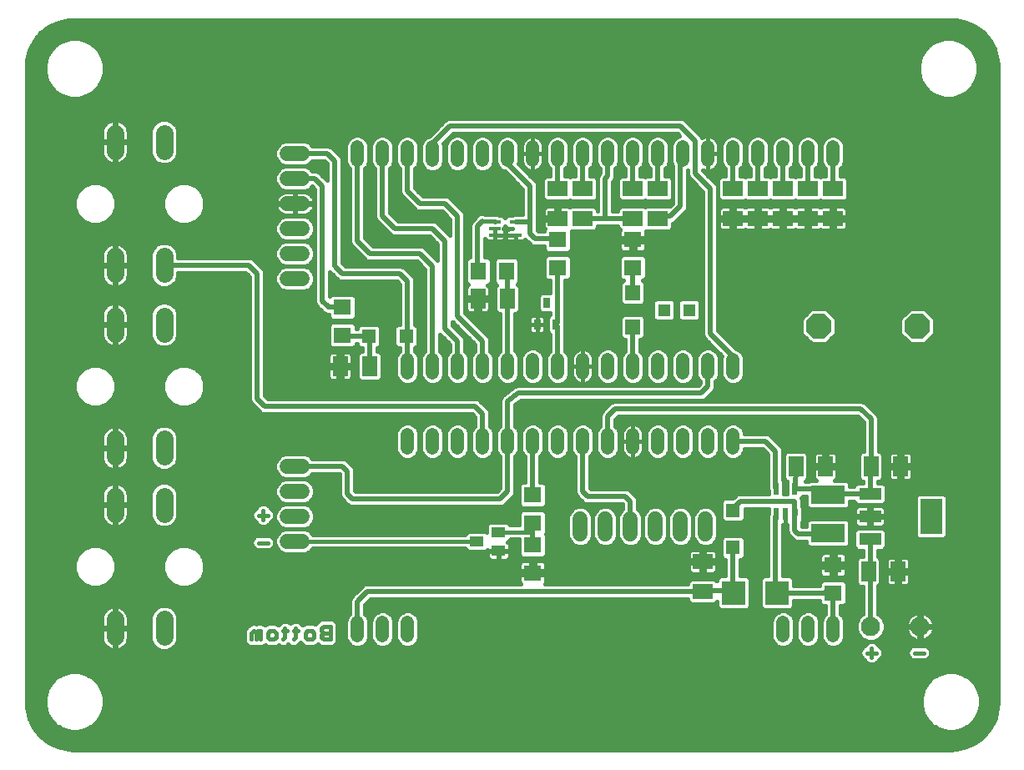
<source format=gbl>
G75*
%MOIN*%
%OFA0B0*%
%FSLAX24Y24*%
%IPPOS*%
%LPD*%
%AMOC8*
5,1,8,0,0,1.08239X$1,22.5*
%
%ADD10C,0.0180*%
%ADD11C,0.0520*%
%ADD12R,0.0787X0.0591*%
%ADD13R,0.0591X0.0787*%
%ADD14R,0.1339X0.0748*%
%ADD15R,0.0710X0.0630*%
%ADD16R,0.0591X0.0591*%
%ADD17R,0.0276X0.0394*%
%ADD18C,0.0600*%
%ADD19C,0.0705*%
%ADD20R,0.0515X0.0515*%
%ADD21R,0.0945X0.0945*%
%ADD22R,0.0551X0.0394*%
%ADD23R,0.0460X0.0140*%
%ADD24R,0.0630X0.0710*%
%ADD25R,0.0217X0.0472*%
%ADD26OC8,0.1000*%
%ADD27R,0.0880X0.0480*%
%ADD28R,0.0866X0.1417*%
%ADD29R,0.0551X0.0551*%
%ADD30C,0.0768*%
%ADD31C,0.0200*%
%ADD32C,0.0160*%
D10*
X009634Y005058D02*
X009634Y005318D01*
X009721Y005405D01*
X009808Y005318D01*
X009808Y005058D01*
X009981Y005058D02*
X009981Y005405D01*
X009894Y005405D01*
X009808Y005318D01*
X010279Y005318D02*
X010279Y005145D01*
X010365Y005058D01*
X010539Y005058D01*
X010626Y005145D01*
X010626Y005318D01*
X010539Y005405D01*
X010365Y005405D01*
X010279Y005318D01*
X010882Y005405D02*
X011055Y005405D01*
X010969Y005492D02*
X010969Y005145D01*
X010882Y005058D01*
X011312Y005058D02*
X011398Y005145D01*
X011398Y005492D01*
X011312Y005405D02*
X011485Y005405D01*
X011783Y005318D02*
X011783Y005145D01*
X011869Y005058D01*
X012043Y005058D01*
X012130Y005145D01*
X012130Y005318D01*
X012043Y005405D01*
X011869Y005405D01*
X011783Y005318D01*
X012427Y005231D02*
X012427Y005145D01*
X012514Y005058D01*
X012774Y005058D01*
X012774Y005578D01*
X012514Y005578D01*
X012427Y005492D01*
X012427Y005405D01*
X012514Y005318D01*
X012774Y005318D01*
X012514Y005318D02*
X012427Y005231D01*
X010274Y008918D02*
X009927Y008918D01*
X010101Y009845D02*
X010101Y010192D01*
X010274Y010018D02*
X009927Y010018D01*
X034227Y004518D02*
X034574Y004518D01*
X034401Y004345D02*
X034401Y004692D01*
X036127Y004518D02*
X036474Y004518D01*
D11*
X032864Y005208D02*
X032864Y005728D01*
X031864Y005728D02*
X031864Y005208D01*
X030864Y005208D02*
X030864Y005728D01*
X028864Y012708D02*
X028864Y013228D01*
X027864Y013228D02*
X027864Y012708D01*
X026864Y012708D02*
X026864Y013228D01*
X025864Y013228D02*
X025864Y012708D01*
X024864Y012708D02*
X024864Y013228D01*
X023864Y013228D02*
X023864Y012708D01*
X022864Y012708D02*
X022864Y013228D01*
X021864Y013228D02*
X021864Y012708D01*
X020864Y012708D02*
X020864Y013228D01*
X019864Y013228D02*
X019864Y012708D01*
X018864Y012708D02*
X018864Y013228D01*
X017864Y013228D02*
X017864Y012708D01*
X016864Y012708D02*
X016864Y013228D01*
X015864Y013228D02*
X015864Y012708D01*
X015864Y015708D02*
X015864Y016228D01*
X016864Y016228D02*
X016864Y015708D01*
X017864Y015708D02*
X017864Y016228D01*
X018864Y016228D02*
X018864Y015708D01*
X019864Y015708D02*
X019864Y016228D01*
X020864Y016228D02*
X020864Y015708D01*
X021864Y015708D02*
X021864Y016228D01*
X022864Y016228D02*
X022864Y015708D01*
X023864Y015708D02*
X023864Y016228D01*
X024864Y016228D02*
X024864Y015708D01*
X025864Y015708D02*
X025864Y016228D01*
X026864Y016228D02*
X026864Y015708D01*
X027864Y015708D02*
X027864Y016228D01*
X028864Y016228D02*
X028864Y015708D01*
X028864Y024208D02*
X028864Y024728D01*
X029864Y024728D02*
X029864Y024208D01*
X030864Y024208D02*
X030864Y024728D01*
X031864Y024728D02*
X031864Y024208D01*
X032864Y024208D02*
X032864Y024728D01*
X027864Y024728D02*
X027864Y024208D01*
X026864Y024208D02*
X026864Y024728D01*
X025864Y024728D02*
X025864Y024208D01*
X024864Y024208D02*
X024864Y024728D01*
X023864Y024728D02*
X023864Y024208D01*
X022864Y024208D02*
X022864Y024728D01*
X021864Y024728D02*
X021864Y024208D01*
X020864Y024208D02*
X020864Y024728D01*
X019864Y024728D02*
X019864Y024208D01*
X018864Y024208D02*
X018864Y024728D01*
X017864Y024728D02*
X017864Y024208D01*
X016864Y024208D02*
X016864Y024728D01*
X015864Y024728D02*
X015864Y024208D01*
X014864Y024208D02*
X014864Y024728D01*
X013864Y024728D02*
X013864Y024208D01*
X013864Y005728D02*
X013864Y005208D01*
X014864Y005208D02*
X014864Y005728D01*
X015864Y005728D02*
X015864Y005208D01*
D12*
X027664Y006977D03*
X027664Y008159D03*
X028864Y021877D03*
X029864Y021877D03*
X030864Y021877D03*
X031864Y021877D03*
X032864Y021877D03*
X032864Y023059D03*
X031864Y023059D03*
X030864Y023059D03*
X029864Y023059D03*
X028864Y023059D03*
X025864Y023059D03*
X024864Y023059D03*
X024864Y021877D03*
X025864Y021877D03*
X022864Y021877D03*
X021864Y021877D03*
X021864Y023059D03*
X022864Y023059D03*
D13*
X019855Y018668D03*
X018674Y018668D03*
X014355Y015968D03*
X013174Y015968D03*
X031374Y011968D03*
X032555Y011968D03*
X034374Y011968D03*
X035555Y011968D03*
X035455Y007768D03*
X034274Y007768D03*
D14*
X032664Y009300D03*
X032664Y010836D03*
D15*
X032864Y008028D03*
X032864Y006908D03*
X020864Y007708D03*
X020864Y008828D03*
X020864Y009708D03*
X020864Y010828D03*
X013264Y017208D03*
X013264Y018328D03*
X021864Y019908D03*
X021864Y021028D03*
X024864Y021028D03*
X024864Y019908D03*
D16*
X024864Y018907D03*
X024864Y017529D03*
D17*
X021788Y017635D03*
X021040Y017635D03*
X021414Y018501D03*
D18*
X011664Y019468D02*
X011064Y019468D01*
X011064Y020468D02*
X011664Y020468D01*
X011664Y021468D02*
X011064Y021468D01*
X011064Y022468D02*
X011664Y022468D01*
X011664Y023468D02*
X011064Y023468D01*
X011064Y024468D02*
X011664Y024468D01*
X011664Y011968D02*
X011064Y011968D01*
X011064Y010968D02*
X011664Y010968D01*
X011664Y009968D02*
X011064Y009968D01*
X011064Y008968D02*
X011664Y008968D01*
X022764Y009268D02*
X022764Y009868D01*
X023764Y009868D02*
X023764Y009268D01*
X024764Y009268D02*
X024764Y009868D01*
X025764Y009868D02*
X025764Y009268D01*
X026764Y009268D02*
X026764Y009868D01*
X027764Y009868D02*
X027764Y009268D01*
D19*
X006144Y010075D02*
X006144Y010780D01*
X006144Y012355D02*
X006144Y013060D01*
X004184Y013060D02*
X004184Y012355D01*
X004184Y010780D02*
X004184Y010075D01*
X004184Y005860D02*
X004184Y005155D01*
X006144Y005155D02*
X006144Y005860D01*
X006144Y017275D02*
X006144Y017980D01*
X006144Y019655D02*
X006144Y020360D01*
X004184Y020360D02*
X004184Y019655D01*
X004184Y017980D02*
X004184Y017275D01*
X004184Y024575D02*
X004184Y025280D01*
X006144Y025280D02*
X006144Y024575D01*
D20*
X026114Y018218D03*
X027114Y018218D03*
D21*
X028898Y006918D03*
X030630Y006918D03*
D22*
X019497Y008594D03*
X019497Y009342D03*
X018631Y008968D03*
D23*
X019354Y021208D03*
X019354Y021468D03*
X019354Y021728D03*
X020174Y021728D03*
X020174Y021208D03*
D24*
X019824Y019768D03*
X018704Y019768D03*
D25*
X030590Y011080D03*
X031338Y011080D03*
X031338Y010056D03*
X030964Y010056D03*
X030590Y010056D03*
D26*
X032294Y017568D03*
X036234Y017568D03*
D27*
X034344Y010878D03*
X034344Y009968D03*
X034344Y009058D03*
D28*
X036784Y009968D03*
D29*
X028864Y010216D03*
X028864Y008720D03*
X015812Y017168D03*
X014316Y017168D03*
D30*
X034364Y005568D03*
X036333Y005568D03*
D31*
X034364Y005568D02*
X034364Y007768D01*
X034274Y007768D01*
X034344Y007768D01*
X034344Y009058D01*
X032632Y009268D02*
X031464Y009268D01*
X031338Y009394D01*
X031338Y010056D01*
X031338Y010568D01*
X031064Y010568D01*
X029164Y010568D01*
X028893Y010297D01*
X030564Y009968D02*
X030564Y006868D01*
X030630Y006902D02*
X030630Y006918D01*
X032864Y006918D01*
X032864Y006908D02*
X032864Y005468D01*
X032864Y006908D02*
X032764Y006968D01*
X032564Y006968D01*
X032764Y006968D02*
X032864Y006968D01*
X032864Y006908D01*
X028864Y006993D02*
X027821Y006993D01*
X027751Y006964D02*
X027664Y006977D01*
X027641Y006968D02*
X014264Y006968D01*
X013893Y006597D01*
X013864Y006527D02*
X013864Y005468D01*
X013864Y006527D02*
X013866Y006547D01*
X013872Y006565D01*
X013881Y006583D01*
X013893Y006598D01*
X013664Y010668D02*
X013464Y010868D01*
X013464Y011768D01*
X013264Y011968D01*
X011364Y011968D01*
X013664Y010668D02*
X019564Y010668D01*
X019864Y010968D01*
X019864Y012968D01*
X019864Y014568D01*
X020301Y014905D01*
X027601Y014905D01*
X027864Y015168D01*
X027864Y015968D01*
X028864Y015968D02*
X028864Y016368D01*
X027964Y017268D01*
X027964Y023068D01*
X027364Y023668D01*
X027364Y024968D01*
X026764Y025568D01*
X017564Y025568D01*
X016864Y024868D01*
X016864Y024468D01*
X015864Y024468D02*
X015864Y022968D01*
X016364Y022468D01*
X017364Y022468D01*
X017864Y021968D01*
X017864Y017968D01*
X018864Y016968D01*
X018864Y015968D01*
X019855Y015977D02*
X019864Y015968D01*
X019855Y015977D02*
X019855Y018668D01*
X019864Y018668D02*
X019864Y019768D01*
X019824Y019768D01*
X018704Y019768D02*
X018664Y019768D01*
X018664Y021568D01*
X018864Y021768D01*
X020174Y021728D02*
X020764Y021728D01*
X020764Y021268D01*
X020964Y021068D01*
X021824Y021068D01*
X021864Y021028D01*
X021864Y021068D01*
X022864Y021868D02*
X022864Y021877D01*
X022864Y021868D02*
X023764Y021868D01*
X023764Y023468D01*
X023864Y023568D01*
X023864Y024468D01*
X022864Y024468D02*
X022864Y023059D01*
X021864Y023059D02*
X021864Y024468D01*
X020764Y023168D02*
X020764Y021728D01*
X020764Y023168D02*
X019864Y024068D01*
X019864Y024468D01*
X016864Y021468D02*
X017364Y020968D01*
X017364Y017468D01*
X017864Y016968D01*
X017864Y015968D01*
X016864Y015968D02*
X016864Y019968D01*
X016364Y020468D01*
X014364Y020468D01*
X013864Y020968D01*
X013864Y024468D01*
X012964Y024168D02*
X012964Y020009D01*
X012993Y019939D02*
X013264Y019668D01*
X015523Y019668D01*
X015593Y019639D02*
X015864Y019368D01*
X015864Y017261D01*
X015835Y017191D02*
X015812Y017168D01*
X015835Y017145D01*
X015864Y017075D02*
X015864Y015968D01*
X015864Y017075D02*
X015862Y017095D01*
X015856Y017113D01*
X015847Y017131D01*
X015835Y017146D01*
X015835Y017190D02*
X015847Y017205D01*
X015856Y017223D01*
X015862Y017241D01*
X015864Y017261D01*
X014355Y017088D02*
X014355Y015968D01*
X014355Y017088D02*
X014353Y017108D01*
X014347Y017126D01*
X014338Y017144D01*
X014326Y017159D01*
X014325Y017159D02*
X014316Y017168D01*
X013346Y017168D01*
X013275Y017197D02*
X013264Y017208D01*
X013275Y017197D02*
X013290Y017185D01*
X013308Y017176D01*
X013326Y017170D01*
X013346Y017168D01*
X013264Y018328D02*
X012746Y018328D01*
X012675Y018357D02*
X012464Y018568D01*
X012464Y023127D01*
X012435Y023197D02*
X012164Y023468D01*
X011364Y023468D01*
X012435Y023198D02*
X012447Y023183D01*
X012456Y023165D01*
X012462Y023147D01*
X012464Y023127D01*
X012964Y024168D02*
X012693Y024439D01*
X012623Y024468D02*
X011364Y024468D01*
X012623Y024468D02*
X012643Y024466D01*
X012661Y024460D01*
X012679Y024451D01*
X012694Y024439D01*
X014864Y024468D02*
X014864Y021968D01*
X015364Y021468D01*
X016864Y021468D01*
X015594Y019639D02*
X015579Y019651D01*
X015561Y019660D01*
X015543Y019666D01*
X015523Y019668D01*
X012993Y019938D02*
X012981Y019953D01*
X012972Y019971D01*
X012966Y019989D01*
X012964Y020009D01*
X012675Y018357D02*
X012690Y018345D01*
X012708Y018336D01*
X012726Y018330D01*
X012746Y018328D01*
X009864Y019668D02*
X009864Y014668D01*
X010164Y014368D01*
X018564Y014368D01*
X018864Y014068D01*
X018864Y012968D01*
X020864Y012968D02*
X020864Y010828D01*
X020864Y009708D02*
X020864Y009368D01*
X020864Y008828D01*
X022864Y010968D02*
X023064Y010768D01*
X024564Y010768D01*
X024764Y010568D01*
X024764Y009568D01*
X022864Y010968D02*
X022864Y012968D01*
X023864Y012968D02*
X023864Y013968D01*
X024164Y014268D01*
X033964Y014268D01*
X034374Y013859D01*
X034374Y011968D01*
X034344Y011939D01*
X034344Y010878D01*
X032706Y010878D01*
X032664Y010836D01*
X032420Y011080D01*
X031338Y011080D01*
X031364Y011106D01*
X031374Y011968D01*
X030564Y012568D02*
X030564Y011106D01*
X030590Y011080D01*
X030564Y012568D02*
X030164Y012968D01*
X028864Y012968D01*
X024864Y015968D02*
X024864Y017529D01*
X024864Y018907D02*
X024864Y019908D01*
X024864Y021028D02*
X024864Y021068D01*
X024864Y021868D02*
X024864Y021877D01*
X024864Y021868D02*
X023764Y021868D01*
X024864Y023059D02*
X024864Y024468D01*
X025864Y024468D02*
X025864Y023059D01*
X026764Y022368D02*
X026764Y023968D01*
X026864Y024068D01*
X026864Y024468D01*
X028864Y024468D02*
X028864Y023059D01*
X029864Y023059D02*
X029864Y024468D01*
X030864Y024468D02*
X030864Y023059D01*
X031864Y023059D02*
X031864Y024468D01*
X032864Y024468D02*
X032864Y023059D01*
X026764Y022368D02*
X026364Y021968D01*
X025864Y021968D01*
X025864Y021877D01*
X021864Y019908D02*
X021864Y017711D01*
X021788Y017635D01*
X021864Y017559D01*
X021864Y015968D01*
X028864Y008720D02*
X028864Y006993D01*
X027821Y006993D02*
X027801Y006991D01*
X027783Y006985D01*
X027765Y006976D01*
X027750Y006964D01*
X027664Y006977D02*
X027657Y006972D01*
X027649Y006969D01*
X027641Y006968D01*
X009864Y019668D02*
X009524Y020008D01*
X006144Y020008D01*
D32*
X000933Y001529D02*
X001195Y001199D01*
X001525Y000936D01*
X001905Y000754D01*
X002316Y000660D01*
X002526Y000648D01*
X037566Y000648D01*
X037776Y000660D01*
X038187Y000754D01*
X038567Y000936D01*
X038567Y000936D01*
X038897Y001199D01*
X039159Y001529D01*
X039342Y001909D01*
X039436Y002319D01*
X039448Y002530D01*
X039448Y028015D01*
X039432Y028218D01*
X039332Y028616D01*
X039146Y028982D01*
X038883Y029298D01*
X038557Y029546D01*
X038184Y029716D01*
X037782Y029799D01*
X037579Y029806D01*
X037571Y029806D01*
X037481Y029804D01*
X037476Y029806D01*
X002616Y029806D01*
X002611Y029804D01*
X002521Y029806D01*
X002513Y029806D01*
X002311Y029799D01*
X001909Y029716D01*
X001535Y029546D01*
X001209Y029298D01*
X000946Y028982D01*
X000760Y028616D01*
X000660Y028218D01*
X000644Y028015D01*
X000644Y002530D01*
X000656Y002319D01*
X000750Y001909D01*
X000933Y001529D01*
X000921Y001553D02*
X001945Y001553D01*
X001834Y001617D02*
X002105Y001460D01*
X002408Y001379D01*
X002721Y001379D01*
X003023Y001460D01*
X003294Y001617D01*
X003515Y001838D01*
X003672Y002109D01*
X003753Y002411D01*
X003753Y002724D01*
X003672Y003027D01*
X003515Y003298D01*
X003294Y003519D01*
X003023Y003676D01*
X002721Y003757D01*
X002408Y003757D01*
X002105Y003676D01*
X001834Y003519D01*
X001613Y003298D01*
X001457Y003027D01*
X001376Y002724D01*
X001376Y002411D01*
X001457Y002109D01*
X001613Y001838D01*
X001834Y001617D01*
X001740Y001711D02*
X000845Y001711D01*
X000768Y001870D02*
X001595Y001870D01*
X001503Y002028D02*
X000722Y002028D01*
X000686Y002187D02*
X001436Y002187D01*
X001393Y002345D02*
X000655Y002345D01*
X000646Y002504D02*
X001376Y002504D01*
X001376Y002662D02*
X000644Y002662D01*
X000644Y002821D02*
X001401Y002821D01*
X001444Y002979D02*
X000644Y002979D01*
X000644Y003138D02*
X001521Y003138D01*
X001612Y003296D02*
X000644Y003296D01*
X000644Y003455D02*
X001770Y003455D01*
X001998Y003613D02*
X000644Y003613D01*
X000644Y003772D02*
X039448Y003772D01*
X039448Y003930D02*
X000644Y003930D01*
X000644Y004089D02*
X034260Y004089D01*
X034236Y004099D02*
X034343Y004055D01*
X034458Y004055D01*
X034565Y004099D01*
X034647Y004180D01*
X034673Y004245D01*
X034738Y004272D01*
X034820Y004354D01*
X034864Y004460D01*
X034864Y004576D01*
X034820Y004682D01*
X034738Y004764D01*
X034673Y004791D01*
X034647Y004856D01*
X034565Y004938D01*
X034458Y004982D01*
X034343Y004982D01*
X034236Y004938D01*
X034155Y004856D01*
X034128Y004791D01*
X034063Y004764D01*
X033981Y004682D01*
X033937Y004576D01*
X033937Y004460D01*
X033981Y004354D01*
X034063Y004272D01*
X034128Y004245D01*
X034155Y004180D01*
X034236Y004099D01*
X034123Y004247D02*
X000644Y004247D01*
X000644Y004406D02*
X033960Y004406D01*
X033937Y004564D02*
X000644Y004564D01*
X000644Y004723D02*
X003874Y004723D01*
X003905Y004700D02*
X003980Y004662D01*
X004059Y004636D01*
X004142Y004623D01*
X004147Y004623D01*
X004147Y005470D01*
X004222Y005470D01*
X004222Y005545D01*
X004717Y005545D01*
X004717Y005902D01*
X004704Y005985D01*
X004678Y006065D01*
X004640Y006140D01*
X004590Y006207D01*
X004531Y006267D01*
X004463Y006316D01*
X004389Y006354D01*
X004309Y006380D01*
X004226Y006393D01*
X004222Y006393D01*
X004222Y005545D01*
X004147Y005545D01*
X004147Y005470D01*
X003652Y005470D01*
X003652Y005114D01*
X003665Y005031D01*
X003691Y004951D01*
X003729Y004876D01*
X003778Y004809D01*
X003837Y004749D01*
X003905Y004700D01*
X004147Y004723D02*
X004222Y004723D01*
X004222Y004623D02*
X004226Y004623D01*
X004309Y004636D01*
X004389Y004662D01*
X004463Y004700D01*
X004531Y004749D01*
X004590Y004809D01*
X004640Y004876D01*
X004678Y004951D01*
X004704Y005031D01*
X004717Y005114D01*
X004717Y005470D01*
X004222Y005470D01*
X004222Y004623D01*
X004222Y004881D02*
X004147Y004881D01*
X004147Y005040D02*
X004222Y005040D01*
X004222Y005198D02*
X004147Y005198D01*
X004147Y005357D02*
X004222Y005357D01*
X004222Y005515D02*
X005592Y005515D01*
X005592Y005357D02*
X004717Y005357D01*
X004717Y005198D02*
X005592Y005198D01*
X005592Y005046D02*
X005676Y004842D01*
X005831Y004687D01*
X006034Y004603D01*
X006254Y004603D01*
X006457Y004687D01*
X006613Y004842D01*
X006697Y005046D01*
X006697Y005970D01*
X006613Y006173D01*
X006457Y006329D01*
X006254Y006413D01*
X006034Y006413D01*
X005831Y006329D01*
X005676Y006173D01*
X005592Y005970D01*
X005592Y005046D01*
X005594Y005040D02*
X004705Y005040D01*
X004642Y004881D02*
X005660Y004881D01*
X005795Y004723D02*
X004495Y004723D01*
X003726Y004881D02*
X000644Y004881D01*
X000644Y005040D02*
X003663Y005040D01*
X003652Y005198D02*
X000644Y005198D01*
X000644Y005357D02*
X003652Y005357D01*
X003652Y005545D02*
X004147Y005545D01*
X004147Y006393D01*
X004142Y006393D01*
X004059Y006380D01*
X003980Y006354D01*
X003905Y006316D01*
X003837Y006267D01*
X003778Y006207D01*
X003729Y006140D01*
X003691Y006065D01*
X003665Y005985D01*
X003652Y005902D01*
X003652Y005545D01*
X003652Y005674D02*
X000644Y005674D01*
X000644Y005832D02*
X003652Y005832D01*
X003667Y005991D02*
X000644Y005991D01*
X000644Y006149D02*
X003736Y006149D01*
X003894Y006308D02*
X000644Y006308D01*
X000644Y006466D02*
X013564Y006466D01*
X013564Y006606D02*
X013564Y006078D01*
X013474Y005989D01*
X013404Y005819D01*
X013404Y005116D01*
X013474Y004947D01*
X013604Y004818D01*
X013773Y004748D01*
X013956Y004748D01*
X014125Y004818D01*
X014254Y004947D01*
X014324Y005116D01*
X014324Y005819D01*
X014254Y005989D01*
X014164Y006078D01*
X014164Y006444D01*
X014388Y006668D01*
X027070Y006668D01*
X027070Y006599D01*
X027188Y006482D01*
X028141Y006482D01*
X028226Y006567D01*
X028226Y006363D01*
X028343Y006246D01*
X029453Y006246D01*
X029570Y006363D01*
X029570Y007473D01*
X029453Y007590D01*
X029164Y007590D01*
X029164Y008244D01*
X029223Y008244D01*
X029340Y008361D01*
X029340Y009078D01*
X029223Y009196D01*
X028506Y009196D01*
X028389Y009078D01*
X028389Y008361D01*
X028506Y008244D01*
X028564Y008244D01*
X028564Y007590D01*
X028343Y007590D01*
X028226Y007473D01*
X028226Y007388D01*
X028141Y007473D01*
X027188Y007473D01*
X027070Y007356D01*
X027070Y007268D01*
X021348Y007268D01*
X021363Y007283D01*
X021387Y007324D01*
X021399Y007369D01*
X021399Y007631D01*
X020942Y007631D01*
X020942Y007786D01*
X020787Y007786D01*
X020787Y008203D01*
X020486Y008203D01*
X020440Y008191D01*
X020399Y008167D01*
X020365Y008134D01*
X020342Y008093D01*
X020329Y008047D01*
X020329Y007786D01*
X020787Y007786D01*
X020787Y007631D01*
X020329Y007631D01*
X020329Y007369D01*
X020342Y007324D01*
X020365Y007283D01*
X020380Y007268D01*
X014204Y007268D01*
X014094Y007222D01*
X014010Y007138D01*
X013639Y006767D01*
X013625Y006753D01*
X013564Y006606D01*
X013572Y006625D02*
X000644Y006625D01*
X000644Y006783D02*
X013655Y006783D01*
X013639Y006767D02*
X013639Y006767D01*
X013625Y006753D02*
X013625Y006753D01*
X013814Y006942D02*
X000644Y006942D01*
X000644Y007100D02*
X013972Y007100D01*
X014183Y007259D02*
X007404Y007259D01*
X007407Y007260D02*
X007642Y007495D01*
X007769Y007802D01*
X007769Y008134D01*
X007642Y008441D01*
X007407Y008676D01*
X007100Y008803D01*
X006768Y008803D01*
X006461Y008676D01*
X006226Y008441D01*
X006099Y008134D01*
X006099Y007802D01*
X006226Y007495D01*
X006461Y007260D01*
X006768Y007133D01*
X007100Y007133D01*
X007407Y007260D01*
X007565Y007417D02*
X020329Y007417D01*
X020329Y007576D02*
X007676Y007576D01*
X007741Y007734D02*
X020787Y007734D01*
X020942Y007734D02*
X027145Y007734D01*
X027160Y007719D02*
X027201Y007696D01*
X027247Y007683D01*
X027597Y007683D01*
X027597Y008091D01*
X027732Y008091D01*
X027732Y008226D01*
X028238Y008226D01*
X028238Y008477D01*
X028226Y008523D01*
X028202Y008564D01*
X028168Y008598D01*
X028127Y008622D01*
X028082Y008634D01*
X027732Y008634D01*
X027732Y008226D01*
X027597Y008226D01*
X027597Y008634D01*
X027247Y008634D01*
X027201Y008622D01*
X027160Y008598D01*
X027126Y008564D01*
X027103Y008523D01*
X027090Y008477D01*
X027090Y008226D01*
X027597Y008226D01*
X027597Y008091D01*
X027090Y008091D01*
X027090Y007840D01*
X027103Y007794D01*
X027126Y007753D01*
X027160Y007719D01*
X027090Y007893D02*
X021399Y007893D01*
X021399Y007786D02*
X021399Y008047D01*
X021387Y008093D01*
X021363Y008134D01*
X021330Y008167D01*
X021289Y008191D01*
X021243Y008203D01*
X020942Y008203D01*
X020942Y007786D01*
X021399Y007786D01*
X021399Y007576D02*
X028328Y007576D01*
X028226Y007417D02*
X028196Y007417D01*
X028127Y007696D02*
X028168Y007719D01*
X028202Y007753D01*
X028226Y007794D01*
X028238Y007840D01*
X028238Y008091D01*
X027732Y008091D01*
X027732Y007683D01*
X028082Y007683D01*
X028127Y007696D01*
X028184Y007734D02*
X028564Y007734D01*
X028564Y007893D02*
X028238Y007893D01*
X028238Y008051D02*
X028564Y008051D01*
X028564Y008210D02*
X027732Y008210D01*
X027597Y008210D02*
X007738Y008210D01*
X007769Y008051D02*
X020331Y008051D01*
X020329Y007893D02*
X007769Y007893D01*
X007672Y008368D02*
X019043Y008368D01*
X019042Y008373D02*
X019054Y008328D01*
X019078Y008287D01*
X019111Y008253D01*
X019152Y008229D01*
X019198Y008217D01*
X019479Y008217D01*
X019479Y008576D01*
X019042Y008576D01*
X019042Y008373D01*
X019042Y008527D02*
X011906Y008527D01*
X011947Y008544D02*
X012088Y008685D01*
X012089Y008688D01*
X018156Y008688D01*
X018273Y008571D01*
X018990Y008571D01*
X019042Y008623D01*
X019042Y008612D01*
X019479Y008612D01*
X019479Y008576D01*
X019516Y008576D01*
X019516Y008612D01*
X019953Y008612D01*
X019953Y008814D01*
X019941Y008860D01*
X019917Y008901D01*
X019883Y008935D01*
X019859Y008949D01*
X019973Y009062D01*
X020309Y009062D01*
X020309Y008430D01*
X020426Y008313D01*
X021302Y008313D01*
X021419Y008430D01*
X021419Y009226D01*
X021377Y009268D01*
X021419Y009310D01*
X021419Y010106D01*
X021302Y010223D01*
X020426Y010223D01*
X020309Y010106D01*
X020309Y009622D01*
X019973Y009622D01*
X019856Y009739D01*
X019139Y009739D01*
X019022Y009622D01*
X019022Y009333D01*
X018990Y009365D01*
X018273Y009365D01*
X018156Y009248D01*
X012089Y009248D01*
X012088Y009251D01*
X011947Y009392D01*
X011764Y009468D01*
X011947Y009544D01*
X012088Y009685D01*
X012164Y009869D01*
X012164Y010067D01*
X012088Y010251D01*
X011947Y010392D01*
X011764Y010468D01*
X011947Y010544D01*
X012088Y010685D01*
X012164Y010869D01*
X012164Y011067D01*
X012088Y011251D01*
X011947Y011392D01*
X011764Y011468D01*
X011947Y011544D01*
X012071Y011668D01*
X013140Y011668D01*
X013164Y011644D01*
X013164Y010808D01*
X013210Y010698D01*
X013294Y010614D01*
X013494Y010414D01*
X013604Y010368D01*
X019624Y010368D01*
X019734Y010414D01*
X019819Y010498D01*
X020119Y010798D01*
X020164Y010908D01*
X020164Y012357D01*
X020254Y012447D01*
X020324Y012616D01*
X020324Y013319D01*
X020254Y013489D01*
X020164Y013578D01*
X020164Y014420D01*
X020403Y014605D01*
X027661Y014605D01*
X027771Y014651D01*
X028119Y014998D01*
X028164Y015108D01*
X028164Y015357D01*
X028254Y015447D01*
X028324Y015616D01*
X028324Y016319D01*
X028254Y016489D01*
X028125Y016618D01*
X027956Y016688D01*
X027773Y016688D01*
X027604Y016618D01*
X027474Y016489D01*
X027404Y016319D01*
X027404Y015616D01*
X027474Y015447D01*
X027564Y015357D01*
X027564Y015292D01*
X027477Y015205D01*
X020320Y015205D01*
X020280Y015210D01*
X020261Y015205D01*
X020242Y015205D01*
X020204Y015190D01*
X020165Y015179D01*
X020150Y015167D01*
X020131Y015159D01*
X020103Y015131D01*
X019713Y014830D01*
X019694Y014822D01*
X019666Y014794D01*
X019634Y014769D01*
X019624Y014752D01*
X019610Y014738D01*
X019594Y014701D01*
X019574Y014666D01*
X019572Y014646D01*
X019564Y014628D01*
X019564Y014587D01*
X019559Y014547D01*
X019564Y014528D01*
X019564Y013578D01*
X019474Y013489D01*
X019404Y013319D01*
X019404Y012616D01*
X019474Y012447D01*
X019564Y012357D01*
X019564Y011092D01*
X019440Y010968D01*
X013788Y010968D01*
X013764Y010992D01*
X013764Y011828D01*
X013719Y011938D01*
X013519Y012138D01*
X013434Y012222D01*
X013324Y012268D01*
X012071Y012268D01*
X011947Y012392D01*
X011764Y012468D01*
X010965Y012468D01*
X010781Y012392D01*
X010640Y012251D01*
X010564Y012067D01*
X010564Y011869D01*
X010640Y011685D01*
X010781Y011544D01*
X010965Y011468D01*
X011764Y011468D01*
X010965Y011468D01*
X010781Y011392D01*
X010640Y011251D01*
X010564Y011067D01*
X010564Y010869D01*
X010640Y010685D01*
X010781Y010544D01*
X010965Y010468D01*
X011764Y010468D01*
X010965Y010468D01*
X010781Y010392D01*
X010640Y010251D01*
X010564Y010067D01*
X010564Y009869D01*
X010640Y009685D01*
X010781Y009544D01*
X010965Y009468D01*
X011764Y009468D01*
X010965Y009468D01*
X010781Y009392D01*
X010640Y009251D01*
X010564Y009067D01*
X010564Y008869D01*
X010640Y008685D01*
X010781Y008544D01*
X010965Y008468D01*
X011764Y008468D01*
X011947Y008544D01*
X012088Y008685D02*
X018158Y008685D01*
X018631Y008968D02*
X011364Y008968D01*
X010822Y008527D02*
X007556Y008527D01*
X007384Y008685D02*
X009750Y008685D01*
X009763Y008672D02*
X009870Y008628D01*
X010332Y008628D01*
X010438Y008672D01*
X010520Y008754D01*
X010564Y008860D01*
X010564Y008976D01*
X010520Y009082D01*
X010438Y009164D01*
X010332Y009208D01*
X009870Y009208D01*
X009763Y009164D01*
X009681Y009082D01*
X009637Y008976D01*
X009637Y008860D01*
X009681Y008754D01*
X009763Y008672D01*
X009644Y008844D02*
X000644Y008844D01*
X000644Y009002D02*
X009648Y009002D01*
X009760Y009161D02*
X000644Y009161D01*
X000644Y009319D02*
X010709Y009319D01*
X010603Y009161D02*
X010442Y009161D01*
X010553Y009002D02*
X010564Y009002D01*
X010557Y008844D02*
X010574Y008844D01*
X010640Y008685D02*
X010452Y008685D01*
X010158Y009555D02*
X010265Y009599D01*
X010347Y009680D01*
X010373Y009745D01*
X010438Y009772D01*
X010520Y009854D01*
X010564Y009960D01*
X010564Y010076D01*
X010520Y010182D01*
X010438Y010264D01*
X010373Y010291D01*
X010347Y010356D01*
X010265Y010438D01*
X010158Y010482D01*
X010043Y010482D01*
X009936Y010438D01*
X009855Y010356D01*
X009828Y010291D01*
X009763Y010264D01*
X009681Y010182D01*
X009637Y010076D01*
X009637Y009960D01*
X009681Y009854D01*
X009763Y009772D01*
X009828Y009745D01*
X009855Y009680D01*
X009936Y009599D01*
X010043Y009555D01*
X010158Y009555D01*
X010303Y009636D02*
X010689Y009636D01*
X010595Y009795D02*
X010461Y009795D01*
X010561Y009953D02*
X010564Y009953D01*
X010549Y010112D02*
X010583Y010112D01*
X010660Y010270D02*
X010423Y010270D01*
X010274Y010429D02*
X010871Y010429D01*
X010738Y010587D02*
X006697Y010587D01*
X006697Y010429D02*
X009928Y010429D01*
X009779Y010270D02*
X006697Y010270D01*
X006697Y010112D02*
X009652Y010112D01*
X009640Y009953D02*
X006692Y009953D01*
X006697Y009966D02*
X006697Y010890D01*
X006613Y011093D01*
X006457Y011249D01*
X006254Y011333D01*
X006034Y011333D01*
X005831Y011249D01*
X005676Y011093D01*
X005592Y010890D01*
X005592Y009966D01*
X005676Y009762D01*
X005831Y009607D01*
X006034Y009523D01*
X006254Y009523D01*
X006457Y009607D01*
X006613Y009762D01*
X006697Y009966D01*
X006626Y009795D02*
X009740Y009795D01*
X009899Y009636D02*
X006487Y009636D01*
X005802Y009636D02*
X004486Y009636D01*
X004463Y009620D02*
X004531Y009669D01*
X004590Y009729D01*
X004640Y009796D01*
X004678Y009871D01*
X004704Y009951D01*
X004717Y010034D01*
X004717Y010390D01*
X004222Y010390D01*
X004222Y010465D01*
X004717Y010465D01*
X004717Y010822D01*
X004704Y010905D01*
X004678Y010985D01*
X004640Y011060D01*
X004590Y011127D01*
X004531Y011187D01*
X004463Y011236D01*
X004389Y011274D01*
X004309Y011300D01*
X004226Y011313D01*
X004222Y011313D01*
X004222Y010465D01*
X004147Y010465D01*
X004147Y010390D01*
X004222Y010390D01*
X004222Y009543D01*
X004226Y009543D01*
X004309Y009556D01*
X004389Y009582D01*
X004463Y009620D01*
X004222Y009636D02*
X004147Y009636D01*
X004147Y009543D02*
X004147Y010390D01*
X003652Y010390D01*
X003652Y010034D01*
X003665Y009951D01*
X003691Y009871D01*
X003729Y009796D01*
X003778Y009729D01*
X003837Y009669D01*
X003905Y009620D01*
X003980Y009582D01*
X004059Y009556D01*
X004142Y009543D01*
X004147Y009543D01*
X004147Y009795D02*
X004222Y009795D01*
X004222Y009953D02*
X004147Y009953D01*
X004147Y010112D02*
X004222Y010112D01*
X004222Y010270D02*
X004147Y010270D01*
X004147Y010429D02*
X000644Y010429D01*
X000644Y010587D02*
X003652Y010587D01*
X003652Y010465D02*
X004147Y010465D01*
X004147Y011313D01*
X004142Y011313D01*
X004059Y011300D01*
X003980Y011274D01*
X003905Y011236D01*
X003837Y011187D01*
X003778Y011127D01*
X003729Y011060D01*
X003691Y010985D01*
X003665Y010905D01*
X003652Y010822D01*
X003652Y010465D01*
X003652Y010270D02*
X000644Y010270D01*
X000644Y010112D02*
X003652Y010112D01*
X003664Y009953D02*
X000644Y009953D01*
X000644Y009795D02*
X003730Y009795D01*
X003882Y009636D02*
X000644Y009636D01*
X000644Y009478D02*
X010941Y009478D01*
X011788Y009478D02*
X019022Y009478D01*
X019036Y009636D02*
X012040Y009636D01*
X012134Y009795D02*
X020309Y009795D01*
X020309Y009953D02*
X012164Y009953D01*
X012146Y010112D02*
X020315Y010112D01*
X020426Y010313D02*
X020309Y010430D01*
X020309Y011226D01*
X020426Y011343D01*
X020564Y011343D01*
X020564Y012357D01*
X020474Y012447D01*
X020404Y012616D01*
X020404Y013319D01*
X020474Y013489D01*
X020604Y013618D01*
X020773Y013688D01*
X020956Y013688D01*
X021125Y013618D01*
X021254Y013489D01*
X021324Y013319D01*
X021324Y012616D01*
X021254Y012447D01*
X021164Y012357D01*
X021164Y011343D01*
X021302Y011343D01*
X021419Y011226D01*
X021419Y010430D01*
X021302Y010313D01*
X020426Y010313D01*
X020310Y010429D02*
X019749Y010429D01*
X019908Y010587D02*
X020309Y010587D01*
X020309Y010746D02*
X020066Y010746D01*
X020163Y010904D02*
X020309Y010904D01*
X020309Y011063D02*
X020164Y011063D01*
X020164Y011221D02*
X020309Y011221D01*
X020164Y011380D02*
X020564Y011380D01*
X020564Y011538D02*
X020164Y011538D01*
X020164Y011697D02*
X020564Y011697D01*
X020564Y011855D02*
X020164Y011855D01*
X020164Y012014D02*
X020564Y012014D01*
X020564Y012172D02*
X020164Y012172D01*
X020164Y012331D02*
X020564Y012331D01*
X020457Y012489D02*
X020272Y012489D01*
X020324Y012648D02*
X020404Y012648D01*
X020404Y012806D02*
X020324Y012806D01*
X020324Y012965D02*
X020404Y012965D01*
X020404Y013123D02*
X020324Y013123D01*
X020324Y013282D02*
X020404Y013282D01*
X020454Y013440D02*
X020274Y013440D01*
X020164Y013599D02*
X020585Y013599D01*
X020164Y013757D02*
X023564Y013757D01*
X023564Y013599D02*
X023144Y013599D01*
X023125Y013618D02*
X022956Y013688D01*
X022773Y013688D01*
X022604Y013618D01*
X022474Y013489D01*
X022404Y013319D01*
X022404Y012616D01*
X022474Y012447D01*
X022564Y012357D01*
X022564Y010908D01*
X022610Y010798D01*
X022694Y010714D01*
X022894Y010514D01*
X023004Y010468D01*
X024440Y010468D01*
X024464Y010444D01*
X024464Y010275D01*
X024340Y010151D01*
X024264Y009967D01*
X024188Y010151D01*
X024047Y010292D01*
X023864Y010368D01*
X023665Y010368D01*
X023481Y010292D01*
X023340Y010151D01*
X023264Y009967D01*
X023188Y010151D01*
X023047Y010292D01*
X022864Y010368D01*
X022665Y010368D01*
X022481Y010292D01*
X022340Y010151D01*
X022264Y009967D01*
X022264Y009169D01*
X022340Y008985D01*
X022481Y008844D01*
X022665Y008768D01*
X022864Y008768D01*
X023047Y008844D01*
X023481Y008844D01*
X023665Y008768D01*
X023864Y008768D01*
X024047Y008844D01*
X024481Y008844D01*
X024665Y008768D01*
X024864Y008768D01*
X025047Y008844D01*
X025481Y008844D01*
X025665Y008768D01*
X025864Y008768D01*
X026047Y008844D01*
X026481Y008844D01*
X026665Y008768D01*
X026864Y008768D01*
X027047Y008844D01*
X027481Y008844D01*
X027665Y008768D01*
X027864Y008768D01*
X028047Y008844D01*
X028389Y008844D01*
X028389Y009002D02*
X028195Y009002D01*
X028188Y008985D02*
X028264Y009169D01*
X028264Y009967D01*
X028188Y010151D01*
X028047Y010292D01*
X027864Y010368D01*
X027665Y010368D01*
X027481Y010292D01*
X027340Y010151D01*
X027264Y009967D01*
X027188Y010151D01*
X027047Y010292D01*
X026864Y010368D01*
X026665Y010368D01*
X026481Y010292D01*
X026340Y010151D01*
X026264Y009967D01*
X026188Y010151D01*
X026047Y010292D01*
X025864Y010368D01*
X025665Y010368D01*
X025481Y010292D01*
X025340Y010151D01*
X025264Y009967D01*
X025188Y010151D01*
X025064Y010275D01*
X025064Y010628D01*
X025019Y010738D01*
X024819Y010938D01*
X024734Y011022D01*
X024624Y011068D01*
X023188Y011068D01*
X023164Y011092D01*
X023164Y012357D01*
X023254Y012447D01*
X023324Y012616D01*
X023324Y013319D01*
X023254Y013489D01*
X023125Y013618D01*
X023274Y013440D02*
X023454Y013440D01*
X023474Y013489D02*
X023404Y013319D01*
X023404Y012616D01*
X023474Y012447D01*
X023604Y012318D01*
X023773Y012248D01*
X023956Y012248D01*
X024125Y012318D01*
X024254Y012447D01*
X024324Y012616D01*
X024324Y013319D01*
X024254Y013489D01*
X024164Y013578D01*
X024164Y013844D01*
X024288Y013968D01*
X033840Y013968D01*
X034074Y013734D01*
X034074Y012562D01*
X033996Y012562D01*
X033878Y012445D01*
X033878Y011491D01*
X033996Y011374D01*
X034044Y011374D01*
X034044Y011318D01*
X033821Y011318D01*
X033704Y011201D01*
X033704Y011178D01*
X033533Y011178D01*
X033533Y011293D01*
X033416Y011410D01*
X032925Y011410D01*
X032961Y011430D01*
X032994Y011464D01*
X033018Y011505D01*
X033030Y011551D01*
X033030Y011900D01*
X032622Y011900D01*
X032622Y012036D01*
X032487Y012036D01*
X032487Y012542D01*
X032236Y012542D01*
X032190Y012529D01*
X032149Y012506D01*
X032115Y012472D01*
X032092Y012431D01*
X032079Y012385D01*
X032079Y012036D01*
X032487Y012036D01*
X032487Y011900D01*
X032079Y011900D01*
X032079Y011551D01*
X032092Y011505D01*
X032115Y011464D01*
X032149Y011430D01*
X032184Y011410D01*
X031912Y011410D01*
X031882Y011380D01*
X031757Y011380D01*
X031869Y011491D01*
X031869Y012445D01*
X031752Y012562D01*
X030996Y012562D01*
X030878Y012445D01*
X030878Y011491D01*
X030996Y011374D01*
X031030Y011374D01*
X031030Y010868D01*
X030898Y010868D01*
X030898Y011399D01*
X030864Y011433D01*
X030864Y012628D01*
X030819Y012738D01*
X030734Y012822D01*
X030334Y013222D01*
X030224Y013268D01*
X029324Y013268D01*
X029324Y013319D01*
X029254Y013489D01*
X029125Y013618D01*
X028956Y013688D01*
X028773Y013688D01*
X028604Y013618D01*
X028474Y013489D01*
X028404Y013319D01*
X028404Y012616D01*
X028474Y012447D01*
X028604Y012318D01*
X028773Y012248D01*
X028956Y012248D01*
X029125Y012318D01*
X029254Y012447D01*
X029324Y012616D01*
X029324Y012668D01*
X030040Y012668D01*
X030264Y012444D01*
X030264Y011046D01*
X030282Y011003D01*
X030282Y010868D01*
X029104Y010868D01*
X028994Y010822D01*
X028910Y010738D01*
X028864Y010692D01*
X028506Y010692D01*
X028389Y010574D01*
X028389Y009858D01*
X028506Y009740D01*
X029223Y009740D01*
X029340Y009858D01*
X029340Y010268D01*
X030282Y010268D01*
X030282Y010070D01*
X030264Y010028D01*
X030264Y007590D01*
X030075Y007590D01*
X029958Y007473D01*
X029958Y006363D01*
X030075Y006246D01*
X031186Y006246D01*
X031303Y006363D01*
X031303Y006618D01*
X032309Y006618D01*
X032309Y006510D01*
X032426Y006393D01*
X032564Y006393D01*
X032564Y006078D01*
X032474Y005989D01*
X032404Y005819D01*
X032404Y005116D01*
X032474Y004947D01*
X032604Y004818D01*
X032773Y004748D01*
X032956Y004748D01*
X033125Y004818D01*
X033254Y004947D01*
X033324Y005116D01*
X033324Y005819D01*
X033254Y005989D01*
X033164Y006078D01*
X033164Y006393D01*
X033302Y006393D01*
X033419Y006510D01*
X033419Y007306D01*
X033302Y007423D01*
X032426Y007423D01*
X032309Y007306D01*
X032309Y007218D01*
X031303Y007218D01*
X031303Y007473D01*
X031186Y007590D01*
X030864Y007590D01*
X030864Y009640D01*
X030964Y009640D01*
X030964Y010056D01*
X030964Y010056D01*
X030964Y009640D01*
X031038Y009640D01*
X031038Y009334D01*
X031084Y009224D01*
X031210Y009098D01*
X031294Y009014D01*
X031404Y008968D01*
X031795Y008968D01*
X031795Y008843D01*
X031912Y008726D01*
X033416Y008726D01*
X033533Y008843D01*
X033533Y009757D01*
X033416Y009874D01*
X031912Y009874D01*
X031795Y009757D01*
X031795Y009568D01*
X031638Y009568D01*
X031638Y009729D01*
X031646Y009737D01*
X031646Y010107D01*
X031659Y010188D01*
X031646Y010242D01*
X031646Y010375D01*
X031638Y010383D01*
X031638Y010628D01*
X031602Y010716D01*
X031646Y010761D01*
X031646Y010780D01*
X031795Y010780D01*
X031795Y010379D01*
X031912Y010262D01*
X033416Y010262D01*
X033533Y010379D01*
X033533Y010578D01*
X033704Y010578D01*
X033704Y010555D01*
X033821Y010438D01*
X034867Y010438D01*
X034984Y010555D01*
X034984Y011201D01*
X034867Y011318D01*
X034644Y011318D01*
X034644Y011374D01*
X034752Y011374D01*
X034869Y011491D01*
X034869Y012445D01*
X034752Y012562D01*
X034674Y012562D01*
X034674Y013918D01*
X034628Y014028D01*
X034134Y014522D01*
X034024Y014568D01*
X024104Y014568D01*
X023994Y014522D01*
X023694Y014222D01*
X023610Y014138D01*
X023564Y014028D01*
X023564Y013578D01*
X023474Y013489D01*
X023404Y013282D02*
X023324Y013282D01*
X023324Y013123D02*
X023404Y013123D01*
X023404Y012965D02*
X023324Y012965D01*
X023324Y012806D02*
X023404Y012806D01*
X023404Y012648D02*
X023324Y012648D01*
X023272Y012489D02*
X023457Y012489D01*
X023591Y012331D02*
X023164Y012331D01*
X023164Y012172D02*
X030264Y012172D01*
X030264Y012014D02*
X023164Y012014D01*
X023164Y011855D02*
X030264Y011855D01*
X030264Y011697D02*
X023164Y011697D01*
X023164Y011538D02*
X030264Y011538D01*
X030264Y011380D02*
X023164Y011380D01*
X023164Y011221D02*
X030264Y011221D01*
X030264Y011063D02*
X024636Y011063D01*
X024852Y010904D02*
X030282Y010904D01*
X030898Y010904D02*
X031030Y010904D01*
X031030Y011063D02*
X030898Y011063D01*
X030898Y011221D02*
X031030Y011221D01*
X030990Y011380D02*
X030898Y011380D01*
X030878Y011538D02*
X030864Y011538D01*
X030864Y011697D02*
X030878Y011697D01*
X030864Y011855D02*
X030878Y011855D01*
X030864Y012014D02*
X030878Y012014D01*
X030864Y012172D02*
X030878Y012172D01*
X030864Y012331D02*
X030878Y012331D01*
X030864Y012489D02*
X030923Y012489D01*
X030856Y012648D02*
X034074Y012648D01*
X034074Y012806D02*
X030750Y012806D01*
X030591Y012965D02*
X034074Y012965D01*
X034074Y013123D02*
X030433Y013123D01*
X030060Y012648D02*
X029324Y012648D01*
X029272Y012489D02*
X030218Y012489D01*
X030264Y012331D02*
X029138Y012331D01*
X028591Y012331D02*
X028138Y012331D01*
X028125Y012318D02*
X028254Y012447D01*
X028324Y012616D01*
X028324Y013319D01*
X028254Y013489D01*
X028125Y013618D01*
X027956Y013688D01*
X027773Y013688D01*
X027604Y013618D01*
X027474Y013489D01*
X027404Y013319D01*
X027404Y012616D01*
X027474Y012447D01*
X027604Y012318D01*
X027773Y012248D01*
X027956Y012248D01*
X028125Y012318D01*
X028272Y012489D02*
X028457Y012489D01*
X028404Y012648D02*
X028324Y012648D01*
X028324Y012806D02*
X028404Y012806D01*
X028404Y012965D02*
X028324Y012965D01*
X028324Y013123D02*
X028404Y013123D01*
X028404Y013282D02*
X028324Y013282D01*
X028274Y013440D02*
X028454Y013440D01*
X028585Y013599D02*
X028144Y013599D01*
X027585Y013599D02*
X027144Y013599D01*
X027125Y013618D02*
X026956Y013688D01*
X026773Y013688D01*
X026604Y013618D01*
X026474Y013489D01*
X026404Y013319D01*
X026404Y012616D01*
X026474Y012447D01*
X026604Y012318D01*
X026773Y012248D01*
X026956Y012248D01*
X027125Y012318D01*
X027254Y012447D01*
X027324Y012616D01*
X027324Y013319D01*
X027254Y013489D01*
X027125Y013618D01*
X027274Y013440D02*
X027454Y013440D01*
X027404Y013282D02*
X027324Y013282D01*
X027324Y013123D02*
X027404Y013123D01*
X027404Y012965D02*
X027324Y012965D01*
X027324Y012806D02*
X027404Y012806D01*
X027404Y012648D02*
X027324Y012648D01*
X027272Y012489D02*
X027457Y012489D01*
X027591Y012331D02*
X027138Y012331D01*
X026591Y012331D02*
X026138Y012331D01*
X026125Y012318D02*
X026254Y012447D01*
X026324Y012616D01*
X026324Y013319D01*
X026254Y013489D01*
X026125Y013618D01*
X025956Y013688D01*
X025773Y013688D01*
X025604Y013618D01*
X025474Y013489D01*
X025404Y013319D01*
X025404Y012616D01*
X025474Y012447D01*
X025604Y012318D01*
X025773Y012248D01*
X025956Y012248D01*
X026125Y012318D01*
X026272Y012489D02*
X026457Y012489D01*
X026404Y012648D02*
X026324Y012648D01*
X026324Y012806D02*
X026404Y012806D01*
X026404Y012965D02*
X026324Y012965D01*
X026324Y013123D02*
X026404Y013123D01*
X026404Y013282D02*
X026324Y013282D01*
X026274Y013440D02*
X026454Y013440D01*
X026585Y013599D02*
X026144Y013599D01*
X025585Y013599D02*
X025102Y013599D01*
X025095Y013604D02*
X025033Y013636D01*
X024967Y013657D01*
X024899Y013668D01*
X024864Y013668D01*
X024830Y013668D01*
X024761Y013657D01*
X024695Y013636D01*
X024634Y013604D01*
X024578Y013564D01*
X024529Y013515D01*
X024488Y013459D01*
X024456Y013397D01*
X024435Y013331D01*
X024424Y013263D01*
X024424Y012968D01*
X024864Y012968D01*
X024864Y012968D01*
X024424Y012968D01*
X024424Y012673D01*
X024435Y012605D01*
X024456Y012539D01*
X024488Y012477D01*
X024529Y012421D01*
X024578Y012372D01*
X024634Y012332D01*
X024695Y012300D01*
X024761Y012279D01*
X024830Y012268D01*
X024864Y012268D01*
X024864Y012968D01*
X024864Y013668D01*
X024864Y012968D01*
X024864Y012968D01*
X024864Y012968D01*
X024864Y012268D01*
X024899Y012268D01*
X024967Y012279D01*
X025033Y012300D01*
X025095Y012332D01*
X025151Y012372D01*
X025200Y012421D01*
X025240Y012477D01*
X025272Y012539D01*
X025293Y012605D01*
X025304Y012673D01*
X025304Y012968D01*
X025304Y013263D01*
X025293Y013331D01*
X025272Y013397D01*
X025240Y013459D01*
X025200Y013515D01*
X025151Y013564D01*
X025095Y013604D01*
X025250Y013440D02*
X025454Y013440D01*
X025404Y013282D02*
X025301Y013282D01*
X025304Y013123D02*
X025404Y013123D01*
X025404Y012965D02*
X025304Y012965D01*
X025304Y012968D02*
X024864Y012968D01*
X025304Y012968D01*
X025304Y012806D02*
X025404Y012806D01*
X025404Y012648D02*
X025300Y012648D01*
X025247Y012489D02*
X025457Y012489D01*
X025591Y012331D02*
X025093Y012331D01*
X024864Y012331D02*
X024864Y012331D01*
X024864Y012489D02*
X024864Y012489D01*
X024864Y012648D02*
X024864Y012648D01*
X024864Y012806D02*
X024864Y012806D01*
X024864Y012965D02*
X024864Y012965D01*
X024864Y012968D02*
X024864Y012968D01*
X024864Y013123D02*
X024864Y013123D01*
X024864Y013282D02*
X024864Y013282D01*
X024864Y013440D02*
X024864Y013440D01*
X024864Y013599D02*
X024864Y013599D01*
X024626Y013599D02*
X024164Y013599D01*
X024164Y013757D02*
X034050Y013757D01*
X034074Y013599D02*
X029144Y013599D01*
X029274Y013440D02*
X034074Y013440D01*
X034074Y013282D02*
X029324Y013282D01*
X027829Y014708D02*
X039448Y014708D01*
X039448Y014550D02*
X034067Y014550D01*
X034265Y014391D02*
X039448Y014391D01*
X039448Y014233D02*
X034423Y014233D01*
X034582Y014074D02*
X039448Y014074D01*
X039448Y013916D02*
X034674Y013916D01*
X034674Y013757D02*
X039448Y013757D01*
X039448Y013599D02*
X034674Y013599D01*
X034674Y013440D02*
X039448Y013440D01*
X039448Y013282D02*
X034674Y013282D01*
X034674Y013123D02*
X039448Y013123D01*
X039448Y012965D02*
X034674Y012965D01*
X034674Y012806D02*
X039448Y012806D01*
X039448Y012648D02*
X034674Y012648D01*
X034824Y012489D02*
X035133Y012489D01*
X035149Y012506D02*
X035115Y012472D01*
X035092Y012431D01*
X035079Y012385D01*
X035079Y012036D01*
X035487Y012036D01*
X035487Y012542D01*
X035236Y012542D01*
X035190Y012529D01*
X035149Y012506D01*
X035079Y012331D02*
X034869Y012331D01*
X034869Y012172D02*
X035079Y012172D01*
X034869Y012014D02*
X035487Y012014D01*
X035487Y012036D02*
X035487Y011900D01*
X035622Y011900D01*
X035622Y011394D01*
X035874Y011394D01*
X035919Y011407D01*
X035961Y011430D01*
X035994Y011464D01*
X036018Y011505D01*
X036030Y011551D01*
X036030Y011900D01*
X035622Y011900D01*
X035622Y012036D01*
X035487Y012036D01*
X035622Y012036D02*
X035622Y012542D01*
X035874Y012542D01*
X035919Y012529D01*
X035961Y012506D01*
X035994Y012472D01*
X036018Y012431D01*
X036030Y012385D01*
X036030Y012036D01*
X035622Y012036D01*
X035622Y012014D02*
X039448Y012014D01*
X039448Y012172D02*
X036030Y012172D01*
X036030Y012331D02*
X039448Y012331D01*
X039448Y012489D02*
X035977Y012489D01*
X035622Y012489D02*
X035487Y012489D01*
X035487Y012331D02*
X035622Y012331D01*
X035622Y012172D02*
X035487Y012172D01*
X035487Y011900D02*
X035079Y011900D01*
X035079Y011551D01*
X035092Y011505D01*
X035115Y011464D01*
X035149Y011430D01*
X035190Y011407D01*
X035236Y011394D01*
X035487Y011394D01*
X035487Y011900D01*
X035487Y011855D02*
X035622Y011855D01*
X035622Y011697D02*
X035487Y011697D01*
X035487Y011538D02*
X035622Y011538D01*
X036027Y011538D02*
X039448Y011538D01*
X039448Y011380D02*
X034757Y011380D01*
X034869Y011538D02*
X035083Y011538D01*
X035079Y011697D02*
X034869Y011697D01*
X034869Y011855D02*
X035079Y011855D01*
X034963Y011221D02*
X039448Y011221D01*
X039448Y011063D02*
X034984Y011063D01*
X034984Y010904D02*
X039448Y010904D01*
X039448Y010746D02*
X037417Y010746D01*
X037417Y010759D02*
X037300Y010877D01*
X036268Y010877D01*
X036151Y010759D01*
X036151Y009176D01*
X036268Y009059D01*
X037300Y009059D01*
X037417Y009176D01*
X037417Y010759D01*
X037417Y010587D02*
X039448Y010587D01*
X039448Y010429D02*
X037417Y010429D01*
X037417Y010270D02*
X039448Y010270D01*
X039448Y010112D02*
X037417Y010112D01*
X037417Y009953D02*
X039448Y009953D01*
X039448Y009795D02*
X037417Y009795D01*
X037417Y009636D02*
X039448Y009636D01*
X039448Y009478D02*
X037417Y009478D01*
X037417Y009319D02*
X039448Y009319D01*
X039448Y009161D02*
X037402Y009161D01*
X036167Y009161D02*
X034984Y009161D01*
X034984Y009319D02*
X036151Y009319D01*
X036151Y009478D02*
X034887Y009478D01*
X034867Y009498D02*
X034984Y009381D01*
X034984Y008735D01*
X034867Y008618D01*
X034644Y008618D01*
X034644Y008362D01*
X034652Y008362D01*
X034769Y008245D01*
X034769Y007291D01*
X034664Y007187D01*
X034664Y006076D01*
X034695Y006063D01*
X034859Y005899D01*
X034948Y005684D01*
X034948Y005452D01*
X034859Y005237D01*
X034695Y005073D01*
X034480Y004984D01*
X034248Y004984D01*
X034033Y005073D01*
X033869Y005237D01*
X033780Y005452D01*
X033780Y005684D01*
X033869Y005899D01*
X034033Y006063D01*
X034064Y006076D01*
X034064Y007174D01*
X033896Y007174D01*
X033778Y007291D01*
X033778Y008245D01*
X033896Y008362D01*
X034044Y008362D01*
X034044Y008618D01*
X033821Y008618D01*
X033704Y008735D01*
X033704Y009381D01*
X033821Y009498D01*
X034867Y009498D01*
X034854Y009560D02*
X034895Y009584D01*
X034928Y009617D01*
X034952Y009658D01*
X034964Y009704D01*
X034964Y009928D01*
X034384Y009928D01*
X034384Y009548D01*
X034808Y009548D01*
X034854Y009560D01*
X034939Y009636D02*
X036151Y009636D01*
X036151Y009795D02*
X034964Y009795D01*
X034964Y010008D02*
X034964Y010232D01*
X034952Y010277D01*
X034928Y010318D01*
X034895Y010352D01*
X034854Y010376D01*
X034808Y010388D01*
X034384Y010388D01*
X034384Y010008D01*
X034304Y010008D01*
X034304Y009928D01*
X033724Y009928D01*
X033724Y009704D01*
X033736Y009658D01*
X033760Y009617D01*
X033794Y009584D01*
X033835Y009560D01*
X033880Y009548D01*
X034304Y009548D01*
X034304Y009928D01*
X034384Y009928D01*
X034384Y010008D01*
X034964Y010008D01*
X034964Y010112D02*
X036151Y010112D01*
X036151Y010270D02*
X034954Y010270D01*
X034984Y010587D02*
X036151Y010587D01*
X036151Y010429D02*
X033533Y010429D01*
X033425Y010270D02*
X033735Y010270D01*
X033736Y010277D02*
X033724Y010232D01*
X033724Y010008D01*
X034304Y010008D01*
X034304Y010388D01*
X033880Y010388D01*
X033835Y010376D01*
X033794Y010352D01*
X033760Y010318D01*
X033736Y010277D01*
X033724Y010112D02*
X031647Y010112D01*
X031659Y010188D02*
X031659Y010188D01*
X031646Y010270D02*
X031903Y010270D01*
X031795Y010429D02*
X031638Y010429D01*
X031638Y010587D02*
X031795Y010587D01*
X031795Y010746D02*
X031632Y010746D01*
X031757Y011380D02*
X031882Y011380D01*
X031869Y011538D02*
X032083Y011538D01*
X032079Y011697D02*
X031869Y011697D01*
X031869Y011855D02*
X032079Y011855D01*
X031869Y012014D02*
X032487Y012014D01*
X032622Y012014D02*
X033878Y012014D01*
X033878Y012172D02*
X033030Y012172D01*
X033030Y012036D02*
X033030Y012385D01*
X033018Y012431D01*
X032994Y012472D01*
X032961Y012506D01*
X032919Y012529D01*
X032874Y012542D01*
X032622Y012542D01*
X032622Y012036D01*
X033030Y012036D01*
X033030Y011855D02*
X033878Y011855D01*
X033878Y011697D02*
X033030Y011697D01*
X033027Y011538D02*
X033878Y011538D01*
X033990Y011380D02*
X033446Y011380D01*
X033533Y011221D02*
X033725Y011221D01*
X034304Y010270D02*
X034384Y010270D01*
X034384Y010112D02*
X034304Y010112D01*
X034304Y009953D02*
X031646Y009953D01*
X031646Y009795D02*
X031833Y009795D01*
X031795Y009636D02*
X031638Y009636D01*
X031038Y009636D02*
X030864Y009636D01*
X030864Y009478D02*
X031038Y009478D01*
X031044Y009319D02*
X030864Y009319D01*
X030864Y009161D02*
X031147Y009161D01*
X031321Y009002D02*
X030864Y009002D01*
X030864Y008844D02*
X031795Y008844D01*
X032365Y008453D02*
X032342Y008412D01*
X032329Y008366D01*
X032329Y008105D01*
X032787Y008105D01*
X032787Y007950D01*
X032942Y007950D01*
X032942Y008105D01*
X033399Y008105D01*
X033399Y008366D01*
X033387Y008412D01*
X033363Y008453D01*
X033330Y008487D01*
X033289Y008510D01*
X033243Y008523D01*
X032942Y008523D01*
X032942Y008105D01*
X032787Y008105D01*
X032787Y008523D01*
X032486Y008523D01*
X032440Y008510D01*
X032399Y008487D01*
X032365Y008453D01*
X032330Y008368D02*
X030864Y008368D01*
X030864Y008210D02*
X032329Y008210D01*
X032329Y007950D02*
X032329Y007689D01*
X032342Y007643D01*
X032365Y007602D01*
X032399Y007569D01*
X032440Y007545D01*
X032486Y007533D01*
X032787Y007533D01*
X032787Y007950D01*
X032329Y007950D01*
X032329Y007893D02*
X030864Y007893D01*
X030864Y008051D02*
X032787Y008051D01*
X032942Y008051D02*
X033778Y008051D01*
X033778Y007893D02*
X033399Y007893D01*
X033399Y007950D02*
X033399Y007689D01*
X033387Y007643D01*
X033363Y007602D01*
X033330Y007569D01*
X033289Y007545D01*
X033243Y007533D01*
X032942Y007533D01*
X032942Y007950D01*
X033399Y007950D01*
X033399Y007734D02*
X033778Y007734D01*
X033778Y007576D02*
X033337Y007576D01*
X033308Y007417D02*
X033778Y007417D01*
X033811Y007259D02*
X033419Y007259D01*
X033419Y007100D02*
X034064Y007100D01*
X034064Y006942D02*
X033419Y006942D01*
X033419Y006783D02*
X034064Y006783D01*
X034064Y006625D02*
X033419Y006625D01*
X033375Y006466D02*
X034064Y006466D01*
X034064Y006308D02*
X033164Y006308D01*
X033164Y006149D02*
X034064Y006149D01*
X033961Y005991D02*
X033252Y005991D01*
X033319Y005832D02*
X033842Y005832D01*
X033780Y005674D02*
X033324Y005674D01*
X033324Y005515D02*
X033780Y005515D01*
X033820Y005357D02*
X033324Y005357D01*
X033324Y005198D02*
X033908Y005198D01*
X034113Y005040D02*
X033292Y005040D01*
X033188Y004881D02*
X034180Y004881D01*
X034022Y004723D02*
X006493Y004723D01*
X006629Y004881D02*
X009401Y004881D01*
X009388Y004894D02*
X009470Y004812D01*
X009576Y004768D01*
X009692Y004768D01*
X009721Y004780D01*
X009750Y004768D01*
X009865Y004768D01*
X009894Y004780D01*
X009923Y004768D01*
X010039Y004768D01*
X010145Y004812D01*
X010173Y004840D01*
X010201Y004812D01*
X010201Y004812D01*
X010221Y004804D01*
X010308Y004768D01*
X010597Y004768D01*
X010703Y004812D01*
X010710Y004819D01*
X010718Y004812D01*
X010824Y004768D01*
X010940Y004768D01*
X011046Y004812D01*
X011097Y004863D01*
X011147Y004812D01*
X011254Y004768D01*
X011369Y004768D01*
X011476Y004812D01*
X011563Y004899D01*
X011590Y004927D01*
X011618Y004899D01*
X011618Y004899D01*
X011624Y004894D01*
X011705Y004812D01*
X011705Y004812D01*
X011725Y004804D01*
X011812Y004768D01*
X012101Y004768D01*
X012207Y004812D01*
X012278Y004883D01*
X012350Y004812D01*
X012367Y004805D01*
X012456Y004768D01*
X012832Y004768D01*
X012938Y004812D01*
X013020Y004894D01*
X013064Y005000D01*
X013064Y005376D01*
X013064Y005521D01*
X013064Y005636D01*
X013020Y005743D01*
X012938Y005824D01*
X012832Y005868D01*
X012456Y005868D01*
X012350Y005824D01*
X012263Y005738D01*
X012185Y005660D01*
X012164Y005669D01*
X012101Y005695D01*
X011812Y005695D01*
X011705Y005651D01*
X011677Y005623D01*
X011649Y005651D01*
X011646Y005652D01*
X011644Y005656D01*
X011563Y005738D01*
X011456Y005782D01*
X011341Y005782D01*
X011234Y005738D01*
X011183Y005687D01*
X011133Y005738D01*
X011026Y005782D01*
X010911Y005782D01*
X010804Y005738D01*
X010723Y005656D01*
X010721Y005652D01*
X010718Y005651D01*
X010710Y005644D01*
X010703Y005651D01*
X010628Y005682D01*
X010597Y005695D01*
X010308Y005695D01*
X010201Y005651D01*
X010173Y005623D01*
X010145Y005651D01*
X010039Y005695D01*
X009837Y005695D01*
X009808Y005683D01*
X009779Y005695D01*
X009663Y005695D01*
X009557Y005651D01*
X009470Y005564D01*
X009388Y005482D01*
X009344Y005376D01*
X009344Y005000D01*
X009388Y004894D01*
X009344Y005040D02*
X006694Y005040D01*
X006697Y005198D02*
X009344Y005198D01*
X009344Y005357D02*
X006697Y005357D01*
X006697Y005515D02*
X009421Y005515D01*
X009613Y005674D02*
X006697Y005674D01*
X006697Y005832D02*
X012370Y005832D01*
X012199Y005674D02*
X012151Y005674D01*
X011761Y005674D02*
X011626Y005674D01*
X011563Y004899D02*
X011563Y004899D01*
X011545Y004881D02*
X011636Y004881D01*
X011705Y004812D02*
X011705Y004812D01*
X012277Y004881D02*
X012280Y004881D01*
X012350Y004812D02*
X012350Y004812D01*
X012350Y004812D01*
X013008Y004881D02*
X013540Y004881D01*
X013436Y005040D02*
X013064Y005040D01*
X013064Y005198D02*
X013404Y005198D01*
X013404Y005357D02*
X013064Y005357D01*
X013064Y005515D02*
X013404Y005515D01*
X013404Y005674D02*
X013048Y005674D01*
X012919Y005832D02*
X013410Y005832D01*
X013477Y005991D02*
X006688Y005991D01*
X006622Y006149D02*
X013564Y006149D01*
X013564Y006308D02*
X006478Y006308D01*
X005810Y006308D02*
X004474Y006308D01*
X004632Y006149D02*
X005666Y006149D01*
X005600Y005991D02*
X004702Y005991D01*
X004717Y005832D02*
X005592Y005832D01*
X005592Y005674D02*
X004717Y005674D01*
X004222Y005674D02*
X004147Y005674D01*
X004147Y005832D02*
X004222Y005832D01*
X004222Y005991D02*
X004147Y005991D01*
X004147Y006149D02*
X004222Y006149D01*
X004222Y006308D02*
X004147Y006308D01*
X004147Y005515D02*
X000644Y005515D01*
X000644Y007259D02*
X002924Y007259D01*
X002921Y007260D02*
X003228Y007133D01*
X003560Y007133D01*
X003867Y007260D01*
X004102Y007495D01*
X004229Y007802D01*
X004229Y008134D01*
X004102Y008441D01*
X003867Y008676D01*
X003560Y008803D01*
X003228Y008803D01*
X002921Y008676D01*
X002686Y008441D01*
X002559Y008134D01*
X002559Y007802D01*
X002686Y007495D01*
X002921Y007260D01*
X002764Y007417D02*
X000644Y007417D01*
X000644Y007576D02*
X002653Y007576D01*
X002587Y007734D02*
X000644Y007734D01*
X000644Y007893D02*
X002559Y007893D01*
X002559Y008051D02*
X000644Y008051D01*
X000644Y008210D02*
X002591Y008210D01*
X002656Y008368D02*
X000644Y008368D01*
X000644Y008527D02*
X002772Y008527D01*
X002944Y008685D02*
X000644Y008685D01*
X000644Y010746D02*
X003652Y010746D01*
X003665Y010904D02*
X000644Y010904D01*
X000644Y011063D02*
X003731Y011063D01*
X003885Y011221D02*
X000644Y011221D01*
X000644Y011380D02*
X010769Y011380D01*
X010794Y011538D02*
X000644Y011538D01*
X000644Y011697D02*
X010635Y011697D01*
X010570Y011855D02*
X006381Y011855D01*
X006457Y011887D02*
X006254Y011803D01*
X006034Y011803D01*
X005831Y011887D01*
X005676Y012042D01*
X005592Y012246D01*
X005592Y013170D01*
X005676Y013373D01*
X005831Y013529D01*
X006034Y013613D01*
X006254Y013613D01*
X006457Y013529D01*
X006613Y013373D01*
X006697Y013170D01*
X006697Y012246D01*
X006613Y012042D01*
X006457Y011887D01*
X006584Y012014D02*
X010564Y012014D01*
X010608Y012172D02*
X006666Y012172D01*
X006697Y012331D02*
X010720Y012331D01*
X012008Y012331D02*
X015591Y012331D01*
X015604Y012318D02*
X015773Y012248D01*
X015956Y012248D01*
X016125Y012318D01*
X016254Y012447D01*
X016324Y012616D01*
X016324Y013319D01*
X016254Y013489D01*
X016125Y013618D01*
X015956Y013688D01*
X015773Y013688D01*
X015604Y013618D01*
X015474Y013489D01*
X015404Y013319D01*
X015404Y012616D01*
X015474Y012447D01*
X015604Y012318D01*
X015457Y012489D02*
X006697Y012489D01*
X006697Y012648D02*
X015404Y012648D01*
X015404Y012806D02*
X006697Y012806D01*
X006697Y012965D02*
X015404Y012965D01*
X015404Y013123D02*
X006697Y013123D01*
X006650Y013282D02*
X015404Y013282D01*
X015454Y013440D02*
X006546Y013440D01*
X006288Y013599D02*
X015585Y013599D01*
X016144Y013599D02*
X016585Y013599D01*
X016604Y013618D02*
X016474Y013489D01*
X016404Y013319D01*
X016404Y012616D01*
X016474Y012447D01*
X016604Y012318D01*
X016773Y012248D01*
X016956Y012248D01*
X017125Y012318D01*
X017254Y012447D01*
X017324Y012616D01*
X017324Y013319D01*
X017254Y013489D01*
X017125Y013618D01*
X016956Y013688D01*
X016773Y013688D01*
X016604Y013618D01*
X016454Y013440D02*
X016274Y013440D01*
X016324Y013282D02*
X016404Y013282D01*
X016404Y013123D02*
X016324Y013123D01*
X016324Y012965D02*
X016404Y012965D01*
X016404Y012806D02*
X016324Y012806D01*
X016324Y012648D02*
X016404Y012648D01*
X016457Y012489D02*
X016272Y012489D01*
X016138Y012331D02*
X016591Y012331D01*
X017138Y012331D02*
X017591Y012331D01*
X017604Y012318D02*
X017773Y012248D01*
X017956Y012248D01*
X018125Y012318D01*
X018254Y012447D01*
X018324Y012616D01*
X018324Y013319D01*
X018254Y013489D01*
X018125Y013618D01*
X017956Y013688D01*
X017773Y013688D01*
X017604Y013618D01*
X017474Y013489D01*
X017404Y013319D01*
X017404Y012616D01*
X017474Y012447D01*
X017604Y012318D01*
X017457Y012489D02*
X017272Y012489D01*
X017324Y012648D02*
X017404Y012648D01*
X017404Y012806D02*
X017324Y012806D01*
X017324Y012965D02*
X017404Y012965D01*
X017404Y013123D02*
X017324Y013123D01*
X017324Y013282D02*
X017404Y013282D01*
X017454Y013440D02*
X017274Y013440D01*
X017144Y013599D02*
X017585Y013599D01*
X018144Y013599D02*
X018564Y013599D01*
X018564Y013578D02*
X018474Y013489D01*
X018404Y013319D01*
X018404Y012616D01*
X018474Y012447D01*
X018604Y012318D01*
X018773Y012248D01*
X018956Y012248D01*
X019125Y012318D01*
X019254Y012447D01*
X019324Y012616D01*
X019324Y013319D01*
X019254Y013489D01*
X019164Y013578D01*
X019164Y014128D01*
X019119Y014238D01*
X018734Y014622D01*
X018624Y014668D01*
X010288Y014668D01*
X010164Y014792D01*
X010164Y019728D01*
X010119Y019838D01*
X010034Y019922D01*
X009694Y020262D01*
X009584Y020308D01*
X006697Y020308D01*
X006697Y020470D01*
X006613Y020673D01*
X006457Y020829D01*
X006254Y020913D01*
X006034Y020913D01*
X005831Y020829D01*
X005676Y020673D01*
X005592Y020470D01*
X005592Y019546D01*
X005676Y019342D01*
X005831Y019187D01*
X006034Y019103D01*
X006254Y019103D01*
X006457Y019187D01*
X006613Y019342D01*
X006697Y019546D01*
X006697Y019708D01*
X009400Y019708D01*
X009564Y019544D01*
X009564Y014608D01*
X009610Y014498D01*
X009910Y014198D01*
X009994Y014114D01*
X010104Y014068D01*
X018440Y014068D01*
X018564Y013944D01*
X018564Y013578D01*
X018454Y013440D02*
X018274Y013440D01*
X018324Y013282D02*
X018404Y013282D01*
X018404Y013123D02*
X018324Y013123D01*
X018324Y012965D02*
X018404Y012965D01*
X018404Y012806D02*
X018324Y012806D01*
X018324Y012648D02*
X018404Y012648D01*
X018457Y012489D02*
X018272Y012489D01*
X018138Y012331D02*
X018591Y012331D01*
X019138Y012331D02*
X019564Y012331D01*
X019564Y012172D02*
X013484Y012172D01*
X013642Y012014D02*
X019564Y012014D01*
X019564Y011855D02*
X013753Y011855D01*
X013764Y011697D02*
X019564Y011697D01*
X019564Y011538D02*
X013764Y011538D01*
X013764Y011380D02*
X019564Y011380D01*
X019564Y011221D02*
X013764Y011221D01*
X013764Y011063D02*
X019535Y011063D01*
X021164Y011380D02*
X022564Y011380D01*
X022564Y011538D02*
X021164Y011538D01*
X021164Y011697D02*
X022564Y011697D01*
X022564Y011855D02*
X021164Y011855D01*
X021164Y012014D02*
X022564Y012014D01*
X022564Y012172D02*
X021164Y012172D01*
X021164Y012331D02*
X021591Y012331D01*
X021604Y012318D02*
X021773Y012248D01*
X021956Y012248D01*
X022125Y012318D01*
X022254Y012447D01*
X022324Y012616D01*
X022324Y013319D01*
X022254Y013489D01*
X022125Y013618D01*
X021956Y013688D01*
X021773Y013688D01*
X021604Y013618D01*
X021474Y013489D01*
X021404Y013319D01*
X021404Y012616D01*
X021474Y012447D01*
X021604Y012318D01*
X021457Y012489D02*
X021272Y012489D01*
X021324Y012648D02*
X021404Y012648D01*
X021404Y012806D02*
X021324Y012806D01*
X021324Y012965D02*
X021404Y012965D01*
X021404Y013123D02*
X021324Y013123D01*
X021324Y013282D02*
X021404Y013282D01*
X021454Y013440D02*
X021274Y013440D01*
X021144Y013599D02*
X021585Y013599D01*
X022144Y013599D02*
X022585Y013599D01*
X022454Y013440D02*
X022274Y013440D01*
X022324Y013282D02*
X022404Y013282D01*
X022404Y013123D02*
X022324Y013123D01*
X022324Y012965D02*
X022404Y012965D01*
X022404Y012806D02*
X022324Y012806D01*
X022324Y012648D02*
X022404Y012648D01*
X022457Y012489D02*
X022272Y012489D01*
X022138Y012331D02*
X022564Y012331D01*
X022564Y011221D02*
X021419Y011221D01*
X021419Y011063D02*
X022564Y011063D01*
X022566Y010904D02*
X021419Y010904D01*
X021419Y010746D02*
X022662Y010746D01*
X022820Y010587D02*
X021419Y010587D01*
X021418Y010429D02*
X024464Y010429D01*
X024460Y010270D02*
X024069Y010270D01*
X024204Y010112D02*
X024324Y010112D01*
X024264Y009967D02*
X024264Y009169D01*
X024188Y008985D01*
X024047Y008844D01*
X024195Y009002D02*
X024333Y009002D01*
X024340Y008985D02*
X024481Y008844D01*
X024340Y008985D02*
X024264Y009169D01*
X024264Y009967D01*
X024264Y009953D02*
X024264Y009953D01*
X024264Y009795D02*
X024264Y009795D01*
X024264Y009636D02*
X024264Y009636D01*
X024264Y009478D02*
X024264Y009478D01*
X024264Y009319D02*
X024264Y009319D01*
X024261Y009161D02*
X024267Y009161D01*
X025047Y008844D02*
X025188Y008985D01*
X025264Y009169D01*
X025264Y009967D01*
X025264Y009169D01*
X025340Y008985D01*
X025481Y008844D01*
X025333Y009002D02*
X025195Y009002D01*
X025261Y009161D02*
X025267Y009161D01*
X025264Y009319D02*
X025264Y009319D01*
X025264Y009478D02*
X025264Y009478D01*
X025264Y009636D02*
X025264Y009636D01*
X025264Y009795D02*
X025264Y009795D01*
X025264Y009953D02*
X025264Y009953D01*
X025204Y010112D02*
X025324Y010112D01*
X025460Y010270D02*
X025069Y010270D01*
X025064Y010429D02*
X028389Y010429D01*
X028389Y010270D02*
X028069Y010270D01*
X028204Y010112D02*
X028389Y010112D01*
X028389Y009953D02*
X028264Y009953D01*
X028264Y009795D02*
X028451Y009795D01*
X028264Y009636D02*
X030264Y009636D01*
X030264Y009478D02*
X028264Y009478D01*
X028264Y009319D02*
X030264Y009319D01*
X030264Y009161D02*
X029257Y009161D01*
X029340Y009002D02*
X030264Y009002D01*
X030264Y008844D02*
X029340Y008844D01*
X029340Y008685D02*
X030264Y008685D01*
X030264Y008527D02*
X029340Y008527D01*
X029340Y008368D02*
X030264Y008368D01*
X030264Y008210D02*
X029164Y008210D01*
X029164Y008051D02*
X030264Y008051D01*
X030264Y007893D02*
X029164Y007893D01*
X029164Y007734D02*
X030264Y007734D01*
X030061Y007576D02*
X029468Y007576D01*
X029570Y007417D02*
X029958Y007417D01*
X029958Y007259D02*
X029570Y007259D01*
X029570Y007100D02*
X029958Y007100D01*
X029958Y006942D02*
X029570Y006942D01*
X029570Y006783D02*
X029958Y006783D01*
X029958Y006625D02*
X029570Y006625D01*
X029570Y006466D02*
X029958Y006466D01*
X030013Y006308D02*
X029516Y006308D01*
X028898Y006918D02*
X028893Y006923D01*
X028898Y006918D02*
X028864Y006918D01*
X028893Y006922D02*
X028881Y006937D01*
X028872Y006955D01*
X028866Y006973D01*
X028864Y006993D01*
X028226Y006466D02*
X014187Y006466D01*
X014164Y006308D02*
X028280Y006308D01*
X027070Y006625D02*
X014345Y006625D01*
X014164Y006149D02*
X014680Y006149D01*
X014604Y006118D02*
X014474Y005989D01*
X014404Y005819D01*
X014404Y005116D01*
X014474Y004947D01*
X014604Y004818D01*
X014773Y004748D01*
X014956Y004748D01*
X015125Y004818D01*
X015254Y004947D01*
X015324Y005116D01*
X015324Y005819D01*
X015254Y005989D01*
X015125Y006118D01*
X014956Y006188D01*
X014773Y006188D01*
X014604Y006118D01*
X014477Y005991D02*
X014252Y005991D01*
X014319Y005832D02*
X014410Y005832D01*
X014404Y005674D02*
X014324Y005674D01*
X014324Y005515D02*
X014404Y005515D01*
X014404Y005357D02*
X014324Y005357D01*
X014324Y005198D02*
X014404Y005198D01*
X014436Y005040D02*
X014292Y005040D01*
X014188Y004881D02*
X014540Y004881D01*
X015188Y004881D02*
X015540Y004881D01*
X015604Y004818D02*
X015474Y004947D01*
X015404Y005116D01*
X015404Y005819D01*
X015474Y005989D01*
X015604Y006118D01*
X015773Y006188D01*
X015956Y006188D01*
X016125Y006118D01*
X016254Y005989D01*
X016324Y005819D01*
X016324Y005116D01*
X016254Y004947D01*
X016125Y004818D01*
X015956Y004748D01*
X015773Y004748D01*
X015604Y004818D01*
X015436Y005040D02*
X015292Y005040D01*
X015324Y005198D02*
X015404Y005198D01*
X015404Y005357D02*
X015324Y005357D01*
X015324Y005515D02*
X015404Y005515D01*
X015404Y005674D02*
X015324Y005674D01*
X015319Y005832D02*
X015410Y005832D01*
X015477Y005991D02*
X015252Y005991D01*
X015049Y006149D02*
X015680Y006149D01*
X016049Y006149D02*
X030680Y006149D01*
X030604Y006118D02*
X030474Y005989D01*
X030404Y005819D01*
X030404Y005116D01*
X030474Y004947D01*
X030604Y004818D01*
X030773Y004748D01*
X030956Y004748D01*
X031125Y004818D01*
X031254Y004947D01*
X031324Y005116D01*
X031324Y005819D01*
X031254Y005989D01*
X031125Y006118D01*
X030956Y006188D01*
X030773Y006188D01*
X030604Y006118D01*
X030477Y005991D02*
X016252Y005991D01*
X016319Y005832D02*
X030410Y005832D01*
X030404Y005674D02*
X016324Y005674D01*
X016324Y005515D02*
X030404Y005515D01*
X030404Y005357D02*
X016324Y005357D01*
X016324Y005198D02*
X030404Y005198D01*
X030436Y005040D02*
X016292Y005040D01*
X016188Y004881D02*
X030540Y004881D01*
X031188Y004881D02*
X031540Y004881D01*
X031604Y004818D02*
X031474Y004947D01*
X031404Y005116D01*
X031404Y005819D01*
X031474Y005989D01*
X031604Y006118D01*
X031773Y006188D01*
X031956Y006188D01*
X032125Y006118D01*
X032254Y005989D01*
X032324Y005819D01*
X032324Y005116D01*
X032254Y004947D01*
X032125Y004818D01*
X031956Y004748D01*
X031773Y004748D01*
X031604Y004818D01*
X031436Y005040D02*
X031292Y005040D01*
X031324Y005198D02*
X031404Y005198D01*
X031404Y005357D02*
X031324Y005357D01*
X031324Y005515D02*
X031404Y005515D01*
X031404Y005674D02*
X031324Y005674D01*
X031319Y005832D02*
X031410Y005832D01*
X031477Y005991D02*
X031252Y005991D01*
X031049Y006149D02*
X031680Y006149D01*
X032049Y006149D02*
X032564Y006149D01*
X032564Y006308D02*
X031248Y006308D01*
X031303Y006466D02*
X032353Y006466D01*
X032252Y005991D02*
X032477Y005991D01*
X032410Y005832D02*
X032319Y005832D01*
X032324Y005674D02*
X032404Y005674D01*
X032404Y005515D02*
X032324Y005515D01*
X032324Y005357D02*
X032404Y005357D01*
X032404Y005198D02*
X032324Y005198D01*
X032292Y005040D02*
X032436Y005040D01*
X032540Y004881D02*
X032188Y004881D01*
X032864Y006908D02*
X032864Y006918D01*
X032309Y007259D02*
X031303Y007259D01*
X031303Y007417D02*
X032421Y007417D01*
X032392Y007576D02*
X031200Y007576D01*
X030864Y007734D02*
X032329Y007734D01*
X032787Y007734D02*
X032942Y007734D01*
X032942Y007576D02*
X032787Y007576D01*
X032787Y007893D02*
X032942Y007893D01*
X032942Y008210D02*
X032787Y008210D01*
X032787Y008368D02*
X032942Y008368D01*
X033399Y008368D02*
X034044Y008368D01*
X034044Y008527D02*
X030864Y008527D01*
X030864Y008685D02*
X033754Y008685D01*
X033704Y008844D02*
X033533Y008844D01*
X033533Y009002D02*
X033704Y009002D01*
X033704Y009161D02*
X033533Y009161D01*
X033533Y009319D02*
X033704Y009319D01*
X033801Y009478D02*
X033533Y009478D01*
X033533Y009636D02*
X033749Y009636D01*
X033724Y009795D02*
X033496Y009795D01*
X034304Y009795D02*
X034384Y009795D01*
X034384Y009953D02*
X036151Y009953D01*
X036151Y010746D02*
X034984Y010746D01*
X036030Y011697D02*
X039448Y011697D01*
X039448Y011855D02*
X036030Y011855D01*
X033923Y012489D02*
X032977Y012489D01*
X033030Y012331D02*
X033878Y012331D01*
X032622Y012331D02*
X032487Y012331D01*
X032487Y012489D02*
X032622Y012489D01*
X032133Y012489D02*
X031824Y012489D01*
X031869Y012331D02*
X032079Y012331D01*
X032079Y012172D02*
X031869Y012172D01*
X032487Y012172D02*
X032622Y012172D01*
X033892Y013916D02*
X024236Y013916D01*
X024274Y013440D02*
X024479Y013440D01*
X024427Y013282D02*
X024324Y013282D01*
X024324Y013123D02*
X024424Y013123D01*
X024424Y012965D02*
X024324Y012965D01*
X024324Y012806D02*
X024424Y012806D01*
X024428Y012648D02*
X024324Y012648D01*
X024272Y012489D02*
X024482Y012489D01*
X024635Y012331D02*
X024138Y012331D01*
X023564Y013916D02*
X020164Y013916D01*
X020164Y014074D02*
X023584Y014074D01*
X023705Y014233D02*
X020164Y014233D01*
X020164Y014391D02*
X023863Y014391D01*
X024061Y014550D02*
X020332Y014550D01*
X019761Y014867D02*
X010164Y014867D01*
X010164Y015025D02*
X019966Y015025D01*
X019956Y015248D02*
X020125Y015318D01*
X020254Y015447D01*
X020324Y015616D01*
X020324Y016319D01*
X020254Y016489D01*
X020155Y016588D01*
X020155Y018074D01*
X020233Y018074D01*
X020350Y018191D01*
X020350Y019145D01*
X020252Y019243D01*
X020339Y019330D01*
X020339Y020206D01*
X020222Y020323D01*
X019426Y020323D01*
X019309Y020206D01*
X019309Y019330D01*
X019426Y019213D01*
X019428Y019213D01*
X019359Y019145D01*
X019359Y018191D01*
X019477Y018074D01*
X019555Y018074D01*
X019555Y016569D01*
X019474Y016489D01*
X019404Y016319D01*
X019404Y015616D01*
X019474Y015447D01*
X019604Y015318D01*
X019773Y015248D01*
X019956Y015248D01*
X020149Y015342D02*
X020579Y015342D01*
X020604Y015318D02*
X020773Y015248D01*
X020956Y015248D01*
X021125Y015318D01*
X021254Y015447D01*
X021324Y015616D01*
X021324Y016319D01*
X021254Y016489D01*
X021125Y016618D01*
X020956Y016688D01*
X020773Y016688D01*
X020604Y016618D01*
X020474Y016489D01*
X020404Y016319D01*
X020404Y015616D01*
X020474Y015447D01*
X020604Y015318D01*
X020452Y015501D02*
X020276Y015501D01*
X020324Y015659D02*
X020404Y015659D01*
X020404Y015818D02*
X020324Y015818D01*
X020324Y015976D02*
X020404Y015976D01*
X020404Y016135D02*
X020324Y016135D01*
X020324Y016293D02*
X020404Y016293D01*
X020459Y016452D02*
X020269Y016452D01*
X020155Y016610D02*
X020596Y016610D01*
X020155Y016769D02*
X021564Y016769D01*
X021564Y016927D02*
X020155Y016927D01*
X020155Y017086D02*
X021564Y017086D01*
X021564Y017241D02*
X021564Y016578D01*
X021474Y016489D01*
X021404Y016319D01*
X021404Y015616D01*
X021474Y015447D01*
X021604Y015318D01*
X021773Y015248D01*
X021956Y015248D01*
X022125Y015318D01*
X022254Y015447D01*
X022324Y015616D01*
X022324Y016319D01*
X022254Y016489D01*
X022164Y016578D01*
X022164Y017619D01*
X022157Y017635D01*
X022164Y017651D01*
X022164Y019393D01*
X022302Y019393D01*
X022419Y019510D01*
X022419Y020306D01*
X022302Y020423D01*
X021426Y020423D01*
X021309Y020306D01*
X021309Y019510D01*
X021426Y019393D01*
X021564Y019393D01*
X021564Y018898D01*
X021194Y018898D01*
X021076Y018781D01*
X021076Y018221D01*
X021194Y018104D01*
X021564Y018104D01*
X021564Y018028D01*
X021450Y017915D01*
X021450Y017355D01*
X021564Y017241D01*
X021561Y017244D02*
X020155Y017244D01*
X020155Y017403D02*
X020725Y017403D01*
X020722Y017414D02*
X020735Y017369D01*
X020758Y017328D01*
X020792Y017294D01*
X020833Y017270D01*
X020879Y017258D01*
X021040Y017258D01*
X021040Y017635D01*
X021040Y017635D01*
X020722Y017635D01*
X020722Y017855D01*
X020735Y017901D01*
X020758Y017942D01*
X020792Y017976D01*
X020833Y017999D01*
X020879Y018012D01*
X021040Y018012D01*
X021040Y017635D01*
X021040Y017635D01*
X020722Y017635D01*
X020722Y017414D01*
X020722Y017561D02*
X020155Y017561D01*
X020155Y017720D02*
X020722Y017720D01*
X020729Y017878D02*
X020155Y017878D01*
X020155Y018037D02*
X021564Y018037D01*
X021450Y017878D02*
X021352Y017878D01*
X021358Y017855D02*
X021346Y017901D01*
X021322Y017942D01*
X021288Y017976D01*
X021247Y017999D01*
X021202Y018012D01*
X021040Y018012D01*
X021040Y017635D01*
X021040Y017635D01*
X021358Y017635D01*
X021358Y017855D01*
X021358Y017720D02*
X021450Y017720D01*
X021358Y017635D02*
X021040Y017635D01*
X021040Y017635D01*
X021040Y017258D01*
X021202Y017258D01*
X021247Y017270D01*
X021288Y017294D01*
X021322Y017328D01*
X021346Y017369D01*
X021358Y017414D01*
X021358Y017635D01*
X021358Y017561D02*
X021450Y017561D01*
X021450Y017403D02*
X021355Y017403D01*
X021040Y017403D02*
X021040Y017403D01*
X021040Y017561D02*
X021040Y017561D01*
X021040Y017720D02*
X021040Y017720D01*
X021040Y017878D02*
X021040Y017878D01*
X021102Y018195D02*
X020350Y018195D01*
X020350Y018354D02*
X021076Y018354D01*
X021076Y018512D02*
X020350Y018512D01*
X020350Y018671D02*
X021076Y018671D01*
X021125Y018829D02*
X020350Y018829D01*
X020350Y018988D02*
X021564Y018988D01*
X021564Y019146D02*
X020348Y019146D01*
X020314Y019305D02*
X021564Y019305D01*
X021356Y019463D02*
X020339Y019463D01*
X020339Y019622D02*
X021309Y019622D01*
X021309Y019780D02*
X020339Y019780D01*
X020339Y019939D02*
X021309Y019939D01*
X021309Y020097D02*
X020339Y020097D01*
X020289Y020256D02*
X021309Y020256D01*
X021418Y020414D02*
X018964Y020414D01*
X018964Y020323D02*
X018964Y021055D01*
X018980Y021027D01*
X019014Y020994D01*
X019055Y020970D01*
X019100Y020958D01*
X019354Y020958D01*
X019354Y021208D01*
X019354Y021448D01*
X019354Y021448D01*
X019354Y021218D01*
X019354Y021208D01*
X019354Y021208D01*
X019354Y021208D01*
X019354Y020958D01*
X019608Y020958D01*
X019654Y020970D01*
X019695Y020994D01*
X019728Y021027D01*
X019752Y021068D01*
X019764Y021114D01*
X019764Y021208D01*
X020174Y021208D01*
X020174Y021208D01*
X019764Y021208D01*
X019764Y021302D01*
X019776Y021347D01*
X019800Y021388D01*
X019834Y021422D01*
X019875Y021446D01*
X019920Y021458D01*
X020042Y021458D01*
X020042Y021458D01*
X019861Y021458D01*
X019764Y021555D01*
X019764Y021468D01*
X019677Y021468D01*
X019677Y021468D01*
X019764Y021468D01*
X019764Y021374D01*
X019754Y021338D01*
X019764Y021302D01*
X019764Y021208D01*
X019354Y021208D01*
X019354Y021208D01*
X019764Y021208D01*
X019764Y021114D01*
X019776Y021068D01*
X019800Y021027D01*
X019834Y020994D01*
X019875Y020970D01*
X019920Y020958D01*
X020174Y020958D01*
X020174Y021208D01*
X020174Y021208D01*
X020174Y020958D01*
X020428Y020958D01*
X020474Y020970D01*
X020515Y020994D01*
X020548Y021027D01*
X020560Y021048D01*
X020710Y020898D01*
X020794Y020814D01*
X020904Y020768D01*
X021309Y020768D01*
X021309Y020630D01*
X021426Y020513D01*
X022302Y020513D01*
X022419Y020630D01*
X022419Y021382D01*
X023341Y021382D01*
X023458Y021499D01*
X023458Y021568D01*
X024270Y021568D01*
X024270Y021499D01*
X024347Y021422D01*
X024342Y021412D01*
X024329Y021366D01*
X024329Y021105D01*
X024787Y021105D01*
X024787Y020950D01*
X024942Y020950D01*
X024942Y021105D01*
X025399Y021105D01*
X025399Y021366D01*
X025395Y021382D01*
X026341Y021382D01*
X026458Y021499D01*
X026458Y021682D01*
X026534Y021714D01*
X026934Y022114D01*
X027019Y022198D01*
X027064Y022308D01*
X027064Y023793D01*
X027064Y023793D01*
X027064Y023608D01*
X027110Y023498D01*
X027664Y022944D01*
X027664Y017208D01*
X027710Y017098D01*
X027794Y017014D01*
X028429Y016379D01*
X028404Y016319D01*
X028404Y015616D01*
X028474Y015447D01*
X028604Y015318D01*
X028773Y015248D01*
X028956Y015248D01*
X029125Y015318D01*
X029254Y015447D01*
X029324Y015616D01*
X029324Y016319D01*
X029254Y016489D01*
X029125Y016618D01*
X028977Y016679D01*
X028264Y017392D01*
X028264Y023128D01*
X028219Y023238D01*
X027664Y023792D01*
X027664Y023816D01*
X027695Y023800D01*
X027761Y023779D01*
X027830Y023768D01*
X027864Y023768D01*
X027864Y024468D01*
X027864Y025168D01*
X027830Y025168D01*
X027761Y025157D01*
X027695Y025136D01*
X027634Y025104D01*
X027633Y025104D01*
X027619Y025138D01*
X027534Y025222D01*
X027019Y025738D01*
X026934Y025822D01*
X026824Y025868D01*
X017504Y025868D01*
X017394Y025822D01*
X016751Y025179D01*
X016604Y025118D01*
X016474Y024989D01*
X016404Y024819D01*
X016404Y024116D01*
X016474Y023947D01*
X016604Y023818D01*
X016773Y023748D01*
X016956Y023748D01*
X017125Y023818D01*
X017254Y023947D01*
X017324Y024116D01*
X017324Y024819D01*
X017299Y024879D01*
X017688Y025268D01*
X026640Y025268D01*
X026735Y025173D01*
X026604Y025118D01*
X026474Y024989D01*
X026404Y024819D01*
X026404Y024116D01*
X026464Y023972D01*
X026464Y022492D01*
X026343Y022371D01*
X026341Y022373D01*
X025388Y022373D01*
X025364Y022349D01*
X025341Y022373D01*
X024388Y022373D01*
X024270Y022256D01*
X024270Y022168D01*
X024064Y022168D01*
X024064Y023344D01*
X024119Y023398D01*
X024164Y023508D01*
X024164Y023857D01*
X024254Y023947D01*
X024324Y024116D01*
X024324Y024819D01*
X024254Y024989D01*
X024125Y025118D01*
X023956Y025188D01*
X023773Y025188D01*
X023604Y025118D01*
X023474Y024989D01*
X023404Y024819D01*
X023404Y024116D01*
X023474Y023947D01*
X023564Y023857D01*
X023564Y023692D01*
X023510Y023638D01*
X023464Y023528D01*
X023464Y022168D01*
X023458Y022168D01*
X023458Y022256D01*
X023341Y022373D01*
X022388Y022373D01*
X022345Y022330D01*
X022327Y022340D01*
X022282Y022353D01*
X021932Y022353D01*
X021932Y021945D01*
X021797Y021945D01*
X021797Y022353D01*
X021447Y022353D01*
X021401Y022340D01*
X021360Y022317D01*
X021326Y022283D01*
X021303Y022242D01*
X021290Y022196D01*
X021290Y021945D01*
X021797Y021945D01*
X021797Y021810D01*
X021290Y021810D01*
X021290Y021558D01*
X021303Y021513D01*
X021326Y021472D01*
X021341Y021457D01*
X021309Y021426D01*
X021309Y021368D01*
X021088Y021368D01*
X021064Y021392D01*
X021064Y023228D01*
X021019Y023338D01*
X020934Y023422D01*
X020299Y024057D01*
X020324Y024116D01*
X020324Y024819D01*
X020254Y024989D01*
X020125Y025118D01*
X019956Y025188D01*
X019773Y025188D01*
X019604Y025118D01*
X019474Y024989D01*
X019404Y024819D01*
X019404Y024116D01*
X019474Y023947D01*
X019604Y023818D01*
X019751Y023757D01*
X020464Y023044D01*
X020464Y022028D01*
X020114Y022028D01*
X020042Y021998D01*
X019861Y021998D01*
X019764Y021901D01*
X019667Y021998D01*
X019520Y021998D01*
X019513Y022005D01*
X019410Y022048D01*
X018972Y022048D01*
X018924Y022068D01*
X018804Y022068D01*
X018694Y022022D01*
X018410Y021738D01*
X018364Y021628D01*
X018364Y020323D01*
X018307Y020323D01*
X018189Y020206D01*
X018189Y019330D01*
X018297Y019223D01*
X018268Y019206D01*
X018234Y019172D01*
X018211Y019131D01*
X018198Y019085D01*
X018198Y018736D01*
X018606Y018736D01*
X018606Y018600D01*
X018741Y018600D01*
X018741Y018094D01*
X018993Y018094D01*
X019038Y018107D01*
X019079Y018130D01*
X019113Y018164D01*
X019137Y018205D01*
X019149Y018251D01*
X019149Y018600D01*
X018741Y018600D01*
X018741Y018736D01*
X019149Y018736D01*
X019149Y019085D01*
X019137Y019131D01*
X019113Y019172D01*
X019079Y019206D01*
X019067Y019213D01*
X019102Y019213D01*
X019219Y019330D01*
X019219Y020206D01*
X019102Y020323D01*
X018964Y020323D01*
X019169Y020256D02*
X019359Y020256D01*
X019309Y020097D02*
X019219Y020097D01*
X019219Y019939D02*
X019309Y019939D01*
X019309Y019780D02*
X019219Y019780D01*
X019219Y019622D02*
X019309Y019622D01*
X019309Y019463D02*
X019219Y019463D01*
X019194Y019305D02*
X019334Y019305D01*
X019361Y019146D02*
X019128Y019146D01*
X019149Y018988D02*
X019359Y018988D01*
X019359Y018829D02*
X019149Y018829D01*
X019359Y018671D02*
X018741Y018671D01*
X018606Y018671D02*
X018164Y018671D01*
X018198Y018600D02*
X018198Y018251D01*
X018211Y018205D01*
X018234Y018164D01*
X018268Y018130D01*
X018309Y018107D01*
X018355Y018094D01*
X018606Y018094D01*
X018606Y018600D01*
X018198Y018600D01*
X018198Y018512D02*
X018164Y018512D01*
X018164Y018354D02*
X018198Y018354D01*
X018216Y018195D02*
X018164Y018195D01*
X018164Y018092D02*
X018164Y022028D01*
X018119Y022138D01*
X018034Y022222D01*
X017534Y022722D01*
X017424Y022768D01*
X016488Y022768D01*
X016164Y023092D01*
X016164Y023857D01*
X016254Y023947D01*
X016324Y024116D01*
X016324Y024819D01*
X016254Y024989D01*
X016125Y025118D01*
X015956Y025188D01*
X015773Y025188D01*
X015604Y025118D01*
X015474Y024989D01*
X015404Y024819D01*
X015404Y024116D01*
X015474Y023947D01*
X015564Y023857D01*
X015564Y022908D01*
X015610Y022798D01*
X016110Y022298D01*
X016194Y022214D01*
X016304Y022168D01*
X017240Y022168D01*
X017564Y021844D01*
X017564Y021192D01*
X017534Y021222D01*
X017034Y021722D01*
X016924Y021768D01*
X015488Y021768D01*
X015164Y022092D01*
X015164Y023857D01*
X015254Y023947D01*
X015324Y024116D01*
X015324Y024819D01*
X015254Y024989D01*
X015125Y025118D01*
X014956Y025188D01*
X014773Y025188D01*
X014604Y025118D01*
X014474Y024989D01*
X014404Y024819D01*
X014404Y024116D01*
X014474Y023947D01*
X014564Y023857D01*
X014564Y021908D01*
X014610Y021798D01*
X015110Y021298D01*
X015194Y021214D01*
X015304Y021168D01*
X016740Y021168D01*
X017064Y020844D01*
X017064Y020192D01*
X017034Y020222D01*
X016534Y020722D01*
X016424Y020768D01*
X014488Y020768D01*
X014164Y021092D01*
X014164Y023857D01*
X014254Y023947D01*
X014324Y024116D01*
X014324Y024819D01*
X014254Y024989D01*
X014125Y025118D01*
X013956Y025188D01*
X013773Y025188D01*
X013604Y025118D01*
X013474Y024989D01*
X013404Y024819D01*
X013404Y024116D01*
X013474Y023947D01*
X013564Y023857D01*
X013564Y020908D01*
X013610Y020798D01*
X014110Y020298D01*
X014194Y020214D01*
X014304Y020168D01*
X016240Y020168D01*
X016564Y019844D01*
X016564Y016578D01*
X016474Y016489D01*
X016404Y016319D01*
X016404Y015616D01*
X016474Y015447D01*
X016604Y015318D01*
X016773Y015248D01*
X016956Y015248D01*
X017125Y015318D01*
X017254Y015447D01*
X017324Y015616D01*
X017324Y016319D01*
X017254Y016489D01*
X017164Y016578D01*
X017164Y017244D01*
X017564Y016844D01*
X017564Y016578D01*
X017474Y016489D01*
X017404Y016319D01*
X017404Y015616D01*
X017474Y015447D01*
X017604Y015318D01*
X017773Y015248D01*
X017956Y015248D01*
X018125Y015318D01*
X018254Y015447D01*
X018324Y015616D01*
X018324Y016319D01*
X018254Y016489D01*
X018164Y016578D01*
X018164Y017028D01*
X018119Y017138D01*
X018034Y017222D01*
X017664Y017592D01*
X017664Y017744D01*
X017694Y017714D01*
X018564Y016844D01*
X018564Y016578D01*
X018474Y016489D01*
X018404Y016319D01*
X018404Y015616D01*
X018474Y015447D01*
X018604Y015318D01*
X018773Y015248D01*
X018956Y015248D01*
X019125Y015318D01*
X019254Y015447D01*
X019324Y015616D01*
X019324Y016319D01*
X019254Y016489D01*
X019164Y016578D01*
X019164Y017028D01*
X019119Y017138D01*
X019034Y017222D01*
X018164Y018092D01*
X018219Y018037D02*
X019555Y018037D01*
X019555Y017878D02*
X018378Y017878D01*
X018536Y017720D02*
X019555Y017720D01*
X019555Y017561D02*
X018695Y017561D01*
X018853Y017403D02*
X019555Y017403D01*
X019555Y017244D02*
X019012Y017244D01*
X019034Y017222D02*
X019034Y017222D01*
X019140Y017086D02*
X019555Y017086D01*
X019555Y016927D02*
X019164Y016927D01*
X019164Y016769D02*
X019555Y016769D01*
X019555Y016610D02*
X019164Y016610D01*
X019269Y016452D02*
X019459Y016452D01*
X019404Y016293D02*
X019324Y016293D01*
X019324Y016135D02*
X019404Y016135D01*
X019404Y015976D02*
X019324Y015976D01*
X019324Y015818D02*
X019404Y015818D01*
X019404Y015659D02*
X019324Y015659D01*
X019276Y015501D02*
X019452Y015501D01*
X019579Y015342D02*
X019149Y015342D01*
X018579Y015342D02*
X018149Y015342D01*
X018276Y015501D02*
X018452Y015501D01*
X018404Y015659D02*
X018324Y015659D01*
X018324Y015818D02*
X018404Y015818D01*
X018404Y015976D02*
X018324Y015976D01*
X018324Y016135D02*
X018404Y016135D01*
X018404Y016293D02*
X018324Y016293D01*
X018269Y016452D02*
X018459Y016452D01*
X018564Y016610D02*
X018164Y016610D01*
X018164Y016769D02*
X018564Y016769D01*
X018480Y016927D02*
X018164Y016927D01*
X018140Y017086D02*
X018322Y017086D01*
X018163Y017244D02*
X018012Y017244D01*
X018005Y017403D02*
X017853Y017403D01*
X017846Y017561D02*
X017695Y017561D01*
X017694Y017714D02*
X017694Y017714D01*
X017688Y017720D02*
X017664Y017720D01*
X017322Y017086D02*
X017164Y017086D01*
X017164Y016927D02*
X017480Y016927D01*
X017564Y016769D02*
X017164Y016769D01*
X017164Y016610D02*
X017564Y016610D01*
X017459Y016452D02*
X017269Y016452D01*
X017324Y016293D02*
X017404Y016293D01*
X017404Y016135D02*
X017324Y016135D01*
X017324Y015976D02*
X017404Y015976D01*
X017404Y015818D02*
X017324Y015818D01*
X017324Y015659D02*
X017404Y015659D01*
X017452Y015501D02*
X017276Y015501D01*
X017149Y015342D02*
X017579Y015342D01*
X016579Y015342D02*
X016149Y015342D01*
X016125Y015318D02*
X016254Y015447D01*
X016324Y015616D01*
X016324Y016319D01*
X016254Y016489D01*
X016164Y016578D01*
X016164Y016692D01*
X016171Y016692D01*
X016288Y016810D01*
X016288Y017526D01*
X016171Y017644D01*
X016164Y017644D01*
X016164Y019428D01*
X016119Y019538D01*
X016034Y019622D01*
X015763Y019893D01*
X015749Y019907D01*
X015602Y019968D01*
X013388Y019968D01*
X013264Y020092D01*
X013264Y024228D01*
X013219Y024338D01*
X013134Y024422D01*
X012863Y024693D01*
X012849Y024707D01*
X012702Y024768D01*
X012071Y024768D01*
X011947Y024892D01*
X011764Y024968D01*
X010965Y024968D01*
X010781Y024892D01*
X010640Y024751D01*
X010564Y024567D01*
X010564Y024369D01*
X010640Y024185D01*
X010781Y024044D01*
X010965Y023968D01*
X011764Y023968D01*
X011947Y023892D01*
X012071Y023768D01*
X012224Y023768D01*
X012334Y023722D01*
X012419Y023638D01*
X012664Y023392D01*
X012664Y024044D01*
X012540Y024168D01*
X012071Y024168D01*
X011947Y024044D01*
X011764Y023968D01*
X010965Y023968D01*
X010781Y023892D01*
X010640Y023751D01*
X010564Y023567D01*
X010564Y023369D01*
X010640Y023185D01*
X010781Y023044D01*
X010965Y022968D01*
X011764Y022968D01*
X011947Y023044D01*
X012056Y023152D01*
X012164Y023044D01*
X012164Y018508D01*
X012210Y018398D01*
X012294Y018314D01*
X012421Y018187D01*
X012439Y018169D01*
X012505Y018103D01*
X012505Y018103D01*
X012519Y018089D01*
X012519Y018089D01*
X012666Y018028D01*
X012709Y018028D01*
X012709Y017930D01*
X012826Y017813D01*
X013702Y017813D01*
X013819Y017930D01*
X013819Y018726D01*
X013702Y018843D01*
X012826Y018843D01*
X012764Y018781D01*
X012764Y019744D01*
X013094Y019414D01*
X013204Y019368D01*
X015440Y019368D01*
X015564Y019244D01*
X015564Y017644D01*
X015454Y017644D01*
X015337Y017526D01*
X015337Y016810D01*
X015454Y016692D01*
X015564Y016692D01*
X015564Y016578D01*
X015474Y016489D01*
X015404Y016319D01*
X015404Y015616D01*
X015474Y015447D01*
X015604Y015318D01*
X015773Y015248D01*
X015956Y015248D01*
X016125Y015318D01*
X016276Y015501D02*
X016452Y015501D01*
X016404Y015659D02*
X016324Y015659D01*
X016324Y015818D02*
X016404Y015818D01*
X016404Y015976D02*
X016324Y015976D01*
X016324Y016135D02*
X016404Y016135D01*
X016404Y016293D02*
X016324Y016293D01*
X016269Y016452D02*
X016459Y016452D01*
X016564Y016610D02*
X016164Y016610D01*
X016247Y016769D02*
X016564Y016769D01*
X016564Y016927D02*
X016288Y016927D01*
X016288Y017086D02*
X016564Y017086D01*
X016564Y017244D02*
X016288Y017244D01*
X016288Y017403D02*
X016564Y017403D01*
X016564Y017561D02*
X016253Y017561D01*
X016164Y017720D02*
X016564Y017720D01*
X016564Y017878D02*
X016164Y017878D01*
X016164Y018037D02*
X016564Y018037D01*
X016564Y018195D02*
X016164Y018195D01*
X016164Y018354D02*
X016564Y018354D01*
X016564Y018512D02*
X016164Y018512D01*
X016164Y018671D02*
X016564Y018671D01*
X016564Y018829D02*
X016164Y018829D01*
X016164Y018988D02*
X016564Y018988D01*
X016564Y019146D02*
X016164Y019146D01*
X016164Y019305D02*
X016564Y019305D01*
X016564Y019463D02*
X016149Y019463D01*
X016034Y019622D02*
X016564Y019622D01*
X016564Y019780D02*
X015876Y019780D01*
X015763Y019893D02*
X015763Y019893D01*
X015749Y019907D02*
X015749Y019907D01*
X015749Y019907D01*
X015672Y019939D02*
X016469Y019939D01*
X016310Y020097D02*
X013264Y020097D01*
X013264Y020256D02*
X014152Y020256D01*
X013993Y020414D02*
X013264Y020414D01*
X013264Y020573D02*
X013835Y020573D01*
X013676Y020731D02*
X013264Y020731D01*
X013264Y020890D02*
X013572Y020890D01*
X013564Y021048D02*
X013264Y021048D01*
X013264Y021207D02*
X013564Y021207D01*
X013564Y021365D02*
X013264Y021365D01*
X013264Y021524D02*
X013564Y021524D01*
X013564Y021682D02*
X013264Y021682D01*
X013264Y021841D02*
X013564Y021841D01*
X013564Y021999D02*
X013264Y021999D01*
X013264Y022158D02*
X013564Y022158D01*
X013564Y022316D02*
X013264Y022316D01*
X013264Y022475D02*
X013564Y022475D01*
X013564Y022633D02*
X013264Y022633D01*
X013264Y022792D02*
X013564Y022792D01*
X013564Y022950D02*
X013264Y022950D01*
X013264Y023109D02*
X013564Y023109D01*
X013564Y023267D02*
X013264Y023267D01*
X013264Y023426D02*
X013564Y023426D01*
X013564Y023584D02*
X013264Y023584D01*
X013264Y023743D02*
X013564Y023743D01*
X013520Y023901D02*
X013264Y023901D01*
X013264Y024060D02*
X013428Y024060D01*
X013404Y024218D02*
X013264Y024218D01*
X013179Y024377D02*
X013404Y024377D01*
X013404Y024535D02*
X013021Y024535D01*
X012863Y024693D02*
X012863Y024693D01*
X012862Y024694D02*
X013404Y024694D01*
X013418Y024852D02*
X011987Y024852D01*
X011963Y024060D02*
X012648Y024060D01*
X012664Y023901D02*
X011924Y023901D01*
X012284Y023743D02*
X012664Y023743D01*
X012664Y023584D02*
X012472Y023584D01*
X012630Y023426D02*
X012664Y023426D01*
X012099Y023109D02*
X012012Y023109D01*
X012164Y022950D02*
X007633Y022950D01*
X007642Y022941D02*
X007407Y023176D01*
X007100Y023303D01*
X006768Y023303D01*
X006461Y023176D01*
X006226Y022941D01*
X006099Y022634D01*
X006099Y022302D01*
X006226Y021995D01*
X006461Y021760D01*
X006768Y021633D01*
X007100Y021633D01*
X007407Y021760D01*
X007642Y021995D01*
X007769Y022302D01*
X007769Y022634D01*
X007642Y022941D01*
X007704Y022792D02*
X010709Y022792D01*
X010698Y022781D02*
X010654Y022720D01*
X010619Y022652D01*
X010596Y022580D01*
X010584Y022506D01*
X010584Y022488D01*
X011344Y022488D01*
X011344Y022448D01*
X010584Y022448D01*
X010584Y022430D01*
X010596Y022356D01*
X010619Y022284D01*
X010654Y022216D01*
X010698Y022155D01*
X010751Y022102D01*
X010813Y022057D01*
X010880Y022023D01*
X010952Y022000D01*
X011026Y021988D01*
X011344Y021988D01*
X011344Y022448D01*
X011384Y022448D01*
X011384Y021988D01*
X011702Y021988D01*
X011777Y022000D01*
X011848Y022023D01*
X011916Y022057D01*
X011977Y022102D01*
X012030Y022155D01*
X012075Y022216D01*
X012109Y022284D01*
X012132Y022356D01*
X012144Y022430D01*
X012144Y022448D01*
X011384Y022448D01*
X011384Y022488D01*
X011344Y022488D01*
X011344Y022948D01*
X011026Y022948D01*
X010952Y022936D01*
X010880Y022913D01*
X010813Y022878D01*
X010751Y022834D01*
X010698Y022781D01*
X010613Y022633D02*
X007769Y022633D01*
X007769Y022475D02*
X011344Y022475D01*
X011384Y022475D02*
X012164Y022475D01*
X012144Y022488D02*
X012144Y022506D01*
X012132Y022580D01*
X012109Y022652D01*
X012075Y022720D01*
X012030Y022781D01*
X011977Y022834D01*
X011916Y022878D01*
X011848Y022913D01*
X011777Y022936D01*
X011702Y022948D01*
X011384Y022948D01*
X011384Y022488D01*
X012144Y022488D01*
X012164Y022633D02*
X012115Y022633D01*
X012164Y022792D02*
X012019Y022792D01*
X012120Y022316D02*
X012164Y022316D01*
X012164Y022158D02*
X012032Y022158D01*
X012164Y021999D02*
X011775Y021999D01*
X011764Y021968D02*
X011947Y021892D01*
X012088Y021751D01*
X012164Y021567D01*
X012164Y021369D01*
X012088Y021185D01*
X011947Y021044D01*
X011764Y020968D01*
X010965Y020968D01*
X010781Y021044D01*
X010640Y021185D01*
X010564Y021369D01*
X010564Y021567D01*
X010640Y021751D01*
X010781Y021892D01*
X010965Y021968D01*
X011764Y021968D01*
X011998Y021841D02*
X012164Y021841D01*
X012164Y021682D02*
X012117Y021682D01*
X012164Y021524D02*
X012164Y021524D01*
X012163Y021365D02*
X012164Y021365D01*
X012164Y021207D02*
X012097Y021207D01*
X012164Y021048D02*
X011952Y021048D01*
X011947Y020892D02*
X011764Y020968D01*
X010965Y020968D01*
X010781Y020892D01*
X010640Y020751D01*
X010564Y020567D01*
X010564Y020369D01*
X010640Y020185D01*
X010781Y020044D01*
X010965Y019968D01*
X011764Y019968D01*
X011947Y020044D01*
X012088Y020185D01*
X012164Y020369D01*
X012164Y020567D01*
X012088Y020751D01*
X011947Y020892D01*
X011949Y020890D02*
X012164Y020890D01*
X012164Y020731D02*
X012096Y020731D01*
X012162Y020573D02*
X012164Y020573D01*
X012164Y020414D02*
X012164Y020414D01*
X012164Y020256D02*
X012118Y020256D01*
X012164Y020097D02*
X012001Y020097D01*
X011947Y019892D02*
X011764Y019968D01*
X010965Y019968D01*
X010781Y019892D01*
X010640Y019751D01*
X010564Y019567D01*
X010564Y019369D01*
X010640Y019185D01*
X010781Y019044D01*
X010965Y018968D01*
X011764Y018968D01*
X011947Y019044D01*
X012088Y019185D01*
X012164Y019369D01*
X012164Y019567D01*
X012088Y019751D01*
X011947Y019892D01*
X011834Y019939D02*
X012164Y019939D01*
X012164Y019780D02*
X012059Y019780D01*
X012142Y019622D02*
X012164Y019622D01*
X012164Y019463D02*
X012164Y019463D01*
X012164Y019305D02*
X012138Y019305D01*
X012164Y019146D02*
X012050Y019146D01*
X012164Y018988D02*
X011812Y018988D01*
X012164Y018829D02*
X010164Y018829D01*
X010164Y018671D02*
X012164Y018671D01*
X012164Y018512D02*
X010164Y018512D01*
X010164Y018354D02*
X012254Y018354D01*
X012412Y018195D02*
X010164Y018195D01*
X010164Y018037D02*
X012644Y018037D01*
X012761Y017878D02*
X010164Y017878D01*
X010164Y017720D02*
X012823Y017720D01*
X012826Y017723D02*
X012709Y017606D01*
X012709Y016810D01*
X012826Y016693D01*
X013702Y016693D01*
X013819Y016810D01*
X013819Y016868D01*
X013841Y016868D01*
X013841Y016810D01*
X013958Y016692D01*
X014055Y016692D01*
X014055Y016562D01*
X013977Y016562D01*
X013859Y016445D01*
X013859Y015491D01*
X013977Y015374D01*
X014733Y015374D01*
X014850Y015491D01*
X014850Y016445D01*
X014733Y016562D01*
X014655Y016562D01*
X014655Y016692D01*
X014675Y016692D01*
X014792Y016810D01*
X014792Y017526D01*
X014675Y017644D01*
X013958Y017644D01*
X013841Y017526D01*
X013841Y017468D01*
X013819Y017468D01*
X013819Y017606D01*
X013702Y017723D01*
X012826Y017723D01*
X012709Y017561D02*
X010164Y017561D01*
X010164Y017403D02*
X012709Y017403D01*
X012709Y017244D02*
X010164Y017244D01*
X010164Y017086D02*
X012709Y017086D01*
X012709Y016927D02*
X010164Y016927D01*
X010164Y016769D02*
X012751Y016769D01*
X012809Y016529D02*
X012768Y016506D01*
X012734Y016472D01*
X012711Y016431D01*
X012698Y016385D01*
X012698Y016036D01*
X013106Y016036D01*
X013106Y016542D01*
X012855Y016542D01*
X012809Y016529D01*
X012723Y016452D02*
X010164Y016452D01*
X010164Y016610D02*
X014055Y016610D01*
X013881Y016769D02*
X013778Y016769D01*
X013867Y016452D02*
X013625Y016452D01*
X013613Y016472D02*
X013579Y016506D01*
X013538Y016529D01*
X013493Y016542D01*
X013241Y016542D01*
X013241Y016036D01*
X013106Y016036D01*
X013106Y015900D01*
X013241Y015900D01*
X013241Y015394D01*
X013493Y015394D01*
X013538Y015407D01*
X013579Y015430D01*
X013613Y015464D01*
X013637Y015505D01*
X013649Y015551D01*
X013649Y015900D01*
X013241Y015900D01*
X013241Y016036D01*
X013649Y016036D01*
X013649Y016385D01*
X013637Y016431D01*
X013613Y016472D01*
X013649Y016293D02*
X013859Y016293D01*
X013859Y016135D02*
X013649Y016135D01*
X013859Y015976D02*
X013241Y015976D01*
X013106Y015976D02*
X010164Y015976D01*
X010164Y015818D02*
X012698Y015818D01*
X012698Y015900D02*
X012698Y015551D01*
X012711Y015505D01*
X012734Y015464D01*
X012768Y015430D01*
X012809Y015407D01*
X012855Y015394D01*
X013106Y015394D01*
X013106Y015900D01*
X012698Y015900D01*
X012698Y016135D02*
X010164Y016135D01*
X010164Y016293D02*
X012698Y016293D01*
X013106Y016293D02*
X013241Y016293D01*
X013241Y016135D02*
X013106Y016135D01*
X013106Y016452D02*
X013241Y016452D01*
X013241Y015818D02*
X013106Y015818D01*
X013106Y015659D02*
X013241Y015659D01*
X013241Y015501D02*
X013106Y015501D01*
X012713Y015501D02*
X010164Y015501D01*
X010164Y015659D02*
X012698Y015659D01*
X013634Y015501D02*
X013859Y015501D01*
X013859Y015659D02*
X013649Y015659D01*
X013649Y015818D02*
X013859Y015818D01*
X014850Y015818D02*
X015404Y015818D01*
X015404Y015976D02*
X014850Y015976D01*
X014850Y016135D02*
X015404Y016135D01*
X015404Y016293D02*
X014850Y016293D01*
X014843Y016452D02*
X015459Y016452D01*
X015564Y016610D02*
X014655Y016610D01*
X014751Y016769D02*
X015377Y016769D01*
X015337Y016927D02*
X014792Y016927D01*
X014792Y017086D02*
X015337Y017086D01*
X015337Y017244D02*
X014792Y017244D01*
X014792Y017403D02*
X015337Y017403D01*
X015372Y017561D02*
X014757Y017561D01*
X015564Y017720D02*
X013705Y017720D01*
X013768Y017878D02*
X015564Y017878D01*
X015564Y018037D02*
X013819Y018037D01*
X013819Y018195D02*
X015564Y018195D01*
X015564Y018354D02*
X013819Y018354D01*
X013819Y018512D02*
X015564Y018512D01*
X015564Y018671D02*
X013819Y018671D01*
X013715Y018829D02*
X015564Y018829D01*
X015564Y018988D02*
X012764Y018988D01*
X012764Y019146D02*
X015564Y019146D01*
X015503Y019305D02*
X012764Y019305D01*
X012764Y019463D02*
X013044Y019463D01*
X012886Y019622D02*
X012764Y019622D01*
X012764Y018829D02*
X012813Y018829D01*
X012421Y018187D02*
X012421Y018187D01*
X013819Y017561D02*
X013876Y017561D01*
X014850Y015659D02*
X015404Y015659D01*
X015452Y015501D02*
X014850Y015501D01*
X015579Y015342D02*
X010164Y015342D01*
X010164Y015184D02*
X020184Y015184D01*
X019598Y014708D02*
X010248Y014708D01*
X009716Y014391D02*
X007242Y014391D01*
X007100Y014333D02*
X007407Y014460D01*
X007642Y014695D01*
X007769Y015002D01*
X007769Y015334D01*
X007642Y015641D01*
X007407Y015876D01*
X007100Y016003D01*
X006768Y016003D01*
X006461Y015876D01*
X006226Y015641D01*
X006099Y015334D01*
X006099Y015002D01*
X006226Y014695D01*
X006461Y014460D01*
X006768Y014333D01*
X007100Y014333D01*
X007497Y014550D02*
X009588Y014550D01*
X009564Y014708D02*
X007648Y014708D01*
X007713Y014867D02*
X009564Y014867D01*
X009564Y015025D02*
X007769Y015025D01*
X007769Y015184D02*
X009564Y015184D01*
X009564Y015342D02*
X007766Y015342D01*
X007700Y015501D02*
X009564Y015501D01*
X009564Y015659D02*
X007624Y015659D01*
X007465Y015818D02*
X009564Y015818D01*
X009564Y015976D02*
X007164Y015976D01*
X006704Y015976D02*
X003624Y015976D01*
X003560Y016003D02*
X003867Y015876D01*
X004102Y015641D01*
X004229Y015334D01*
X004229Y015002D01*
X004102Y014695D01*
X003867Y014460D01*
X003560Y014333D01*
X003228Y014333D01*
X002921Y014460D01*
X002686Y014695D01*
X002559Y015002D01*
X002559Y015334D01*
X002686Y015641D01*
X002921Y015876D01*
X003228Y016003D01*
X003560Y016003D01*
X003164Y015976D02*
X000644Y015976D01*
X000644Y015818D02*
X002863Y015818D01*
X002705Y015659D02*
X000644Y015659D01*
X000644Y015501D02*
X002628Y015501D01*
X002563Y015342D02*
X000644Y015342D01*
X000644Y015184D02*
X002559Y015184D01*
X002559Y015025D02*
X000644Y015025D01*
X000644Y014867D02*
X002615Y014867D01*
X002681Y014708D02*
X000644Y014708D01*
X000644Y014550D02*
X002831Y014550D01*
X003087Y014391D02*
X000644Y014391D01*
X000644Y014233D02*
X009875Y014233D01*
X010089Y014074D02*
X000644Y014074D01*
X000644Y013916D02*
X018564Y013916D01*
X018564Y013757D02*
X000644Y013757D01*
X000644Y013599D02*
X006001Y013599D01*
X005743Y013440D02*
X004557Y013440D01*
X004531Y013467D02*
X004463Y013516D01*
X004389Y013554D01*
X004309Y013580D01*
X004226Y013593D01*
X004222Y013593D01*
X004222Y012745D01*
X004717Y012745D01*
X004717Y013102D01*
X004704Y013185D01*
X004678Y013265D01*
X004640Y013340D01*
X004590Y013407D01*
X004531Y013467D01*
X004669Y013282D02*
X005638Y013282D01*
X005592Y013123D02*
X004713Y013123D01*
X004717Y012965D02*
X005592Y012965D01*
X005592Y012806D02*
X004717Y012806D01*
X004717Y012670D02*
X004222Y012670D01*
X004222Y012745D01*
X004147Y012745D01*
X004147Y012670D01*
X004222Y012670D01*
X004222Y011823D01*
X004226Y011823D01*
X004309Y011836D01*
X004389Y011862D01*
X004463Y011900D01*
X004531Y011949D01*
X004590Y012009D01*
X004640Y012076D01*
X004678Y012151D01*
X004704Y012231D01*
X004717Y012314D01*
X004717Y012670D01*
X004717Y012648D02*
X005592Y012648D01*
X005592Y012489D02*
X004717Y012489D01*
X004717Y012331D02*
X005592Y012331D01*
X005622Y012172D02*
X004685Y012172D01*
X004594Y012014D02*
X005704Y012014D01*
X005907Y011855D02*
X004369Y011855D01*
X004222Y011855D02*
X004147Y011855D01*
X004147Y011823D02*
X004147Y012670D01*
X003652Y012670D01*
X003652Y012314D01*
X003665Y012231D01*
X003691Y012151D01*
X003729Y012076D01*
X003778Y012009D01*
X003837Y011949D01*
X003905Y011900D01*
X003980Y011862D01*
X004059Y011836D01*
X004142Y011823D01*
X004147Y011823D01*
X004000Y011855D02*
X000644Y011855D01*
X000644Y012014D02*
X003774Y012014D01*
X003684Y012172D02*
X000644Y012172D01*
X000644Y012331D02*
X003652Y012331D01*
X003652Y012489D02*
X000644Y012489D01*
X000644Y012648D02*
X003652Y012648D01*
X003652Y012745D02*
X004147Y012745D01*
X004147Y013593D01*
X004142Y013593D01*
X004059Y013580D01*
X003980Y013554D01*
X003905Y013516D01*
X003837Y013467D01*
X003778Y013407D01*
X003729Y013340D01*
X003691Y013265D01*
X003665Y013185D01*
X003652Y013102D01*
X003652Y012745D01*
X003652Y012806D02*
X000644Y012806D01*
X000644Y012965D02*
X003652Y012965D01*
X003655Y013123D02*
X000644Y013123D01*
X000644Y013282D02*
X003699Y013282D01*
X003811Y013440D02*
X000644Y013440D01*
X003702Y014391D02*
X006627Y014391D01*
X006371Y014550D02*
X003957Y014550D01*
X004108Y014708D02*
X006221Y014708D01*
X006155Y014867D02*
X004173Y014867D01*
X004229Y015025D02*
X006099Y015025D01*
X006099Y015184D02*
X004229Y015184D01*
X004226Y015342D02*
X006103Y015342D01*
X006168Y015501D02*
X004160Y015501D01*
X004084Y015659D02*
X006245Y015659D01*
X006403Y015818D02*
X003925Y015818D01*
X004059Y016756D02*
X004142Y016743D01*
X004147Y016743D01*
X004147Y017590D01*
X004222Y017590D01*
X004222Y017665D01*
X004717Y017665D01*
X004717Y018022D01*
X004704Y018105D01*
X004678Y018185D01*
X004640Y018260D01*
X004590Y018327D01*
X004531Y018387D01*
X004463Y018436D01*
X004389Y018474D01*
X004309Y018500D01*
X004226Y018513D01*
X004222Y018513D01*
X004222Y017665D01*
X004147Y017665D01*
X004147Y017590D01*
X003652Y017590D01*
X003652Y017234D01*
X003665Y017151D01*
X003691Y017071D01*
X003729Y016996D01*
X003778Y016929D01*
X003837Y016869D01*
X003905Y016820D01*
X003980Y016782D01*
X004059Y016756D01*
X004020Y016769D02*
X000644Y016769D01*
X000644Y016927D02*
X003779Y016927D01*
X003686Y017086D02*
X000644Y017086D01*
X000644Y017244D02*
X003652Y017244D01*
X003652Y017403D02*
X000644Y017403D01*
X000644Y017561D02*
X003652Y017561D01*
X003652Y017665D02*
X004147Y017665D01*
X004147Y018513D01*
X004142Y018513D01*
X004059Y018500D01*
X003980Y018474D01*
X003905Y018436D01*
X003837Y018387D01*
X003778Y018327D01*
X003729Y018260D01*
X003691Y018185D01*
X003665Y018105D01*
X003652Y018022D01*
X003652Y017665D01*
X003652Y017720D02*
X000644Y017720D01*
X000644Y017878D02*
X003652Y017878D01*
X003654Y018037D02*
X000644Y018037D01*
X000644Y018195D02*
X003696Y018195D01*
X003805Y018354D02*
X000644Y018354D01*
X000644Y018512D02*
X004139Y018512D01*
X004147Y018512D02*
X004222Y018512D01*
X004229Y018512D02*
X005985Y018512D01*
X006034Y018533D02*
X005831Y018449D01*
X005676Y018293D01*
X005592Y018090D01*
X005592Y017166D01*
X005676Y016962D01*
X005831Y016807D01*
X006034Y016723D01*
X006254Y016723D01*
X006457Y016807D01*
X006613Y016962D01*
X006697Y017166D01*
X006697Y018090D01*
X006613Y018293D01*
X006457Y018449D01*
X006254Y018533D01*
X006034Y018533D01*
X006303Y018512D02*
X009564Y018512D01*
X009564Y018354D02*
X006552Y018354D01*
X006653Y018195D02*
X009564Y018195D01*
X009564Y018037D02*
X006697Y018037D01*
X006697Y017878D02*
X009564Y017878D01*
X009564Y017720D02*
X006697Y017720D01*
X006697Y017561D02*
X009564Y017561D01*
X009564Y017403D02*
X006697Y017403D01*
X006697Y017244D02*
X009564Y017244D01*
X009564Y017086D02*
X006664Y017086D01*
X006578Y016927D02*
X009564Y016927D01*
X009564Y016769D02*
X006365Y016769D01*
X005923Y016769D02*
X004349Y016769D01*
X004389Y016782D02*
X004463Y016820D01*
X004531Y016869D01*
X004590Y016929D01*
X004640Y016996D01*
X004678Y017071D01*
X004704Y017151D01*
X004717Y017234D01*
X004717Y017590D01*
X004222Y017590D01*
X004222Y016743D01*
X004226Y016743D01*
X004309Y016756D01*
X004389Y016782D01*
X004222Y016769D02*
X004147Y016769D01*
X004147Y016927D02*
X004222Y016927D01*
X004222Y017086D02*
X004147Y017086D01*
X004147Y017244D02*
X004222Y017244D01*
X004222Y017403D02*
X004147Y017403D01*
X004147Y017561D02*
X004222Y017561D01*
X004222Y017720D02*
X004147Y017720D01*
X004147Y017878D02*
X004222Y017878D01*
X004222Y018037D02*
X004147Y018037D01*
X004147Y018195D02*
X004222Y018195D01*
X004222Y018354D02*
X004147Y018354D01*
X004564Y018354D02*
X005736Y018354D01*
X005635Y018195D02*
X004672Y018195D01*
X004714Y018037D02*
X005592Y018037D01*
X005592Y017878D02*
X004717Y017878D01*
X004717Y017720D02*
X005592Y017720D01*
X005592Y017561D02*
X004717Y017561D01*
X004717Y017403D02*
X005592Y017403D01*
X005592Y017244D02*
X004717Y017244D01*
X004683Y017086D02*
X005625Y017086D01*
X005711Y016927D02*
X004589Y016927D01*
X004226Y019123D02*
X004309Y019136D01*
X004389Y019162D01*
X004463Y019200D01*
X004531Y019249D01*
X004590Y019309D01*
X004640Y019376D01*
X004678Y019451D01*
X004704Y019531D01*
X004717Y019614D01*
X004717Y019970D01*
X004222Y019970D01*
X004222Y020045D01*
X004717Y020045D01*
X004717Y020402D01*
X004704Y020485D01*
X004678Y020565D01*
X004640Y020640D01*
X004590Y020707D01*
X004531Y020767D01*
X004463Y020816D01*
X004389Y020854D01*
X004309Y020880D01*
X004226Y020893D01*
X004222Y020893D01*
X004222Y020045D01*
X004147Y020045D01*
X004147Y019970D01*
X004222Y019970D01*
X004222Y019123D01*
X004226Y019123D01*
X004222Y019146D02*
X004147Y019146D01*
X004147Y019123D02*
X004147Y019970D01*
X003652Y019970D01*
X003652Y019614D01*
X003665Y019531D01*
X003691Y019451D01*
X003729Y019376D01*
X003778Y019309D01*
X003837Y019249D01*
X003905Y019200D01*
X003980Y019162D01*
X004059Y019136D01*
X004142Y019123D01*
X004147Y019123D01*
X004027Y019146D02*
X000644Y019146D01*
X000644Y018988D02*
X009564Y018988D01*
X009564Y019146D02*
X006359Y019146D01*
X006575Y019305D02*
X009564Y019305D01*
X009564Y019463D02*
X006663Y019463D01*
X006697Y019622D02*
X009486Y019622D01*
X009859Y020097D02*
X010728Y020097D01*
X010611Y020256D02*
X009700Y020256D01*
X010017Y019939D02*
X010895Y019939D01*
X010670Y019780D02*
X010142Y019780D01*
X010164Y019622D02*
X010587Y019622D01*
X010564Y019463D02*
X010164Y019463D01*
X010164Y019305D02*
X010590Y019305D01*
X010679Y019146D02*
X010164Y019146D01*
X010164Y018988D02*
X010916Y018988D01*
X009564Y018829D02*
X000644Y018829D01*
X000644Y018671D02*
X009564Y018671D01*
X010564Y020414D02*
X006697Y020414D01*
X006654Y020573D02*
X010566Y020573D01*
X010632Y020731D02*
X006554Y020731D01*
X006310Y020890D02*
X010779Y020890D01*
X010777Y021048D02*
X000644Y021048D01*
X000644Y020890D02*
X004124Y020890D01*
X004142Y020893D02*
X004059Y020880D01*
X003980Y020854D01*
X003905Y020816D01*
X003837Y020767D01*
X003778Y020707D01*
X003729Y020640D01*
X003691Y020565D01*
X003665Y020485D01*
X003652Y020402D01*
X003652Y020045D01*
X004147Y020045D01*
X004147Y020893D01*
X004142Y020893D01*
X004147Y020890D02*
X004222Y020890D01*
X004245Y020890D02*
X005979Y020890D01*
X005734Y020731D02*
X004566Y020731D01*
X004674Y020573D02*
X005634Y020573D01*
X005592Y020414D02*
X004715Y020414D01*
X004717Y020256D02*
X005592Y020256D01*
X005592Y020097D02*
X004717Y020097D01*
X004717Y019939D02*
X005592Y019939D01*
X005592Y019780D02*
X004717Y019780D01*
X004717Y019622D02*
X005592Y019622D01*
X005626Y019463D02*
X004682Y019463D01*
X004587Y019305D02*
X005713Y019305D01*
X005929Y019146D02*
X004341Y019146D01*
X004222Y019305D02*
X004147Y019305D01*
X004147Y019463D02*
X004222Y019463D01*
X004222Y019622D02*
X004147Y019622D01*
X004147Y019780D02*
X004222Y019780D01*
X004222Y019939D02*
X004147Y019939D01*
X004147Y020097D02*
X004222Y020097D01*
X004222Y020256D02*
X004147Y020256D01*
X004147Y020414D02*
X004222Y020414D01*
X004222Y020573D02*
X004147Y020573D01*
X004147Y020731D02*
X004222Y020731D01*
X003802Y020731D02*
X000644Y020731D01*
X000644Y020573D02*
X003695Y020573D01*
X003654Y020414D02*
X000644Y020414D01*
X000644Y020256D02*
X003652Y020256D01*
X003652Y020097D02*
X000644Y020097D01*
X000644Y019939D02*
X003652Y019939D01*
X003652Y019780D02*
X000644Y019780D01*
X000644Y019622D02*
X003652Y019622D01*
X003687Y019463D02*
X000644Y019463D01*
X000644Y019305D02*
X003782Y019305D01*
X003560Y021633D02*
X003867Y021760D01*
X004102Y021995D01*
X004229Y022302D01*
X004229Y022634D01*
X004102Y022941D01*
X003867Y023176D01*
X003560Y023303D01*
X003228Y023303D01*
X002921Y023176D01*
X002686Y022941D01*
X002559Y022634D01*
X002559Y022302D01*
X002686Y021995D01*
X002921Y021760D01*
X003228Y021633D01*
X003560Y021633D01*
X003680Y021682D02*
X006648Y021682D01*
X006380Y021841D02*
X003948Y021841D01*
X004104Y021999D02*
X006224Y021999D01*
X006159Y022158D02*
X004170Y022158D01*
X004229Y022316D02*
X006099Y022316D01*
X006099Y022475D02*
X004229Y022475D01*
X004229Y022633D02*
X006099Y022633D01*
X006165Y022792D02*
X004164Y022792D01*
X004093Y022950D02*
X006236Y022950D01*
X006394Y023109D02*
X003934Y023109D01*
X003646Y023267D02*
X006682Y023267D01*
X007186Y023267D02*
X010606Y023267D01*
X010564Y023426D02*
X000644Y023426D01*
X000644Y023584D02*
X010571Y023584D01*
X010637Y023743D02*
X000644Y023743D01*
X000644Y023901D02*
X010804Y023901D01*
X010765Y024060D02*
X006343Y024060D01*
X006254Y024023D02*
X006457Y024107D01*
X006613Y024262D01*
X006697Y024466D01*
X006697Y025390D01*
X006613Y025593D01*
X006457Y025749D01*
X006254Y025833D01*
X006034Y025833D01*
X005831Y025749D01*
X005676Y025593D01*
X005592Y025390D01*
X005592Y024466D01*
X005676Y024262D01*
X005831Y024107D01*
X006034Y024023D01*
X006254Y024023D01*
X005945Y024060D02*
X004321Y024060D01*
X004309Y024056D02*
X004389Y024082D01*
X004463Y024120D01*
X004531Y024169D01*
X004590Y024229D01*
X004640Y024296D01*
X004678Y024371D01*
X004704Y024451D01*
X004717Y024534D01*
X004717Y024890D01*
X004222Y024890D01*
X004222Y024965D01*
X004717Y024965D01*
X004717Y025322D01*
X004704Y025405D01*
X004678Y025485D01*
X004640Y025560D01*
X004590Y025627D01*
X004531Y025687D01*
X004463Y025736D01*
X004389Y025774D01*
X004309Y025800D01*
X004226Y025813D01*
X004222Y025813D01*
X004222Y024965D01*
X004147Y024965D01*
X004147Y024890D01*
X004222Y024890D01*
X004222Y024043D01*
X004226Y024043D01*
X004309Y024056D01*
X004222Y024060D02*
X004147Y024060D01*
X004147Y024043D02*
X004147Y024890D01*
X003652Y024890D01*
X003652Y024534D01*
X003665Y024451D01*
X003691Y024371D01*
X003729Y024296D01*
X003778Y024229D01*
X003837Y024169D01*
X003905Y024120D01*
X003980Y024082D01*
X004059Y024056D01*
X004142Y024043D01*
X004147Y024043D01*
X004047Y024060D02*
X000644Y024060D01*
X000644Y024218D02*
X003788Y024218D01*
X003689Y024377D02*
X000644Y024377D01*
X000644Y024535D02*
X003652Y024535D01*
X003652Y024694D02*
X000644Y024694D01*
X000644Y024852D02*
X003652Y024852D01*
X003652Y024965D02*
X004147Y024965D01*
X004147Y025813D01*
X004142Y025813D01*
X004059Y025800D01*
X003980Y025774D01*
X003905Y025736D01*
X003837Y025687D01*
X003778Y025627D01*
X003729Y025560D01*
X003691Y025485D01*
X003665Y025405D01*
X003652Y025322D01*
X003652Y024965D01*
X003652Y025011D02*
X000644Y025011D01*
X000644Y025169D02*
X003652Y025169D01*
X003653Y025328D02*
X000644Y025328D01*
X000644Y025486D02*
X003692Y025486D01*
X003796Y025645D02*
X000644Y025645D01*
X000644Y025804D02*
X004083Y025804D01*
X004147Y025804D02*
X004222Y025804D01*
X004286Y025804D02*
X005963Y025804D01*
X005727Y025645D02*
X004573Y025645D01*
X004677Y025486D02*
X005631Y025486D01*
X005592Y025328D02*
X004716Y025328D01*
X004717Y025169D02*
X005592Y025169D01*
X005592Y025011D02*
X004717Y025011D01*
X004717Y024852D02*
X005592Y024852D01*
X005592Y024694D02*
X004717Y024694D01*
X004717Y024535D02*
X005592Y024535D01*
X005628Y024377D02*
X004680Y024377D01*
X004580Y024218D02*
X005720Y024218D01*
X006569Y024218D02*
X010626Y024218D01*
X010564Y024377D02*
X006660Y024377D01*
X006697Y024535D02*
X010564Y024535D01*
X010617Y024694D02*
X006697Y024694D01*
X006697Y024852D02*
X010742Y024852D01*
X010716Y023109D02*
X007474Y023109D01*
X007769Y022316D02*
X010609Y022316D01*
X010696Y022158D02*
X007710Y022158D01*
X007644Y021999D02*
X010954Y021999D01*
X010730Y021841D02*
X007488Y021841D01*
X007220Y021682D02*
X010612Y021682D01*
X010564Y021524D02*
X000644Y021524D01*
X000644Y021682D02*
X003108Y021682D01*
X002840Y021841D02*
X000644Y021841D01*
X000644Y021999D02*
X002684Y021999D01*
X002619Y022158D02*
X000644Y022158D01*
X000644Y022316D02*
X002559Y022316D01*
X002559Y022475D02*
X000644Y022475D01*
X000644Y022633D02*
X002559Y022633D01*
X002625Y022792D02*
X000644Y022792D01*
X000644Y022950D02*
X002696Y022950D01*
X002854Y023109D02*
X000644Y023109D01*
X000644Y023267D02*
X003142Y023267D01*
X004147Y024218D02*
X004222Y024218D01*
X004222Y024377D02*
X004147Y024377D01*
X004147Y024535D02*
X004222Y024535D01*
X004222Y024694D02*
X004147Y024694D01*
X004147Y024852D02*
X004222Y024852D01*
X004222Y025011D02*
X004147Y025011D01*
X004147Y025169D02*
X004222Y025169D01*
X004222Y025328D02*
X004147Y025328D01*
X004147Y025486D02*
X004222Y025486D01*
X004222Y025645D02*
X004147Y025645D01*
X003294Y026917D02*
X003023Y026760D01*
X002721Y026679D01*
X002408Y026679D01*
X002105Y026760D01*
X001834Y026917D01*
X001613Y027138D01*
X001457Y027409D01*
X001376Y027711D01*
X001376Y028024D01*
X001457Y028327D01*
X001613Y028598D01*
X001834Y028819D01*
X002105Y028976D01*
X002408Y029057D01*
X002721Y029057D01*
X003023Y028976D01*
X003294Y028819D01*
X003515Y028598D01*
X003672Y028327D01*
X003753Y028024D01*
X003753Y027711D01*
X003672Y027409D01*
X003515Y027138D01*
X003294Y026917D01*
X003287Y026913D02*
X036741Y026913D01*
X036734Y026917D02*
X037005Y026760D01*
X037308Y026679D01*
X037621Y026679D01*
X037923Y026760D01*
X038194Y026917D01*
X038415Y027138D01*
X038572Y027409D01*
X038653Y027711D01*
X038653Y028024D01*
X038572Y028327D01*
X038415Y028598D01*
X038194Y028819D01*
X037923Y028976D01*
X037621Y029057D01*
X037308Y029057D01*
X037005Y028976D01*
X036734Y028819D01*
X036513Y028598D01*
X036357Y028327D01*
X036276Y028024D01*
X036276Y027711D01*
X036357Y027409D01*
X036513Y027138D01*
X036734Y026917D01*
X036580Y027072D02*
X003449Y027072D01*
X003568Y027230D02*
X036460Y027230D01*
X036368Y027389D02*
X003660Y027389D01*
X003709Y027547D02*
X036320Y027547D01*
X036277Y027706D02*
X003751Y027706D01*
X003753Y027864D02*
X036276Y027864D01*
X036276Y028023D02*
X003753Y028023D01*
X003711Y028181D02*
X036317Y028181D01*
X036364Y028340D02*
X003664Y028340D01*
X003573Y028498D02*
X036455Y028498D01*
X036572Y028657D02*
X003457Y028657D01*
X003298Y028815D02*
X036730Y028815D01*
X037002Y028974D02*
X003027Y028974D01*
X002102Y028974D02*
X000942Y028974D01*
X000861Y028815D02*
X001830Y028815D01*
X001672Y028657D02*
X000780Y028657D01*
X000730Y028498D02*
X001555Y028498D01*
X001464Y028340D02*
X000690Y028340D01*
X000657Y028181D02*
X001417Y028181D01*
X001376Y028023D02*
X000645Y028023D01*
X000644Y027864D02*
X001376Y027864D01*
X001377Y027706D02*
X000644Y027706D01*
X000644Y027547D02*
X001420Y027547D01*
X001468Y027389D02*
X000644Y027389D01*
X000644Y027230D02*
X001560Y027230D01*
X001680Y027072D02*
X000644Y027072D01*
X000644Y026913D02*
X001841Y026913D01*
X002127Y026755D02*
X000644Y026755D01*
X000644Y026596D02*
X039448Y026596D01*
X039448Y026438D02*
X000644Y026438D01*
X000644Y026279D02*
X039448Y026279D01*
X039448Y026121D02*
X000644Y026121D01*
X000644Y025962D02*
X039448Y025962D01*
X039448Y025804D02*
X026953Y025804D01*
X027111Y025645D02*
X039448Y025645D01*
X039448Y025486D02*
X027270Y025486D01*
X027428Y025328D02*
X039448Y025328D01*
X039448Y025169D02*
X033000Y025169D01*
X032956Y025188D02*
X032773Y025188D01*
X032604Y025118D01*
X032474Y024989D01*
X032404Y024819D01*
X032404Y024116D01*
X032474Y023947D01*
X032564Y023857D01*
X032564Y023554D01*
X032388Y023554D01*
X032364Y023530D01*
X032341Y023554D01*
X032164Y023554D01*
X032164Y023857D01*
X032254Y023947D01*
X032324Y024116D01*
X032324Y024819D01*
X032254Y024989D01*
X032125Y025118D01*
X031956Y025188D01*
X031773Y025188D01*
X031604Y025118D01*
X031474Y024989D01*
X031404Y024819D01*
X031404Y024116D01*
X031474Y023947D01*
X031564Y023857D01*
X031564Y023554D01*
X031388Y023554D01*
X031364Y023530D01*
X031341Y023554D01*
X031164Y023554D01*
X031164Y023857D01*
X031254Y023947D01*
X031324Y024116D01*
X031324Y024819D01*
X031254Y024989D01*
X031125Y025118D01*
X030956Y025188D01*
X030773Y025188D01*
X030604Y025118D01*
X030474Y024989D01*
X030404Y024819D01*
X030404Y024116D01*
X030474Y023947D01*
X030564Y023857D01*
X030564Y023554D01*
X030388Y023554D01*
X030364Y023530D01*
X030341Y023554D01*
X030164Y023554D01*
X030164Y023857D01*
X030254Y023947D01*
X030324Y024116D01*
X030324Y024819D01*
X030254Y024989D01*
X030125Y025118D01*
X029956Y025188D01*
X029773Y025188D01*
X029604Y025118D01*
X029474Y024989D01*
X029404Y024819D01*
X029404Y024116D01*
X029474Y023947D01*
X029564Y023857D01*
X029564Y023554D01*
X029388Y023554D01*
X029364Y023530D01*
X029341Y023554D01*
X029164Y023554D01*
X029164Y023857D01*
X029254Y023947D01*
X029324Y024116D01*
X029324Y024819D01*
X029254Y024989D01*
X029125Y025118D01*
X028956Y025188D01*
X028773Y025188D01*
X028604Y025118D01*
X028474Y024989D01*
X028404Y024819D01*
X028404Y024116D01*
X028474Y023947D01*
X028564Y023857D01*
X028564Y023554D01*
X028388Y023554D01*
X028270Y023437D01*
X028270Y022680D01*
X028388Y022563D01*
X029341Y022563D01*
X029364Y022587D01*
X029388Y022563D01*
X030341Y022563D01*
X030364Y022587D01*
X030388Y022563D01*
X031341Y022563D01*
X031364Y022587D01*
X031388Y022563D01*
X032341Y022563D01*
X032364Y022587D01*
X032388Y022563D01*
X033341Y022563D01*
X033458Y022680D01*
X033458Y023437D01*
X033341Y023554D01*
X033164Y023554D01*
X033164Y023857D01*
X033254Y023947D01*
X033324Y024116D01*
X033324Y024819D01*
X033254Y024989D01*
X033125Y025118D01*
X032956Y025188D01*
X032728Y025169D02*
X032000Y025169D01*
X031728Y025169D02*
X031000Y025169D01*
X030728Y025169D02*
X030000Y025169D01*
X029728Y025169D02*
X029000Y025169D01*
X028728Y025169D02*
X027587Y025169D01*
X027864Y025168D02*
X027864Y024468D01*
X027864Y024468D01*
X027864Y024468D01*
X027864Y023768D01*
X027899Y023768D01*
X027967Y023779D01*
X028033Y023800D01*
X028095Y023832D01*
X028151Y023872D01*
X028200Y023921D01*
X028240Y023977D01*
X028272Y024039D01*
X028293Y024105D01*
X028304Y024173D01*
X028304Y024468D01*
X028304Y024763D01*
X028293Y024831D01*
X028272Y024897D01*
X028240Y024959D01*
X028200Y025015D01*
X028151Y025064D01*
X028095Y025104D01*
X028033Y025136D01*
X027967Y025157D01*
X027899Y025168D01*
X027864Y025168D01*
X027864Y025011D02*
X027864Y025011D01*
X027864Y024852D02*
X027864Y024852D01*
X027864Y024694D02*
X027864Y024694D01*
X027864Y024535D02*
X027864Y024535D01*
X027864Y024468D02*
X028304Y024468D01*
X027864Y024468D01*
X027864Y024468D01*
X027864Y024377D02*
X027864Y024377D01*
X027864Y024218D02*
X027864Y024218D01*
X027864Y024060D02*
X027864Y024060D01*
X027864Y023901D02*
X027864Y023901D01*
X027713Y023743D02*
X028564Y023743D01*
X028564Y023584D02*
X027872Y023584D01*
X028030Y023426D02*
X028270Y023426D01*
X028270Y023267D02*
X028189Y023267D01*
X028264Y023109D02*
X028270Y023109D01*
X028264Y022950D02*
X028270Y022950D01*
X028264Y022792D02*
X028270Y022792D01*
X028264Y022633D02*
X028317Y022633D01*
X028264Y022475D02*
X039448Y022475D01*
X039448Y022633D02*
X033411Y022633D01*
X033458Y022792D02*
X039448Y022792D01*
X039448Y022950D02*
X033458Y022950D01*
X033458Y023109D02*
X039448Y023109D01*
X039448Y023267D02*
X033458Y023267D01*
X033458Y023426D02*
X039448Y023426D01*
X039448Y023584D02*
X033164Y023584D01*
X033164Y023743D02*
X039448Y023743D01*
X039448Y023901D02*
X033208Y023901D01*
X033301Y024060D02*
X039448Y024060D01*
X039448Y024218D02*
X033324Y024218D01*
X033324Y024377D02*
X039448Y024377D01*
X039448Y024535D02*
X033324Y024535D01*
X033324Y024694D02*
X039448Y024694D01*
X039448Y024852D02*
X033310Y024852D01*
X033232Y025011D02*
X039448Y025011D01*
X039448Y026755D02*
X037901Y026755D01*
X038187Y026913D02*
X039448Y026913D01*
X039448Y027072D02*
X038349Y027072D01*
X038468Y027230D02*
X039448Y027230D01*
X039448Y027389D02*
X038560Y027389D01*
X038609Y027547D02*
X039448Y027547D01*
X039448Y027706D02*
X038651Y027706D01*
X038653Y027864D02*
X039448Y027864D01*
X039447Y028023D02*
X038653Y028023D01*
X038611Y028181D02*
X039435Y028181D01*
X039402Y028340D02*
X038564Y028340D01*
X038473Y028498D02*
X039362Y028498D01*
X039312Y028657D02*
X038357Y028657D01*
X038198Y028815D02*
X039231Y028815D01*
X039151Y028974D02*
X037927Y028974D01*
X037942Y029766D02*
X002150Y029766D01*
X001669Y029608D02*
X038423Y029608D01*
X038685Y029449D02*
X001407Y029449D01*
X001203Y029291D02*
X038889Y029291D01*
X039021Y029132D02*
X001071Y029132D01*
X003001Y026755D02*
X037027Y026755D01*
X032497Y025011D02*
X032232Y025011D01*
X032310Y024852D02*
X032418Y024852D01*
X032404Y024694D02*
X032324Y024694D01*
X032324Y024535D02*
X032404Y024535D01*
X032404Y024377D02*
X032324Y024377D01*
X032324Y024218D02*
X032404Y024218D01*
X032428Y024060D02*
X032301Y024060D01*
X032208Y023901D02*
X032520Y023901D01*
X032564Y023743D02*
X032164Y023743D01*
X032164Y023584D02*
X032564Y023584D01*
X031564Y023584D02*
X031164Y023584D01*
X031164Y023743D02*
X031564Y023743D01*
X031520Y023901D02*
X031208Y023901D01*
X031301Y024060D02*
X031428Y024060D01*
X031404Y024218D02*
X031324Y024218D01*
X031324Y024377D02*
X031404Y024377D01*
X031404Y024535D02*
X031324Y024535D01*
X031324Y024694D02*
X031404Y024694D01*
X031418Y024852D02*
X031310Y024852D01*
X031232Y025011D02*
X031497Y025011D01*
X030497Y025011D02*
X030232Y025011D01*
X030310Y024852D02*
X030418Y024852D01*
X030404Y024694D02*
X030324Y024694D01*
X030324Y024535D02*
X030404Y024535D01*
X030404Y024377D02*
X030324Y024377D01*
X030324Y024218D02*
X030404Y024218D01*
X030428Y024060D02*
X030301Y024060D01*
X030208Y023901D02*
X030520Y023901D01*
X030564Y023743D02*
X030164Y023743D01*
X030164Y023584D02*
X030564Y023584D01*
X029564Y023584D02*
X029164Y023584D01*
X029164Y023743D02*
X029564Y023743D01*
X029520Y023901D02*
X029208Y023901D01*
X029301Y024060D02*
X029428Y024060D01*
X029404Y024218D02*
X029324Y024218D01*
X029324Y024377D02*
X029404Y024377D01*
X029404Y024535D02*
X029324Y024535D01*
X029324Y024694D02*
X029404Y024694D01*
X029418Y024852D02*
X029310Y024852D01*
X029232Y025011D02*
X029497Y025011D01*
X028497Y025011D02*
X028202Y025011D01*
X028286Y024852D02*
X028418Y024852D01*
X028404Y024694D02*
X028304Y024694D01*
X028304Y024535D02*
X028404Y024535D01*
X028404Y024377D02*
X028304Y024377D01*
X028304Y024218D02*
X028404Y024218D01*
X028428Y024060D02*
X028279Y024060D01*
X028180Y023901D02*
X028520Y023901D01*
X027657Y022950D02*
X027064Y022950D01*
X027064Y022792D02*
X027664Y022792D01*
X027664Y022633D02*
X027064Y022633D01*
X027064Y022475D02*
X027664Y022475D01*
X027664Y022316D02*
X027064Y022316D01*
X026978Y022158D02*
X027664Y022158D01*
X027664Y021999D02*
X026820Y021999D01*
X026661Y021841D02*
X027664Y021841D01*
X027664Y021682D02*
X026459Y021682D01*
X026458Y021524D02*
X027664Y021524D01*
X027664Y021365D02*
X025399Y021365D01*
X025399Y021207D02*
X027664Y021207D01*
X027664Y021048D02*
X024942Y021048D01*
X024864Y021068D02*
X023014Y021068D01*
X023458Y021524D02*
X024270Y021524D01*
X024329Y021365D02*
X022419Y021365D01*
X022419Y021207D02*
X024329Y021207D01*
X024329Y020950D02*
X024329Y020689D01*
X024342Y020643D01*
X024365Y020602D01*
X024399Y020569D01*
X024440Y020545D01*
X024486Y020533D01*
X024787Y020533D01*
X024787Y020950D01*
X024329Y020950D01*
X024329Y020890D02*
X022419Y020890D01*
X022419Y021048D02*
X024787Y021048D01*
X024787Y020890D02*
X024942Y020890D01*
X024942Y020950D02*
X024942Y020533D01*
X025243Y020533D01*
X025289Y020545D01*
X025330Y020569D01*
X025363Y020602D01*
X025387Y020643D01*
X025399Y020689D01*
X025399Y020950D01*
X024942Y020950D01*
X024942Y020731D02*
X024787Y020731D01*
X024787Y020573D02*
X024942Y020573D01*
X025302Y020423D02*
X025419Y020306D01*
X025419Y019510D01*
X025302Y019393D01*
X025251Y019393D01*
X025359Y019285D01*
X025359Y018529D01*
X025242Y018412D01*
X024486Y018412D01*
X024369Y018529D01*
X024369Y019285D01*
X024477Y019393D01*
X024426Y019393D01*
X024309Y019510D01*
X024309Y020306D01*
X024426Y020423D01*
X025302Y020423D01*
X025311Y020414D02*
X027664Y020414D01*
X027664Y020256D02*
X025419Y020256D01*
X025419Y020097D02*
X027664Y020097D01*
X027664Y019939D02*
X025419Y019939D01*
X025419Y019780D02*
X027664Y019780D01*
X027664Y019622D02*
X025419Y019622D01*
X025372Y019463D02*
X027664Y019463D01*
X027664Y019305D02*
X025340Y019305D01*
X025359Y019146D02*
X027664Y019146D01*
X027664Y018988D02*
X025359Y018988D01*
X025359Y018829D02*
X027664Y018829D01*
X027664Y018671D02*
X027459Y018671D01*
X027454Y018675D02*
X026774Y018675D01*
X026657Y018558D01*
X026657Y017878D01*
X026774Y017760D01*
X027454Y017760D01*
X027572Y017878D01*
X027572Y018558D01*
X027454Y018675D01*
X027572Y018512D02*
X027664Y018512D01*
X027664Y018354D02*
X027572Y018354D01*
X027572Y018195D02*
X027664Y018195D01*
X027664Y018037D02*
X027572Y018037D01*
X027572Y017878D02*
X027664Y017878D01*
X027664Y017720D02*
X025359Y017720D01*
X025359Y017878D02*
X025657Y017878D01*
X025774Y017760D01*
X026454Y017760D01*
X026572Y017878D01*
X026572Y018558D01*
X026454Y018675D01*
X025774Y018675D01*
X025657Y018558D01*
X025657Y017878D01*
X025657Y018037D02*
X022164Y018037D01*
X022164Y018195D02*
X025657Y018195D01*
X025657Y018354D02*
X022164Y018354D01*
X022164Y018512D02*
X024385Y018512D01*
X024369Y018671D02*
X022164Y018671D01*
X022164Y018829D02*
X024369Y018829D01*
X024369Y018988D02*
X022164Y018988D01*
X022164Y019146D02*
X024369Y019146D01*
X024389Y019305D02*
X022164Y019305D01*
X022372Y019463D02*
X024356Y019463D01*
X024309Y019622D02*
X022419Y019622D01*
X022419Y019780D02*
X024309Y019780D01*
X024309Y019939D02*
X022419Y019939D01*
X022419Y020097D02*
X024309Y020097D01*
X024309Y020256D02*
X022419Y020256D01*
X022311Y020414D02*
X024418Y020414D01*
X024395Y020573D02*
X022362Y020573D01*
X022419Y020731D02*
X024329Y020731D01*
X025334Y020573D02*
X027664Y020573D01*
X027664Y020731D02*
X025399Y020731D01*
X025399Y020890D02*
X027664Y020890D01*
X028264Y020890D02*
X039448Y020890D01*
X039448Y021048D02*
X028264Y021048D01*
X028264Y021207D02*
X039448Y021207D01*
X039448Y021365D02*
X028264Y021365D01*
X028360Y021438D02*
X028401Y021414D01*
X028447Y021402D01*
X028797Y021402D01*
X028797Y021810D01*
X028932Y021810D01*
X028932Y021945D01*
X029797Y021945D01*
X029797Y022353D01*
X029447Y022353D01*
X029401Y022340D01*
X029364Y022319D01*
X029327Y022340D01*
X029282Y022353D01*
X028932Y022353D01*
X028932Y021945D01*
X028797Y021945D01*
X028797Y022353D01*
X028447Y022353D01*
X028401Y022340D01*
X028360Y022317D01*
X028326Y022283D01*
X028303Y022242D01*
X028290Y022196D01*
X028290Y021945D01*
X028797Y021945D01*
X028797Y021810D01*
X028290Y021810D01*
X028290Y021558D01*
X028303Y021513D01*
X028326Y021472D01*
X028360Y021438D01*
X028300Y021524D02*
X028264Y021524D01*
X028264Y021682D02*
X028290Y021682D01*
X028264Y021841D02*
X028797Y021841D01*
X028932Y021841D02*
X029797Y021841D01*
X029797Y021810D02*
X029438Y021810D01*
X028932Y021810D01*
X028932Y021402D01*
X029282Y021402D01*
X029327Y021414D01*
X029364Y021436D01*
X029401Y021414D01*
X029447Y021402D01*
X029797Y021402D01*
X029797Y021810D01*
X029932Y021810D01*
X029932Y021945D01*
X030290Y021945D01*
X030797Y021945D01*
X030797Y022353D01*
X030447Y022353D01*
X030401Y022340D01*
X030364Y022319D01*
X030327Y022340D01*
X030282Y022353D01*
X029932Y022353D01*
X029932Y021945D01*
X029797Y021945D01*
X029797Y021810D01*
X029797Y021682D02*
X029932Y021682D01*
X029932Y021810D02*
X029932Y021402D01*
X030282Y021402D01*
X030327Y021414D01*
X030364Y021436D01*
X030401Y021414D01*
X030447Y021402D01*
X030797Y021402D01*
X030797Y021810D01*
X030932Y021810D01*
X030932Y021945D01*
X031797Y021945D01*
X031797Y022353D01*
X031447Y022353D01*
X031401Y022340D01*
X031364Y022319D01*
X031327Y022340D01*
X031282Y022353D01*
X030932Y022353D01*
X030932Y021945D01*
X030797Y021945D01*
X030797Y021810D01*
X029932Y021810D01*
X029932Y021841D02*
X030797Y021841D01*
X030932Y021841D02*
X031797Y021841D01*
X031797Y021810D02*
X031438Y021810D01*
X030932Y021810D01*
X030932Y021402D01*
X031282Y021402D01*
X031327Y021414D01*
X031364Y021436D01*
X031401Y021414D01*
X031447Y021402D01*
X031797Y021402D01*
X031797Y021810D01*
X031932Y021810D01*
X031932Y021945D01*
X032290Y021945D01*
X032797Y021945D01*
X032797Y022353D01*
X032447Y022353D01*
X032401Y022340D01*
X032364Y022319D01*
X032327Y022340D01*
X032282Y022353D01*
X031932Y022353D01*
X031932Y021945D01*
X031797Y021945D01*
X031797Y021810D01*
X031797Y021682D02*
X031932Y021682D01*
X031932Y021810D02*
X031932Y021402D01*
X032282Y021402D01*
X032327Y021414D01*
X032364Y021436D01*
X032401Y021414D01*
X032447Y021402D01*
X032797Y021402D01*
X032797Y021810D01*
X032932Y021810D01*
X032932Y021945D01*
X033438Y021945D01*
X033438Y022196D01*
X033426Y022242D01*
X033402Y022283D01*
X033368Y022317D01*
X033327Y022340D01*
X033282Y022353D01*
X032932Y022353D01*
X032932Y021945D01*
X032797Y021945D01*
X032797Y021810D01*
X031932Y021810D01*
X031932Y021841D02*
X032797Y021841D01*
X032932Y021841D02*
X039448Y021841D01*
X039448Y021999D02*
X033438Y021999D01*
X033438Y022158D02*
X039448Y022158D01*
X039448Y022316D02*
X033369Y022316D01*
X032932Y022316D02*
X032797Y022316D01*
X032797Y022158D02*
X032932Y022158D01*
X032932Y021999D02*
X032797Y021999D01*
X032932Y021810D02*
X033438Y021810D01*
X033438Y021558D01*
X033426Y021513D01*
X033402Y021472D01*
X033368Y021438D01*
X033327Y021414D01*
X033282Y021402D01*
X032932Y021402D01*
X032932Y021810D01*
X032932Y021682D02*
X032797Y021682D01*
X032797Y021524D02*
X032932Y021524D01*
X033429Y021524D02*
X039448Y021524D01*
X039448Y021682D02*
X033438Y021682D01*
X031932Y021524D02*
X031797Y021524D01*
X031797Y021999D02*
X031932Y021999D01*
X031932Y022158D02*
X031797Y022158D01*
X031797Y022316D02*
X031932Y022316D01*
X030932Y022316D02*
X030797Y022316D01*
X030797Y022158D02*
X030932Y022158D01*
X030932Y021999D02*
X030797Y021999D01*
X030797Y021682D02*
X030932Y021682D01*
X030932Y021524D02*
X030797Y021524D01*
X029932Y021524D02*
X029797Y021524D01*
X029797Y021999D02*
X029932Y021999D01*
X029932Y022158D02*
X029797Y022158D01*
X029797Y022316D02*
X029932Y022316D01*
X028932Y022316D02*
X028797Y022316D01*
X028797Y022158D02*
X028932Y022158D01*
X028932Y021999D02*
X028797Y021999D01*
X028797Y021682D02*
X028932Y021682D01*
X028932Y021524D02*
X028797Y021524D01*
X028290Y021999D02*
X028264Y021999D01*
X028264Y022158D02*
X028290Y022158D01*
X028264Y022316D02*
X028360Y022316D01*
X027499Y023109D02*
X027064Y023109D01*
X027064Y023267D02*
X027340Y023267D01*
X027182Y023426D02*
X027064Y023426D01*
X027064Y023584D02*
X027074Y023584D01*
X027064Y023743D02*
X027064Y023743D01*
X026464Y023743D02*
X026164Y023743D01*
X026164Y023857D02*
X026164Y023554D01*
X026341Y023554D01*
X026458Y023437D01*
X026458Y022680D01*
X026341Y022563D01*
X025388Y022563D01*
X025364Y022587D01*
X025341Y022563D01*
X024388Y022563D01*
X024270Y022680D01*
X024270Y023437D01*
X024388Y023554D01*
X024564Y023554D01*
X024564Y023857D01*
X024474Y023947D01*
X024404Y024116D01*
X024404Y024819D01*
X024474Y024989D01*
X024604Y025118D01*
X024773Y025188D01*
X024956Y025188D01*
X025125Y025118D01*
X025254Y024989D01*
X025324Y024819D01*
X025324Y024116D01*
X025254Y023947D01*
X025164Y023857D01*
X025164Y023554D01*
X025341Y023554D01*
X025364Y023530D01*
X025388Y023554D01*
X025564Y023554D01*
X025564Y023857D01*
X025474Y023947D01*
X025404Y024116D01*
X025404Y024819D01*
X025474Y024989D01*
X025604Y025118D01*
X025773Y025188D01*
X025956Y025188D01*
X026125Y025118D01*
X026254Y024989D01*
X026324Y024819D01*
X026324Y024116D01*
X026254Y023947D01*
X026164Y023857D01*
X026208Y023901D02*
X026464Y023901D01*
X026428Y024060D02*
X026301Y024060D01*
X026324Y024218D02*
X026404Y024218D01*
X026404Y024377D02*
X026324Y024377D01*
X026324Y024535D02*
X026404Y024535D01*
X026404Y024694D02*
X026324Y024694D01*
X026310Y024852D02*
X026418Y024852D01*
X026497Y025011D02*
X026232Y025011D01*
X026000Y025169D02*
X026728Y025169D01*
X025728Y025169D02*
X025000Y025169D01*
X024728Y025169D02*
X024000Y025169D01*
X023728Y025169D02*
X023000Y025169D01*
X022956Y025188D02*
X022773Y025188D01*
X022604Y025118D01*
X022474Y024989D01*
X022404Y024819D01*
X022404Y024116D01*
X022474Y023947D01*
X022564Y023857D01*
X022564Y023554D01*
X022388Y023554D01*
X022364Y023530D01*
X022341Y023554D01*
X022164Y023554D01*
X022164Y023857D01*
X022254Y023947D01*
X022324Y024116D01*
X022324Y024819D01*
X022254Y024989D01*
X022125Y025118D01*
X021956Y025188D01*
X021773Y025188D01*
X021604Y025118D01*
X021474Y024989D01*
X021404Y024819D01*
X021404Y024116D01*
X021474Y023947D01*
X021564Y023857D01*
X021564Y023554D01*
X021388Y023554D01*
X021270Y023437D01*
X021270Y022680D01*
X021388Y022563D01*
X022341Y022563D01*
X022364Y022587D01*
X022388Y022563D01*
X023341Y022563D01*
X023458Y022680D01*
X023458Y023437D01*
X023341Y023554D01*
X023164Y023554D01*
X023164Y023857D01*
X023254Y023947D01*
X023324Y024116D01*
X023324Y024819D01*
X023254Y024989D01*
X023125Y025118D01*
X022956Y025188D01*
X022728Y025169D02*
X022000Y025169D01*
X021728Y025169D02*
X020000Y025169D01*
X019728Y025169D02*
X019000Y025169D01*
X018956Y025188D02*
X018773Y025188D01*
X018604Y025118D01*
X018474Y024989D01*
X018404Y024819D01*
X018404Y024116D01*
X018474Y023947D01*
X018604Y023818D01*
X018773Y023748D01*
X018956Y023748D01*
X019125Y023818D01*
X019254Y023947D01*
X019324Y024116D01*
X019324Y024819D01*
X019254Y024989D01*
X019125Y025118D01*
X018956Y025188D01*
X018728Y025169D02*
X018000Y025169D01*
X017956Y025188D02*
X017773Y025188D01*
X017604Y025118D01*
X017474Y024989D01*
X017404Y024819D01*
X017404Y024116D01*
X017474Y023947D01*
X017604Y023818D01*
X017773Y023748D01*
X017956Y023748D01*
X018125Y023818D01*
X018254Y023947D01*
X018324Y024116D01*
X018324Y024819D01*
X018254Y024989D01*
X018125Y025118D01*
X017956Y025188D01*
X017728Y025169D02*
X017590Y025169D01*
X017497Y025011D02*
X017431Y025011D01*
X017418Y024852D02*
X017310Y024852D01*
X017324Y024694D02*
X017404Y024694D01*
X017404Y024535D02*
X017324Y024535D01*
X017324Y024377D02*
X017404Y024377D01*
X017404Y024218D02*
X017324Y024218D01*
X017301Y024060D02*
X017428Y024060D01*
X017520Y023901D02*
X017208Y023901D01*
X016520Y023901D02*
X016208Y023901D01*
X016164Y023743D02*
X019765Y023743D01*
X019923Y023584D02*
X016164Y023584D01*
X016164Y023426D02*
X020082Y023426D01*
X020240Y023267D02*
X016164Y023267D01*
X016164Y023109D02*
X020399Y023109D01*
X020464Y022950D02*
X016306Y022950D01*
X016464Y022792D02*
X020464Y022792D01*
X020464Y022633D02*
X017623Y022633D01*
X017781Y022475D02*
X020464Y022475D01*
X020464Y022316D02*
X017940Y022316D01*
X018098Y022158D02*
X020464Y022158D01*
X020046Y021999D02*
X019519Y021999D01*
X019354Y021768D02*
X018864Y021768D01*
X018671Y021999D02*
X018164Y021999D01*
X018164Y021841D02*
X018513Y021841D01*
X018387Y021682D02*
X018164Y021682D01*
X018164Y021524D02*
X018364Y021524D01*
X018364Y021365D02*
X018164Y021365D01*
X018164Y021207D02*
X018364Y021207D01*
X018364Y021048D02*
X018164Y021048D01*
X018164Y020890D02*
X018364Y020890D01*
X018364Y020731D02*
X018164Y020731D01*
X018164Y020573D02*
X018364Y020573D01*
X018364Y020414D02*
X018164Y020414D01*
X018164Y020256D02*
X018240Y020256D01*
X018189Y020097D02*
X018164Y020097D01*
X018164Y019939D02*
X018189Y019939D01*
X018189Y019780D02*
X018164Y019780D01*
X018164Y019622D02*
X018189Y019622D01*
X018189Y019463D02*
X018164Y019463D01*
X018164Y019305D02*
X018215Y019305D01*
X018219Y019146D02*
X018164Y019146D01*
X018164Y018988D02*
X018198Y018988D01*
X018198Y018829D02*
X018164Y018829D01*
X018606Y018512D02*
X018741Y018512D01*
X018741Y018354D02*
X018606Y018354D01*
X018606Y018195D02*
X018741Y018195D01*
X019131Y018195D02*
X019359Y018195D01*
X019359Y018354D02*
X019149Y018354D01*
X019149Y018512D02*
X019359Y018512D01*
X019855Y018668D02*
X019864Y018668D01*
X018964Y020573D02*
X021366Y020573D01*
X021309Y020731D02*
X018964Y020731D01*
X018964Y020890D02*
X020718Y020890D01*
X020174Y021048D02*
X020174Y021048D01*
X020174Y021207D02*
X020174Y021207D01*
X019764Y021207D02*
X019764Y021207D01*
X019762Y021365D02*
X019787Y021365D01*
X019795Y021524D02*
X019764Y021524D01*
X019354Y021365D02*
X019354Y021365D01*
X019354Y021207D02*
X019354Y021207D01*
X019354Y021048D02*
X019354Y021048D01*
X018968Y021048D02*
X018964Y021048D01*
X019740Y021048D02*
X019788Y021048D01*
X019354Y021728D02*
X019354Y021768D01*
X021064Y021841D02*
X021797Y021841D01*
X021797Y021999D02*
X021932Y021999D01*
X021932Y022158D02*
X021797Y022158D01*
X021797Y022316D02*
X021932Y022316D01*
X021360Y022316D02*
X021064Y022316D01*
X021064Y022158D02*
X021290Y022158D01*
X021290Y021999D02*
X021064Y021999D01*
X021064Y021682D02*
X021290Y021682D01*
X021300Y021524D02*
X021064Y021524D01*
X021064Y022475D02*
X023464Y022475D01*
X023464Y022633D02*
X023411Y022633D01*
X023458Y022792D02*
X023464Y022792D01*
X023458Y022950D02*
X023464Y022950D01*
X023458Y023109D02*
X023464Y023109D01*
X023458Y023267D02*
X023464Y023267D01*
X023458Y023426D02*
X023464Y023426D01*
X023488Y023584D02*
X023164Y023584D01*
X023164Y023743D02*
X023564Y023743D01*
X023520Y023901D02*
X023208Y023901D01*
X023301Y024060D02*
X023428Y024060D01*
X023404Y024218D02*
X023324Y024218D01*
X023324Y024377D02*
X023404Y024377D01*
X023404Y024535D02*
X023324Y024535D01*
X023324Y024694D02*
X023404Y024694D01*
X023418Y024852D02*
X023310Y024852D01*
X023232Y025011D02*
X023497Y025011D01*
X024232Y025011D02*
X024497Y025011D01*
X024418Y024852D02*
X024310Y024852D01*
X024324Y024694D02*
X024404Y024694D01*
X024404Y024535D02*
X024324Y024535D01*
X024324Y024377D02*
X024404Y024377D01*
X024404Y024218D02*
X024324Y024218D01*
X024301Y024060D02*
X024428Y024060D01*
X024520Y023901D02*
X024208Y023901D01*
X024164Y023743D02*
X024564Y023743D01*
X024564Y023584D02*
X024164Y023584D01*
X024130Y023426D02*
X024270Y023426D01*
X024270Y023267D02*
X024064Y023267D01*
X024064Y023109D02*
X024270Y023109D01*
X024270Y022950D02*
X024064Y022950D01*
X024064Y022792D02*
X024270Y022792D01*
X024317Y022633D02*
X024064Y022633D01*
X024064Y022475D02*
X026447Y022475D01*
X026464Y022633D02*
X026411Y022633D01*
X026458Y022792D02*
X026464Y022792D01*
X026458Y022950D02*
X026464Y022950D01*
X026458Y023109D02*
X026464Y023109D01*
X026458Y023267D02*
X026464Y023267D01*
X026458Y023426D02*
X026464Y023426D01*
X026464Y023584D02*
X026164Y023584D01*
X025564Y023584D02*
X025164Y023584D01*
X025164Y023743D02*
X025564Y023743D01*
X025520Y023901D02*
X025208Y023901D01*
X025301Y024060D02*
X025428Y024060D01*
X025404Y024218D02*
X025324Y024218D01*
X025324Y024377D02*
X025404Y024377D01*
X025404Y024535D02*
X025324Y024535D01*
X025324Y024694D02*
X025404Y024694D01*
X025418Y024852D02*
X025310Y024852D01*
X025232Y025011D02*
X025497Y025011D01*
X022497Y025011D02*
X022232Y025011D01*
X022310Y024852D02*
X022418Y024852D01*
X022404Y024694D02*
X022324Y024694D01*
X022324Y024535D02*
X022404Y024535D01*
X022404Y024377D02*
X022324Y024377D01*
X022324Y024218D02*
X022404Y024218D01*
X022428Y024060D02*
X022301Y024060D01*
X022208Y023901D02*
X022520Y023901D01*
X022564Y023743D02*
X022164Y023743D01*
X022164Y023584D02*
X022564Y023584D01*
X021564Y023584D02*
X020772Y023584D01*
X020830Y023768D02*
X020761Y023779D01*
X020695Y023800D01*
X020634Y023832D01*
X020578Y023872D01*
X020529Y023921D01*
X020488Y023977D01*
X020456Y024039D01*
X020435Y024105D01*
X020424Y024173D01*
X020424Y024468D01*
X020864Y024468D01*
X020864Y024468D01*
X020424Y024468D01*
X020424Y024763D01*
X020435Y024831D01*
X020456Y024897D01*
X020488Y024959D01*
X020529Y025015D01*
X020578Y025064D01*
X020634Y025104D01*
X020695Y025136D01*
X020761Y025157D01*
X020830Y025168D01*
X020864Y025168D01*
X020864Y024468D01*
X020864Y024468D01*
X020864Y024468D01*
X020864Y023768D01*
X020830Y023768D01*
X020864Y023768D02*
X020899Y023768D01*
X020967Y023779D01*
X021033Y023800D01*
X021095Y023832D01*
X021151Y023872D01*
X021200Y023921D01*
X021240Y023977D01*
X021272Y024039D01*
X021293Y024105D01*
X021304Y024173D01*
X021304Y024468D01*
X021304Y024763D01*
X021293Y024831D01*
X021272Y024897D01*
X021240Y024959D01*
X021200Y025015D01*
X021151Y025064D01*
X021095Y025104D01*
X021033Y025136D01*
X020967Y025157D01*
X020899Y025168D01*
X020864Y025168D01*
X020864Y024468D01*
X020864Y023768D01*
X020864Y023901D02*
X020864Y023901D01*
X020864Y024060D02*
X020864Y024060D01*
X020864Y024218D02*
X020864Y024218D01*
X020864Y024377D02*
X020864Y024377D01*
X020864Y024468D02*
X020864Y024468D01*
X021304Y024468D01*
X020864Y024468D01*
X020864Y024535D02*
X020864Y024535D01*
X020864Y024694D02*
X020864Y024694D01*
X020864Y024852D02*
X020864Y024852D01*
X020864Y025011D02*
X020864Y025011D01*
X020526Y025011D02*
X020232Y025011D01*
X020310Y024852D02*
X020442Y024852D01*
X020424Y024694D02*
X020324Y024694D01*
X020324Y024535D02*
X020424Y024535D01*
X020424Y024377D02*
X020324Y024377D01*
X020324Y024218D02*
X020424Y024218D01*
X020450Y024060D02*
X020301Y024060D01*
X020455Y023901D02*
X020548Y023901D01*
X020613Y023743D02*
X021564Y023743D01*
X021520Y023901D02*
X021180Y023901D01*
X021279Y024060D02*
X021428Y024060D01*
X021404Y024218D02*
X021304Y024218D01*
X021304Y024377D02*
X021404Y024377D01*
X021404Y024535D02*
X021304Y024535D01*
X021304Y024694D02*
X021404Y024694D01*
X021418Y024852D02*
X021286Y024852D01*
X021202Y025011D02*
X021497Y025011D01*
X019497Y025011D02*
X019232Y025011D01*
X019310Y024852D02*
X019418Y024852D01*
X019404Y024694D02*
X019324Y024694D01*
X019324Y024535D02*
X019404Y024535D01*
X019404Y024377D02*
X019324Y024377D01*
X019324Y024218D02*
X019404Y024218D01*
X019428Y024060D02*
X019301Y024060D01*
X019208Y023901D02*
X019520Y023901D01*
X018520Y023901D02*
X018208Y023901D01*
X018301Y024060D02*
X018428Y024060D01*
X018404Y024218D02*
X018324Y024218D01*
X018324Y024377D02*
X018404Y024377D01*
X018404Y024535D02*
X018324Y024535D01*
X018324Y024694D02*
X018404Y024694D01*
X018418Y024852D02*
X018310Y024852D01*
X018232Y025011D02*
X018497Y025011D01*
X017375Y025804D02*
X006325Y025804D01*
X006561Y025645D02*
X017217Y025645D01*
X017058Y025486D02*
X006657Y025486D01*
X006697Y025328D02*
X016900Y025328D01*
X016728Y025169D02*
X016000Y025169D01*
X015728Y025169D02*
X015000Y025169D01*
X014728Y025169D02*
X014000Y025169D01*
X013728Y025169D02*
X006697Y025169D01*
X006697Y025011D02*
X013497Y025011D01*
X012849Y024707D02*
X012849Y024707D01*
X014232Y025011D02*
X014497Y025011D01*
X014418Y024852D02*
X014310Y024852D01*
X014324Y024694D02*
X014404Y024694D01*
X014404Y024535D02*
X014324Y024535D01*
X014324Y024377D02*
X014404Y024377D01*
X014404Y024218D02*
X014324Y024218D01*
X014301Y024060D02*
X014428Y024060D01*
X014520Y023901D02*
X014208Y023901D01*
X014164Y023743D02*
X014564Y023743D01*
X014564Y023584D02*
X014164Y023584D01*
X014164Y023426D02*
X014564Y023426D01*
X014564Y023267D02*
X014164Y023267D01*
X014164Y023109D02*
X014564Y023109D01*
X014564Y022950D02*
X014164Y022950D01*
X014164Y022792D02*
X014564Y022792D01*
X014564Y022633D02*
X014164Y022633D01*
X014164Y022475D02*
X014564Y022475D01*
X014564Y022316D02*
X014164Y022316D01*
X014164Y022158D02*
X014564Y022158D01*
X014564Y021999D02*
X014164Y021999D01*
X014164Y021841D02*
X014592Y021841D01*
X014725Y021682D02*
X014164Y021682D01*
X014164Y021524D02*
X014884Y021524D01*
X015042Y021365D02*
X014164Y021365D01*
X014164Y021207D02*
X015210Y021207D01*
X015415Y021841D02*
X017564Y021841D01*
X017564Y021682D02*
X017074Y021682D01*
X017232Y021524D02*
X017564Y021524D01*
X017564Y021365D02*
X017391Y021365D01*
X017549Y021207D02*
X017564Y021207D01*
X017018Y020890D02*
X014366Y020890D01*
X014208Y021048D02*
X016859Y021048D01*
X017064Y020731D02*
X016512Y020731D01*
X016683Y020573D02*
X017064Y020573D01*
X017064Y020414D02*
X016842Y020414D01*
X017000Y020256D02*
X017064Y020256D01*
X017408Y021999D02*
X015257Y021999D01*
X015164Y022158D02*
X017250Y022158D01*
X016091Y022316D02*
X015164Y022316D01*
X015164Y022475D02*
X015933Y022475D01*
X015774Y022633D02*
X015164Y022633D01*
X015164Y022792D02*
X015616Y022792D01*
X015564Y022950D02*
X015164Y022950D01*
X015164Y023109D02*
X015564Y023109D01*
X015564Y023267D02*
X015164Y023267D01*
X015164Y023426D02*
X015564Y023426D01*
X015564Y023584D02*
X015164Y023584D01*
X015164Y023743D02*
X015564Y023743D01*
X015520Y023901D02*
X015208Y023901D01*
X015301Y024060D02*
X015428Y024060D01*
X015404Y024218D02*
X015324Y024218D01*
X015324Y024377D02*
X015404Y024377D01*
X015404Y024535D02*
X015324Y024535D01*
X015324Y024694D02*
X015404Y024694D01*
X015418Y024852D02*
X015310Y024852D01*
X015232Y025011D02*
X015497Y025011D01*
X016232Y025011D02*
X016497Y025011D01*
X016418Y024852D02*
X016310Y024852D01*
X016324Y024694D02*
X016404Y024694D01*
X016404Y024535D02*
X016324Y024535D01*
X016324Y024377D02*
X016404Y024377D01*
X016404Y024218D02*
X016324Y024218D01*
X016301Y024060D02*
X016428Y024060D01*
X020930Y023426D02*
X021270Y023426D01*
X021270Y023267D02*
X021048Y023267D01*
X021064Y023109D02*
X021270Y023109D01*
X021270Y022950D02*
X021064Y022950D01*
X021064Y022792D02*
X021270Y022792D01*
X021317Y022633D02*
X021064Y022633D01*
X023397Y022316D02*
X023464Y022316D01*
X024064Y022316D02*
X024331Y022316D01*
X028264Y020731D02*
X039448Y020731D01*
X039448Y020573D02*
X028264Y020573D01*
X028264Y020414D02*
X039448Y020414D01*
X039448Y020256D02*
X028264Y020256D01*
X028264Y020097D02*
X039448Y020097D01*
X039448Y019939D02*
X028264Y019939D01*
X028264Y019780D02*
X039448Y019780D01*
X039448Y019622D02*
X028264Y019622D01*
X028264Y019463D02*
X039448Y019463D01*
X039448Y019305D02*
X028264Y019305D01*
X028264Y019146D02*
X039448Y019146D01*
X039448Y018988D02*
X028264Y018988D01*
X028264Y018829D02*
X039448Y018829D01*
X039448Y018671D02*
X028264Y018671D01*
X028264Y018512D02*
X039448Y018512D01*
X039448Y018354D02*
X028264Y018354D01*
X028264Y018195D02*
X031932Y018195D01*
X032004Y018268D02*
X031594Y017858D01*
X031594Y017278D01*
X032004Y016868D01*
X032584Y016868D01*
X032994Y017278D01*
X032994Y017858D01*
X032584Y018268D01*
X032004Y018268D01*
X031773Y018037D02*
X028264Y018037D01*
X028264Y017878D02*
X031615Y017878D01*
X031594Y017720D02*
X028264Y017720D01*
X028264Y017561D02*
X031594Y017561D01*
X031594Y017403D02*
X028264Y017403D01*
X028412Y017244D02*
X031628Y017244D01*
X031786Y017086D02*
X028570Y017086D01*
X028729Y016927D02*
X031945Y016927D01*
X032644Y016927D02*
X035885Y016927D01*
X035944Y016868D02*
X036524Y016868D01*
X036934Y017278D01*
X036934Y017858D01*
X036524Y018268D01*
X035944Y018268D01*
X035534Y017858D01*
X035534Y017278D01*
X035944Y016868D01*
X035726Y017086D02*
X032802Y017086D01*
X032961Y017244D02*
X035568Y017244D01*
X035534Y017403D02*
X032994Y017403D01*
X032994Y017561D02*
X035534Y017561D01*
X035534Y017720D02*
X032994Y017720D01*
X032974Y017878D02*
X035555Y017878D01*
X035713Y018037D02*
X032815Y018037D01*
X032657Y018195D02*
X035872Y018195D01*
X036597Y018195D02*
X039448Y018195D01*
X039448Y018037D02*
X036755Y018037D01*
X036914Y017878D02*
X039448Y017878D01*
X039448Y017720D02*
X036934Y017720D01*
X036934Y017561D02*
X039448Y017561D01*
X039448Y017403D02*
X036934Y017403D01*
X036901Y017244D02*
X039448Y017244D01*
X039448Y017086D02*
X036742Y017086D01*
X036584Y016927D02*
X039448Y016927D01*
X039448Y016769D02*
X028887Y016769D01*
X029132Y016610D02*
X039448Y016610D01*
X039448Y016452D02*
X029269Y016452D01*
X029324Y016293D02*
X039448Y016293D01*
X039448Y016135D02*
X029324Y016135D01*
X029324Y015976D02*
X039448Y015976D01*
X039448Y015818D02*
X029324Y015818D01*
X029324Y015659D02*
X039448Y015659D01*
X039448Y015501D02*
X029276Y015501D01*
X029149Y015342D02*
X039448Y015342D01*
X039448Y015184D02*
X028164Y015184D01*
X028164Y015342D02*
X028579Y015342D01*
X028452Y015501D02*
X028276Y015501D01*
X028324Y015659D02*
X028404Y015659D01*
X028404Y015818D02*
X028324Y015818D01*
X028324Y015976D02*
X028404Y015976D01*
X028404Y016135D02*
X028324Y016135D01*
X028324Y016293D02*
X028404Y016293D01*
X028356Y016452D02*
X028269Y016452D01*
X028197Y016610D02*
X028132Y016610D01*
X028039Y016769D02*
X025164Y016769D01*
X025164Y016927D02*
X027880Y016927D01*
X027722Y017086D02*
X025295Y017086D01*
X025242Y017034D02*
X025359Y017151D01*
X025359Y017907D01*
X025242Y018024D01*
X024486Y018024D01*
X024369Y017907D01*
X024369Y017151D01*
X024486Y017034D01*
X024564Y017034D01*
X024564Y016578D01*
X024474Y016489D01*
X024404Y016319D01*
X024404Y015616D01*
X024474Y015447D01*
X024604Y015318D01*
X024773Y015248D01*
X024956Y015248D01*
X025125Y015318D01*
X025254Y015447D01*
X025324Y015616D01*
X025324Y016319D01*
X025254Y016489D01*
X025164Y016578D01*
X025164Y017034D01*
X025242Y017034D01*
X025359Y017244D02*
X027664Y017244D01*
X027664Y017403D02*
X025359Y017403D01*
X025359Y017561D02*
X027664Y017561D01*
X027596Y016610D02*
X027132Y016610D01*
X027125Y016618D02*
X026956Y016688D01*
X026773Y016688D01*
X026604Y016618D01*
X026474Y016489D01*
X026404Y016319D01*
X026404Y015616D01*
X026474Y015447D01*
X026604Y015318D01*
X026773Y015248D01*
X026956Y015248D01*
X027125Y015318D01*
X027254Y015447D01*
X027324Y015616D01*
X027324Y016319D01*
X027254Y016489D01*
X027125Y016618D01*
X027269Y016452D02*
X027459Y016452D01*
X027404Y016293D02*
X027324Y016293D01*
X027324Y016135D02*
X027404Y016135D01*
X027404Y015976D02*
X027324Y015976D01*
X027324Y015818D02*
X027404Y015818D01*
X027404Y015659D02*
X027324Y015659D01*
X027276Y015501D02*
X027452Y015501D01*
X027564Y015342D02*
X027149Y015342D01*
X026579Y015342D02*
X026149Y015342D01*
X026125Y015318D02*
X026254Y015447D01*
X026324Y015616D01*
X026324Y016319D01*
X026254Y016489D01*
X026125Y016618D01*
X025956Y016688D01*
X025773Y016688D01*
X025604Y016618D01*
X025474Y016489D01*
X025404Y016319D01*
X025404Y015616D01*
X025474Y015447D01*
X025604Y015318D01*
X025773Y015248D01*
X025956Y015248D01*
X026125Y015318D01*
X026276Y015501D02*
X026452Y015501D01*
X026404Y015659D02*
X026324Y015659D01*
X026324Y015818D02*
X026404Y015818D01*
X026404Y015976D02*
X026324Y015976D01*
X026324Y016135D02*
X026404Y016135D01*
X026404Y016293D02*
X026324Y016293D01*
X026269Y016452D02*
X026459Y016452D01*
X026596Y016610D02*
X026132Y016610D01*
X025596Y016610D02*
X025164Y016610D01*
X025269Y016452D02*
X025459Y016452D01*
X025404Y016293D02*
X025324Y016293D01*
X025324Y016135D02*
X025404Y016135D01*
X025404Y015976D02*
X025324Y015976D01*
X025324Y015818D02*
X025404Y015818D01*
X025404Y015659D02*
X025324Y015659D01*
X025276Y015501D02*
X025452Y015501D01*
X025579Y015342D02*
X025149Y015342D01*
X024579Y015342D02*
X024149Y015342D01*
X024125Y015318D02*
X024254Y015447D01*
X024324Y015616D01*
X024324Y016319D01*
X024254Y016489D01*
X024125Y016618D01*
X023956Y016688D01*
X023773Y016688D01*
X023604Y016618D01*
X023474Y016489D01*
X023404Y016319D01*
X023404Y015616D01*
X023474Y015447D01*
X023604Y015318D01*
X023773Y015248D01*
X023956Y015248D01*
X024125Y015318D01*
X024276Y015501D02*
X024452Y015501D01*
X024404Y015659D02*
X024324Y015659D01*
X024324Y015818D02*
X024404Y015818D01*
X024404Y015976D02*
X024324Y015976D01*
X024324Y016135D02*
X024404Y016135D01*
X024404Y016293D02*
X024324Y016293D01*
X024269Y016452D02*
X024459Y016452D01*
X024564Y016610D02*
X024132Y016610D01*
X024564Y016769D02*
X022164Y016769D01*
X022164Y016927D02*
X024564Y016927D01*
X024434Y017086D02*
X022164Y017086D01*
X022164Y017244D02*
X024369Y017244D01*
X024369Y017403D02*
X022164Y017403D01*
X022164Y017561D02*
X024369Y017561D01*
X024369Y017720D02*
X022164Y017720D01*
X022164Y017878D02*
X024369Y017878D01*
X025343Y018512D02*
X025657Y018512D01*
X025769Y018671D02*
X025359Y018671D01*
X026459Y018671D02*
X026769Y018671D01*
X026657Y018512D02*
X026572Y018512D01*
X026572Y018354D02*
X026657Y018354D01*
X026657Y018195D02*
X026572Y018195D01*
X026572Y018037D02*
X026657Y018037D01*
X026657Y017878D02*
X026572Y017878D01*
X023596Y016610D02*
X023083Y016610D01*
X023095Y016604D02*
X023033Y016636D01*
X022967Y016657D01*
X022899Y016668D01*
X022864Y016668D01*
X022830Y016668D01*
X022761Y016657D01*
X022695Y016636D01*
X022634Y016604D01*
X022578Y016564D01*
X022529Y016515D01*
X022488Y016459D01*
X022456Y016397D01*
X022435Y016331D01*
X022424Y016263D01*
X022424Y015968D01*
X022864Y015968D01*
X022864Y015968D01*
X022424Y015968D01*
X022424Y015673D01*
X022435Y015605D01*
X022456Y015539D01*
X022488Y015477D01*
X022529Y015421D01*
X022578Y015372D01*
X022634Y015332D01*
X022695Y015300D01*
X022761Y015279D01*
X022830Y015268D01*
X022864Y015268D01*
X022864Y015968D01*
X022864Y016668D01*
X022864Y015968D01*
X022864Y015968D01*
X022864Y015968D01*
X022864Y015268D01*
X022899Y015268D01*
X022967Y015279D01*
X023033Y015300D01*
X023095Y015332D01*
X023151Y015372D01*
X023200Y015421D01*
X023240Y015477D01*
X023272Y015539D01*
X023293Y015605D01*
X023304Y015673D01*
X023304Y015968D01*
X023304Y016263D01*
X023293Y016331D01*
X023272Y016397D01*
X023240Y016459D01*
X023200Y016515D01*
X023151Y016564D01*
X023095Y016604D01*
X023244Y016452D02*
X023459Y016452D01*
X023404Y016293D02*
X023299Y016293D01*
X023304Y016135D02*
X023404Y016135D01*
X023404Y015976D02*
X023304Y015976D01*
X023304Y015968D02*
X022864Y015968D01*
X022864Y015968D01*
X023304Y015968D01*
X023304Y015818D02*
X023404Y015818D01*
X023404Y015659D02*
X023302Y015659D01*
X023253Y015501D02*
X023452Y015501D01*
X023579Y015342D02*
X023110Y015342D01*
X022864Y015342D02*
X022864Y015342D01*
X022864Y015501D02*
X022864Y015501D01*
X022864Y015659D02*
X022864Y015659D01*
X022864Y015818D02*
X022864Y015818D01*
X022864Y015976D02*
X022864Y015976D01*
X022864Y016135D02*
X022864Y016135D01*
X022864Y016293D02*
X022864Y016293D01*
X022864Y016452D02*
X022864Y016452D01*
X022864Y016610D02*
X022864Y016610D01*
X022646Y016610D02*
X022164Y016610D01*
X022269Y016452D02*
X022484Y016452D01*
X022429Y016293D02*
X022324Y016293D01*
X022324Y016135D02*
X022424Y016135D01*
X022424Y015976D02*
X022324Y015976D01*
X022324Y015818D02*
X022424Y015818D01*
X022426Y015659D02*
X022324Y015659D01*
X022276Y015501D02*
X022476Y015501D01*
X022619Y015342D02*
X022149Y015342D01*
X021579Y015342D02*
X021149Y015342D01*
X021276Y015501D02*
X021452Y015501D01*
X021404Y015659D02*
X021324Y015659D01*
X021324Y015818D02*
X021404Y015818D01*
X021404Y015976D02*
X021324Y015976D01*
X021324Y016135D02*
X021404Y016135D01*
X021404Y016293D02*
X021324Y016293D01*
X021269Y016452D02*
X021459Y016452D01*
X021564Y016610D02*
X021132Y016610D01*
X019559Y014550D02*
X018806Y014550D01*
X018965Y014391D02*
X019564Y014391D01*
X019564Y014233D02*
X019121Y014233D01*
X019164Y014074D02*
X019564Y014074D01*
X019564Y013916D02*
X019164Y013916D01*
X019164Y013757D02*
X019564Y013757D01*
X019564Y013599D02*
X019164Y013599D01*
X019274Y013440D02*
X019454Y013440D01*
X019404Y013282D02*
X019324Y013282D01*
X019324Y013123D02*
X019404Y013123D01*
X019404Y012965D02*
X019324Y012965D01*
X019324Y012806D02*
X019404Y012806D01*
X019404Y012648D02*
X019324Y012648D01*
X019272Y012489D02*
X019457Y012489D01*
X021413Y010112D02*
X022324Y010112D01*
X022264Y009953D02*
X021419Y009953D01*
X021419Y009795D02*
X022264Y009795D01*
X022264Y009636D02*
X021419Y009636D01*
X021419Y009478D02*
X022264Y009478D01*
X022264Y009319D02*
X021419Y009319D01*
X021419Y009161D02*
X022267Y009161D01*
X022333Y009002D02*
X021419Y009002D01*
X021419Y008844D02*
X022481Y008844D01*
X023047Y008844D02*
X023188Y008985D01*
X023264Y009169D01*
X023264Y009967D01*
X023264Y009169D01*
X023340Y008985D01*
X023481Y008844D01*
X023333Y009002D02*
X023195Y009002D01*
X023261Y009161D02*
X023267Y009161D01*
X023264Y009319D02*
X023264Y009319D01*
X023264Y009478D02*
X023264Y009478D01*
X023264Y009636D02*
X023264Y009636D01*
X023264Y009795D02*
X023264Y009795D01*
X023264Y009953D02*
X023264Y009953D01*
X023204Y010112D02*
X023324Y010112D01*
X023460Y010270D02*
X023069Y010270D01*
X022460Y010270D02*
X012069Y010270D01*
X011858Y010429D02*
X013479Y010429D01*
X013320Y010587D02*
X011991Y010587D01*
X012113Y010746D02*
X013190Y010746D01*
X013164Y010904D02*
X012164Y010904D01*
X012164Y011063D02*
X013164Y011063D01*
X013164Y011221D02*
X012100Y011221D01*
X011959Y011380D02*
X013164Y011380D01*
X013164Y011538D02*
X011934Y011538D01*
X010628Y011221D02*
X006485Y011221D01*
X006625Y011063D02*
X010564Y011063D01*
X010564Y010904D02*
X006691Y010904D01*
X006697Y010746D02*
X010615Y010746D01*
X012020Y009319D02*
X018227Y009319D01*
X019497Y009342D02*
X020838Y009342D01*
X020864Y009368D01*
X020864Y009708D02*
X020804Y009768D01*
X020309Y009636D02*
X019958Y009636D01*
X019913Y009002D02*
X020309Y009002D01*
X020309Y008844D02*
X019945Y008844D01*
X019953Y008685D02*
X020309Y008685D01*
X020309Y008527D02*
X019953Y008527D01*
X019953Y008576D02*
X019516Y008576D01*
X019516Y008217D01*
X019797Y008217D01*
X019842Y008229D01*
X019883Y008253D01*
X019917Y008287D01*
X019941Y008328D01*
X019953Y008373D01*
X019953Y008576D01*
X019952Y008368D02*
X020371Y008368D01*
X020787Y008051D02*
X020942Y008051D01*
X020942Y007893D02*
X020787Y007893D01*
X021398Y008051D02*
X027090Y008051D01*
X027090Y008368D02*
X021358Y008368D01*
X021419Y008527D02*
X027105Y008527D01*
X027047Y008844D02*
X027188Y008985D01*
X027264Y009169D01*
X027264Y009967D01*
X027264Y009169D01*
X027340Y008985D01*
X027481Y008844D01*
X027333Y009002D02*
X027195Y009002D01*
X027261Y009161D02*
X027267Y009161D01*
X027264Y009319D02*
X027264Y009319D01*
X027264Y009478D02*
X027264Y009478D01*
X027264Y009636D02*
X027264Y009636D01*
X027264Y009795D02*
X027264Y009795D01*
X027264Y009953D02*
X027264Y009953D01*
X027204Y010112D02*
X027324Y010112D01*
X027460Y010270D02*
X027069Y010270D01*
X026460Y010270D02*
X026069Y010270D01*
X026204Y010112D02*
X026324Y010112D01*
X026264Y009967D02*
X026264Y009169D01*
X026188Y008985D01*
X026047Y008844D01*
X026195Y009002D02*
X026333Y009002D01*
X026340Y008985D02*
X026481Y008844D01*
X026340Y008985D02*
X026264Y009169D01*
X026264Y009967D01*
X026264Y009953D02*
X026264Y009953D01*
X026264Y009795D02*
X026264Y009795D01*
X026264Y009636D02*
X026264Y009636D01*
X026264Y009478D02*
X026264Y009478D01*
X026264Y009319D02*
X026264Y009319D01*
X026261Y009161D02*
X026267Y009161D01*
X027597Y008527D02*
X027732Y008527D01*
X027732Y008368D02*
X027597Y008368D01*
X027597Y008051D02*
X027732Y008051D01*
X027732Y007893D02*
X027597Y007893D01*
X027597Y007734D02*
X027732Y007734D01*
X027132Y007417D02*
X021399Y007417D01*
X021419Y008685D02*
X028389Y008685D01*
X028389Y008527D02*
X028223Y008527D01*
X028238Y008368D02*
X028389Y008368D01*
X028047Y008844D02*
X028188Y008985D01*
X028261Y009161D02*
X028471Y009161D01*
X029277Y009795D02*
X030264Y009795D01*
X030264Y009953D02*
X029340Y009953D01*
X029340Y010112D02*
X030282Y010112D01*
X030590Y010056D02*
X030590Y009994D01*
X030564Y009968D01*
X030590Y010056D02*
X030602Y010068D01*
X030964Y009953D02*
X030964Y009953D01*
X030964Y009795D02*
X030964Y009795D01*
X031338Y010056D02*
X031351Y010081D01*
X031361Y010108D01*
X031367Y010135D01*
X031370Y010163D01*
X031369Y010191D01*
X031364Y010219D01*
X032632Y009268D02*
X032664Y009300D01*
X033399Y008210D02*
X033778Y008210D01*
X034644Y008368D02*
X039448Y008368D01*
X039448Y008210D02*
X035923Y008210D01*
X035918Y008231D02*
X035930Y008185D01*
X035930Y007836D01*
X035522Y007836D01*
X035387Y007836D01*
X035387Y008342D01*
X035136Y008342D01*
X035090Y008329D01*
X035049Y008306D01*
X035015Y008272D01*
X034992Y008231D01*
X034979Y008185D01*
X034979Y007836D01*
X035387Y007836D01*
X035387Y007700D01*
X035522Y007700D01*
X035522Y007194D01*
X035774Y007194D01*
X035819Y007207D01*
X035861Y007230D01*
X035894Y007264D01*
X035918Y007305D01*
X035930Y007351D01*
X035930Y007700D01*
X035522Y007700D01*
X035522Y007836D01*
X035522Y008342D01*
X035774Y008342D01*
X035819Y008329D01*
X035861Y008306D01*
X035894Y008272D01*
X035918Y008231D01*
X035930Y008051D02*
X039448Y008051D01*
X039448Y007893D02*
X035930Y007893D01*
X035930Y007576D02*
X039448Y007576D01*
X039448Y007734D02*
X035522Y007734D01*
X035387Y007734D02*
X034769Y007734D01*
X034769Y007576D02*
X034979Y007576D01*
X034979Y007700D02*
X034979Y007351D01*
X034992Y007305D01*
X035015Y007264D01*
X035049Y007230D01*
X035090Y007207D01*
X035136Y007194D01*
X035387Y007194D01*
X035387Y007700D01*
X034979Y007700D01*
X034979Y007893D02*
X034769Y007893D01*
X034769Y008051D02*
X034979Y008051D01*
X034986Y008210D02*
X034769Y008210D01*
X034644Y008527D02*
X039448Y008527D01*
X039448Y008685D02*
X034935Y008685D01*
X034984Y008844D02*
X039448Y008844D01*
X039448Y009002D02*
X034984Y009002D01*
X034384Y009636D02*
X034304Y009636D01*
X035387Y008210D02*
X035522Y008210D01*
X035522Y008051D02*
X035387Y008051D01*
X035387Y007893D02*
X035522Y007893D01*
X035522Y007576D02*
X035387Y007576D01*
X035387Y007417D02*
X035522Y007417D01*
X035522Y007259D02*
X035387Y007259D01*
X035020Y007259D02*
X034736Y007259D01*
X034769Y007417D02*
X034979Y007417D01*
X034664Y007100D02*
X039448Y007100D01*
X039448Y006942D02*
X034664Y006942D01*
X034664Y006783D02*
X039448Y006783D01*
X039448Y006625D02*
X034664Y006625D01*
X034664Y006466D02*
X039448Y006466D01*
X039448Y006308D02*
X034664Y006308D01*
X034664Y006149D02*
X039448Y006149D01*
X039448Y005991D02*
X036707Y005991D01*
X036700Y005998D02*
X036628Y006050D01*
X036549Y006091D01*
X036465Y006118D01*
X036381Y006131D01*
X036381Y005616D01*
X036896Y005616D01*
X036883Y005700D01*
X036855Y005784D01*
X036815Y005863D01*
X036763Y005935D01*
X036700Y005998D01*
X036831Y005832D02*
X039448Y005832D01*
X039448Y005674D02*
X036887Y005674D01*
X036896Y005520D02*
X036381Y005520D01*
X036381Y005616D01*
X036285Y005616D01*
X036285Y006131D01*
X036201Y006118D01*
X036116Y006091D01*
X036037Y006050D01*
X035965Y005998D01*
X035903Y005935D01*
X035850Y005863D01*
X035810Y005784D01*
X035783Y005700D01*
X035769Y005616D01*
X036285Y005616D01*
X036285Y005520D01*
X036381Y005520D01*
X036381Y005005D01*
X036465Y005018D01*
X036549Y005045D01*
X036628Y005086D01*
X036700Y005138D01*
X036763Y005201D01*
X036815Y005272D01*
X036855Y005352D01*
X036883Y005436D01*
X036896Y005520D01*
X036895Y005515D02*
X039448Y005515D01*
X039448Y005357D02*
X036857Y005357D01*
X036761Y005198D02*
X039448Y005198D01*
X039448Y005040D02*
X036532Y005040D01*
X036381Y005040D02*
X036285Y005040D01*
X036285Y005005D02*
X036285Y005520D01*
X035769Y005520D01*
X035783Y005436D01*
X035810Y005352D01*
X035850Y005272D01*
X035903Y005201D01*
X035965Y005138D01*
X036037Y005086D01*
X036116Y005045D01*
X036201Y005018D01*
X036285Y005005D01*
X036133Y005040D02*
X034615Y005040D01*
X034621Y004881D02*
X039448Y004881D01*
X039448Y004723D02*
X036680Y004723D01*
X036720Y004682D02*
X036638Y004764D01*
X036532Y004808D01*
X036070Y004808D01*
X035963Y004764D01*
X035881Y004682D01*
X035837Y004576D01*
X035837Y004460D01*
X035881Y004354D01*
X035963Y004272D01*
X036070Y004228D01*
X036532Y004228D01*
X036638Y004272D01*
X036720Y004354D01*
X036764Y004460D01*
X036764Y004576D01*
X036720Y004682D01*
X036764Y004564D02*
X039448Y004564D01*
X039448Y004406D02*
X036742Y004406D01*
X036578Y004247D02*
X039448Y004247D01*
X039448Y004089D02*
X034541Y004089D01*
X034678Y004247D02*
X036023Y004247D01*
X035860Y004406D02*
X034842Y004406D01*
X034864Y004564D02*
X035837Y004564D01*
X035922Y004723D02*
X034780Y004723D01*
X034820Y005198D02*
X035905Y005198D01*
X035808Y005357D02*
X034909Y005357D01*
X034948Y005515D02*
X035770Y005515D01*
X035779Y005674D02*
X034948Y005674D01*
X034887Y005832D02*
X035835Y005832D01*
X035958Y005991D02*
X034767Y005991D01*
X036285Y005991D02*
X036381Y005991D01*
X036381Y005832D02*
X036285Y005832D01*
X036285Y005674D02*
X036381Y005674D01*
X036381Y005515D02*
X036285Y005515D01*
X036285Y005357D02*
X036381Y005357D01*
X036381Y005198D02*
X036285Y005198D01*
X037105Y003676D02*
X036834Y003519D01*
X036613Y003298D01*
X036457Y003027D01*
X036376Y002724D01*
X036376Y002411D01*
X036457Y002109D01*
X036613Y001838D01*
X036834Y001617D01*
X037105Y001460D01*
X037408Y001379D01*
X037721Y001379D01*
X038023Y001460D01*
X038294Y001617D01*
X038515Y001838D01*
X038672Y002109D01*
X038753Y002411D01*
X038753Y002724D01*
X038672Y003027D01*
X038515Y003298D01*
X038294Y003519D01*
X038023Y003676D01*
X037721Y003757D01*
X037408Y003757D01*
X037105Y003676D01*
X036998Y003613D02*
X003131Y003613D01*
X003358Y003455D02*
X036770Y003455D01*
X036612Y003296D02*
X003516Y003296D01*
X003608Y003138D02*
X036521Y003138D01*
X036444Y002979D02*
X003685Y002979D01*
X003727Y002821D02*
X036401Y002821D01*
X036376Y002662D02*
X003753Y002662D01*
X003753Y002504D02*
X036376Y002504D01*
X036393Y002345D02*
X003735Y002345D01*
X003693Y002187D02*
X036436Y002187D01*
X036503Y002028D02*
X003625Y002028D01*
X003534Y001870D02*
X036595Y001870D01*
X036740Y001711D02*
X003389Y001711D01*
X003183Y001553D02*
X036945Y001553D01*
X037351Y001394D02*
X002777Y001394D01*
X002351Y001394D02*
X001040Y001394D01*
X001166Y001236D02*
X038926Y001236D01*
X039052Y001394D02*
X037777Y001394D01*
X038183Y001553D02*
X039171Y001553D01*
X039247Y001711D02*
X038389Y001711D01*
X038534Y001870D02*
X039324Y001870D01*
X039370Y002028D02*
X038625Y002028D01*
X038693Y002187D02*
X039406Y002187D01*
X039438Y002345D02*
X038735Y002345D01*
X038753Y002504D02*
X039446Y002504D01*
X039448Y002662D02*
X038753Y002662D01*
X038727Y002821D02*
X039448Y002821D01*
X039448Y002979D02*
X038685Y002979D01*
X038608Y003138D02*
X039448Y003138D01*
X039448Y003296D02*
X038516Y003296D01*
X038358Y003455D02*
X039448Y003455D01*
X039448Y003613D02*
X038131Y003613D01*
X038744Y001077D02*
X001348Y001077D01*
X001561Y000919D02*
X038531Y000919D01*
X038202Y000760D02*
X001890Y000760D01*
X003864Y007259D02*
X006464Y007259D01*
X006304Y007417D02*
X004025Y007417D01*
X004136Y007576D02*
X006193Y007576D01*
X006127Y007734D02*
X004201Y007734D01*
X004229Y007893D02*
X006099Y007893D01*
X006099Y008051D02*
X004229Y008051D01*
X004198Y008210D02*
X006131Y008210D01*
X006196Y008368D02*
X004132Y008368D01*
X004016Y008527D02*
X006312Y008527D01*
X006484Y008685D02*
X003844Y008685D01*
X004639Y009795D02*
X005662Y009795D01*
X005597Y009953D02*
X004704Y009953D01*
X004717Y010112D02*
X005592Y010112D01*
X005592Y010270D02*
X004717Y010270D01*
X004717Y010587D02*
X005592Y010587D01*
X005592Y010429D02*
X004222Y010429D01*
X004222Y010587D02*
X004147Y010587D01*
X004147Y010746D02*
X004222Y010746D01*
X004222Y010904D02*
X004147Y010904D01*
X004147Y011063D02*
X004222Y011063D01*
X004222Y011221D02*
X004147Y011221D01*
X004483Y011221D02*
X005804Y011221D01*
X005663Y011063D02*
X004637Y011063D01*
X004704Y010904D02*
X005598Y010904D01*
X005592Y010746D02*
X004717Y010746D01*
X004222Y012014D02*
X004147Y012014D01*
X004147Y012172D02*
X004222Y012172D01*
X004222Y012331D02*
X004147Y012331D01*
X004147Y012489D02*
X004222Y012489D01*
X004222Y012648D02*
X004147Y012648D01*
X004147Y012806D02*
X004222Y012806D01*
X004222Y012965D02*
X004147Y012965D01*
X004147Y013123D02*
X004222Y013123D01*
X004222Y013282D02*
X004147Y013282D01*
X004147Y013440D02*
X004222Y013440D01*
X000644Y016135D02*
X009564Y016135D01*
X009564Y016293D02*
X000644Y016293D01*
X000644Y016452D02*
X009564Y016452D01*
X009564Y016610D02*
X000644Y016610D01*
X000644Y021207D02*
X010631Y021207D01*
X010565Y021365D02*
X000644Y021365D01*
X011344Y021999D02*
X011384Y021999D01*
X011384Y022158D02*
X011344Y022158D01*
X011344Y022316D02*
X011384Y022316D01*
X011384Y022633D02*
X011344Y022633D01*
X011344Y022792D02*
X011384Y022792D01*
X025010Y010746D02*
X028918Y010746D01*
X028893Y010298D02*
X028881Y010283D01*
X028872Y010265D01*
X028866Y010247D01*
X028864Y010227D01*
X028864Y010216D01*
X028402Y010587D02*
X025064Y010587D01*
X027987Y014867D02*
X039448Y014867D01*
X039448Y015025D02*
X028130Y015025D01*
X019516Y008527D02*
X019479Y008527D01*
X019479Y008368D02*
X019516Y008368D01*
X010741Y005674D02*
X010647Y005674D01*
X010257Y005674D02*
X010089Y005674D01*
X010201Y004812D02*
X010201Y004812D01*
X030564Y006868D02*
X030664Y006868D01*
X030630Y006902D01*
X035889Y007259D02*
X039448Y007259D01*
X039448Y007417D02*
X035930Y007417D01*
M02*

</source>
